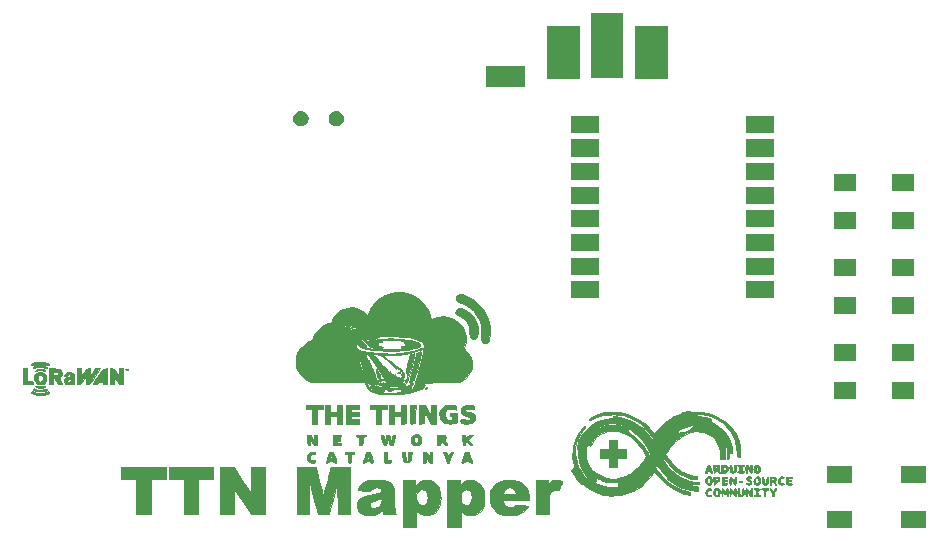
<source format=gbr>
G04 #@! TF.GenerationSoftware,KiCad,Pcbnew,5.0.2-bee76a0~70~ubuntu18.04.1*
G04 #@! TF.CreationDate,2019-01-13T17:19:06+01:00*
G04 #@! TF.ProjectId,lora_node_rfm95_minipro,6c6f7261-5f6e-46f6-9465-5f72666d3935,rev?*
G04 #@! TF.SameCoordinates,Original*
G04 #@! TF.FileFunction,Soldermask,Top*
G04 #@! TF.FilePolarity,Negative*
%FSLAX46Y46*%
G04 Gerber Fmt 4.6, Leading zero omitted, Abs format (unit mm)*
G04 Created by KiCad (PCBNEW 5.0.2-bee76a0~70~ubuntu18.04.1) date dom 13 ene 2019 17:19:06 CET*
%MOMM*%
%LPD*%
G01*
G04 APERTURE LIST*
%ADD10C,0.010000*%
%ADD11C,0.100000*%
G04 APERTURE END LIST*
D10*
G04 #@! TO.C,*
G36*
X158181120Y-107706652D02*
X158213167Y-107755000D01*
X158186458Y-107799247D01*
X158096953Y-107806650D01*
X158078611Y-107805044D01*
X157966922Y-107812130D01*
X157902439Y-107869621D01*
X157898694Y-107876344D01*
X157856416Y-108017882D01*
X157878132Y-108139745D01*
X157953310Y-108223834D01*
X158071421Y-108252054D01*
X158114263Y-108246798D01*
X158204206Y-108241189D01*
X158234036Y-108277889D01*
X158234334Y-108285225D01*
X158201761Y-108340706D01*
X158174296Y-108347667D01*
X158077487Y-108360651D01*
X158057879Y-108366186D01*
X157976100Y-108366099D01*
X157909018Y-108347408D01*
X157793785Y-108263286D01*
X157735303Y-108141700D01*
X157728481Y-108003015D01*
X157768228Y-107867593D01*
X157849454Y-107755800D01*
X157967067Y-107687999D01*
X158076289Y-107678287D01*
X158181120Y-107706652D01*
X158181120Y-107706652D01*
G37*
X158181120Y-107706652D02*
X158213167Y-107755000D01*
X158186458Y-107799247D01*
X158096953Y-107806650D01*
X158078611Y-107805044D01*
X157966922Y-107812130D01*
X157902439Y-107869621D01*
X157898694Y-107876344D01*
X157856416Y-108017882D01*
X157878132Y-108139745D01*
X157953310Y-108223834D01*
X158071421Y-108252054D01*
X158114263Y-108246798D01*
X158204206Y-108241189D01*
X158234036Y-108277889D01*
X158234334Y-108285225D01*
X158201761Y-108340706D01*
X158174296Y-108347667D01*
X158077487Y-108360651D01*
X158057879Y-108366186D01*
X157976100Y-108366099D01*
X157909018Y-108347408D01*
X157793785Y-108263286D01*
X157735303Y-108141700D01*
X157728481Y-108003015D01*
X157768228Y-107867593D01*
X157849454Y-107755800D01*
X157967067Y-107687999D01*
X158076289Y-107678287D01*
X158181120Y-107706652D01*
G36*
X158800598Y-107696061D02*
X158889619Y-107778191D01*
X158929357Y-107924150D01*
X158932834Y-108004076D01*
X158905731Y-108187448D01*
X158829851Y-108311687D01*
X158713334Y-108369702D01*
X158564324Y-108354399D01*
X158540634Y-108345725D01*
X158437056Y-108265955D01*
X158383115Y-108144414D01*
X158382873Y-108140166D01*
X158536662Y-108140166D01*
X158566935Y-108228708D01*
X158634110Y-108257589D01*
X158668061Y-108255386D01*
X158725271Y-108237347D01*
X158753688Y-108189281D01*
X158762976Y-108088386D01*
X158763500Y-108030167D01*
X158760069Y-107904545D01*
X158742558Y-107841875D01*
X158700140Y-107820505D01*
X158657667Y-107818500D01*
X158587236Y-107829772D01*
X158553041Y-107879508D01*
X158538429Y-107981702D01*
X158536662Y-108140166D01*
X158382873Y-108140166D01*
X158375047Y-108003098D01*
X158409093Y-107864004D01*
X158481489Y-107749129D01*
X158588475Y-107680470D01*
X158656137Y-107670334D01*
X158800598Y-107696061D01*
X158800598Y-107696061D01*
G37*
X158800598Y-107696061D02*
X158889619Y-107778191D01*
X158929357Y-107924150D01*
X158932834Y-108004076D01*
X158905731Y-108187448D01*
X158829851Y-108311687D01*
X158713334Y-108369702D01*
X158564324Y-108354399D01*
X158540634Y-108345725D01*
X158437056Y-108265955D01*
X158383115Y-108144414D01*
X158382873Y-108140166D01*
X158536662Y-108140166D01*
X158566935Y-108228708D01*
X158634110Y-108257589D01*
X158668061Y-108255386D01*
X158725271Y-108237347D01*
X158753688Y-108189281D01*
X158762976Y-108088386D01*
X158763500Y-108030167D01*
X158760069Y-107904545D01*
X158742558Y-107841875D01*
X158700140Y-107820505D01*
X158657667Y-107818500D01*
X158587236Y-107829772D01*
X158553041Y-107879508D01*
X158538429Y-107981702D01*
X158536662Y-108140166D01*
X158382873Y-108140166D01*
X158375047Y-108003098D01*
X158409093Y-107864004D01*
X158481489Y-107749129D01*
X158588475Y-107680470D01*
X158656137Y-107670334D01*
X158800598Y-107696061D01*
G36*
X160538059Y-107691859D02*
X160557713Y-107767037D01*
X160562667Y-107895076D01*
X160578562Y-108073104D01*
X160622559Y-108196506D01*
X160689125Y-108254485D01*
X160744970Y-108250837D01*
X160786652Y-108208625D01*
X160812235Y-108111172D01*
X160825175Y-107958208D01*
X160837623Y-107804464D01*
X160859382Y-107720588D01*
X160894633Y-107691939D01*
X160901334Y-107691500D01*
X160938705Y-107728937D01*
X160961108Y-107824333D01*
X160968557Y-107952320D01*
X160961069Y-108087525D01*
X160938660Y-108204580D01*
X160901346Y-108278114D01*
X160900966Y-108278479D01*
X160783217Y-108349384D01*
X160652991Y-108369743D01*
X160605000Y-108360198D01*
X160514170Y-108300210D01*
X160459947Y-108189411D01*
X160437167Y-108014911D01*
X160435667Y-107937409D01*
X160440132Y-107785661D01*
X160456041Y-107702368D01*
X160487166Y-107671666D01*
X160499167Y-107670334D01*
X160538059Y-107691859D01*
X160538059Y-107691859D01*
G37*
X160538059Y-107691859D02*
X160557713Y-107767037D01*
X160562667Y-107895076D01*
X160578562Y-108073104D01*
X160622559Y-108196506D01*
X160689125Y-108254485D01*
X160744970Y-108250837D01*
X160786652Y-108208625D01*
X160812235Y-108111172D01*
X160825175Y-107958208D01*
X160837623Y-107804464D01*
X160859382Y-107720588D01*
X160894633Y-107691939D01*
X160901334Y-107691500D01*
X160938705Y-107728937D01*
X160961108Y-107824333D01*
X160968557Y-107952320D01*
X160961069Y-108087525D01*
X160938660Y-108204580D01*
X160901346Y-108278114D01*
X160900966Y-108278479D01*
X160783217Y-108349384D01*
X160652991Y-108369743D01*
X160605000Y-108360198D01*
X160514170Y-108300210D01*
X160459947Y-108189411D01*
X160437167Y-108014911D01*
X160435667Y-107937409D01*
X160440132Y-107785661D01*
X160456041Y-107702368D01*
X160487166Y-107671666D01*
X160499167Y-107670334D01*
X160538059Y-107691859D01*
G36*
X159601516Y-107706677D02*
X159624957Y-107833530D01*
X159631334Y-108009000D01*
X159628343Y-108182767D01*
X159617491Y-108287051D01*
X159595959Y-108336886D01*
X159567834Y-108347667D01*
X159526875Y-108323823D01*
X159507577Y-108242037D01*
X159504334Y-108147747D01*
X159502623Y-108030084D01*
X159492685Y-107985504D01*
X159467311Y-108002428D01*
X159438433Y-108041914D01*
X159366793Y-108120388D01*
X159306563Y-108120003D01*
X159243142Y-108039180D01*
X159232214Y-108019584D01*
X159195498Y-107955717D01*
X159176574Y-107946631D01*
X159169242Y-108002443D01*
X159167362Y-108125417D01*
X159159141Y-108249601D01*
X159139841Y-108330268D01*
X159123334Y-108347667D01*
X159102369Y-108308059D01*
X159087637Y-108199924D01*
X159081141Y-108039297D01*
X159081000Y-108009000D01*
X159086453Y-107819048D01*
X159104805Y-107710060D01*
X159139048Y-107678915D01*
X159192176Y-107722492D01*
X159258875Y-107823470D01*
X159349228Y-107976607D01*
X159427792Y-107823470D01*
X159502935Y-107701648D01*
X159560843Y-107662717D01*
X159601516Y-107706677D01*
X159601516Y-107706677D01*
G37*
X159601516Y-107706677D02*
X159624957Y-107833530D01*
X159631334Y-108009000D01*
X159628343Y-108182767D01*
X159617491Y-108287051D01*
X159595959Y-108336886D01*
X159567834Y-108347667D01*
X159526875Y-108323823D01*
X159507577Y-108242037D01*
X159504334Y-108147747D01*
X159502623Y-108030084D01*
X159492685Y-107985504D01*
X159467311Y-108002428D01*
X159438433Y-108041914D01*
X159366793Y-108120388D01*
X159306563Y-108120003D01*
X159243142Y-108039180D01*
X159232214Y-108019584D01*
X159195498Y-107955717D01*
X159176574Y-107946631D01*
X159169242Y-108002443D01*
X159167362Y-108125417D01*
X159159141Y-108249601D01*
X159139841Y-108330268D01*
X159123334Y-108347667D01*
X159102369Y-108308059D01*
X159087637Y-108199924D01*
X159081141Y-108039297D01*
X159081000Y-108009000D01*
X159086453Y-107819048D01*
X159104805Y-107710060D01*
X159139048Y-107678915D01*
X159192176Y-107722492D01*
X159258875Y-107823470D01*
X159349228Y-107976607D01*
X159427792Y-107823470D01*
X159502935Y-107701648D01*
X159560843Y-107662717D01*
X159601516Y-107706677D01*
G36*
X160277960Y-107704140D02*
X160301827Y-107827826D01*
X160308667Y-108009000D01*
X160305676Y-108182767D01*
X160294824Y-108287051D01*
X160273293Y-108336886D01*
X160245167Y-108347667D01*
X160203746Y-108322931D01*
X160183228Y-108238847D01*
X160178802Y-108146584D01*
X160174866Y-108031815D01*
X160164378Y-107991571D01*
X160142670Y-108015733D01*
X160129999Y-108040750D01*
X160067441Y-108122099D01*
X160000354Y-108119271D01*
X159930915Y-108032490D01*
X159924120Y-108019584D01*
X159889387Y-107955913D01*
X159870235Y-107947102D01*
X159859769Y-108003217D01*
X159851612Y-108125417D01*
X159836359Y-108271472D01*
X159815395Y-108338752D01*
X159792971Y-108332564D01*
X159773337Y-108258210D01*
X159760743Y-108120996D01*
X159758334Y-108009000D01*
X159766098Y-107812202D01*
X159789552Y-107698417D01*
X159828936Y-107667414D01*
X159884491Y-107718963D01*
X159945293Y-107828955D01*
X160020934Y-107987576D01*
X160102312Y-107828955D01*
X160178335Y-107704820D01*
X160236840Y-107663176D01*
X160277960Y-107704140D01*
X160277960Y-107704140D01*
G37*
X160277960Y-107704140D02*
X160301827Y-107827826D01*
X160308667Y-108009000D01*
X160305676Y-108182767D01*
X160294824Y-108287051D01*
X160273293Y-108336886D01*
X160245167Y-108347667D01*
X160203746Y-108322931D01*
X160183228Y-108238847D01*
X160178802Y-108146584D01*
X160174866Y-108031815D01*
X160164378Y-107991571D01*
X160142670Y-108015733D01*
X160129999Y-108040750D01*
X160067441Y-108122099D01*
X160000354Y-108119271D01*
X159930915Y-108032490D01*
X159924120Y-108019584D01*
X159889387Y-107955913D01*
X159870235Y-107947102D01*
X159859769Y-108003217D01*
X159851612Y-108125417D01*
X159836359Y-108271472D01*
X159815395Y-108338752D01*
X159792971Y-108332564D01*
X159773337Y-108258210D01*
X159760743Y-108120996D01*
X159758334Y-108009000D01*
X159766098Y-107812202D01*
X159789552Y-107698417D01*
X159828936Y-107667414D01*
X159884491Y-107718963D01*
X159945293Y-107828955D01*
X160020934Y-107987576D01*
X160102312Y-107828955D01*
X160178335Y-107704820D01*
X160236840Y-107663176D01*
X160277960Y-107704140D01*
G36*
X161633734Y-107688091D02*
X161652741Y-107750969D01*
X161661675Y-107873377D01*
X161663334Y-108009000D01*
X161661283Y-108178491D01*
X161652559Y-108280135D01*
X161633300Y-108330703D01*
X161599648Y-108346967D01*
X161585395Y-108347667D01*
X161512898Y-108307908D01*
X161424170Y-108193018D01*
X161384311Y-108125417D01*
X161261167Y-107903167D01*
X161248371Y-108125417D01*
X161232269Y-108267119D01*
X161202348Y-108336230D01*
X161174288Y-108347667D01*
X161142599Y-108329909D01*
X161123592Y-108267031D01*
X161114659Y-108144623D01*
X161113000Y-108009000D01*
X161115051Y-107839509D01*
X161123775Y-107737866D01*
X161143033Y-107687298D01*
X161176685Y-107671033D01*
X161190939Y-107670334D01*
X161263435Y-107710092D01*
X161352164Y-107824982D01*
X161392022Y-107892584D01*
X161515167Y-108114834D01*
X161527962Y-107892584D01*
X161544064Y-107750881D01*
X161573985Y-107681771D01*
X161602046Y-107670334D01*
X161633734Y-107688091D01*
X161633734Y-107688091D01*
G37*
X161633734Y-107688091D02*
X161652741Y-107750969D01*
X161661675Y-107873377D01*
X161663334Y-108009000D01*
X161661283Y-108178491D01*
X161652559Y-108280135D01*
X161633300Y-108330703D01*
X161599648Y-108346967D01*
X161585395Y-108347667D01*
X161512898Y-108307908D01*
X161424170Y-108193018D01*
X161384311Y-108125417D01*
X161261167Y-107903167D01*
X161248371Y-108125417D01*
X161232269Y-108267119D01*
X161202348Y-108336230D01*
X161174288Y-108347667D01*
X161142599Y-108329909D01*
X161123592Y-108267031D01*
X161114659Y-108144623D01*
X161113000Y-108009000D01*
X161115051Y-107839509D01*
X161123775Y-107737866D01*
X161143033Y-107687298D01*
X161176685Y-107671033D01*
X161190939Y-107670334D01*
X161263435Y-107710092D01*
X161352164Y-107824982D01*
X161392022Y-107892584D01*
X161515167Y-108114834D01*
X161527962Y-107892584D01*
X161544064Y-107750881D01*
X161573985Y-107681771D01*
X161602046Y-107670334D01*
X161633734Y-107688091D01*
G36*
X162033062Y-107677162D02*
X162065987Y-107678804D01*
X162198785Y-107695148D01*
X162281270Y-107722506D01*
X162303670Y-107753620D01*
X162256208Y-107781234D01*
X162215344Y-107789694D01*
X162164855Y-107808919D01*
X162138829Y-107860444D01*
X162129657Y-107965721D01*
X162129000Y-108033111D01*
X162131830Y-108165404D01*
X162146718Y-108233909D01*
X162183257Y-108259468D01*
X162234834Y-108263000D01*
X162314391Y-108277491D01*
X162340667Y-108305334D01*
X162302107Y-108327883D01*
X162201376Y-108343170D01*
X162086667Y-108347667D01*
X161951372Y-108341240D01*
X161859647Y-108324452D01*
X161832667Y-108305334D01*
X161868123Y-108270938D01*
X161917334Y-108263000D01*
X161966262Y-108252894D01*
X161991751Y-108209199D01*
X162001097Y-108111851D01*
X162002000Y-108030167D01*
X161998325Y-107895613D01*
X161982436Y-107825518D01*
X161947037Y-107799817D01*
X161917334Y-107797334D01*
X161847606Y-107769909D01*
X161832667Y-107731721D01*
X161848970Y-107693927D01*
X161909806Y-107677093D01*
X162033062Y-107677162D01*
X162033062Y-107677162D01*
G37*
X162033062Y-107677162D02*
X162065987Y-107678804D01*
X162198785Y-107695148D01*
X162281270Y-107722506D01*
X162303670Y-107753620D01*
X162256208Y-107781234D01*
X162215344Y-107789694D01*
X162164855Y-107808919D01*
X162138829Y-107860444D01*
X162129657Y-107965721D01*
X162129000Y-108033111D01*
X162131830Y-108165404D01*
X162146718Y-108233909D01*
X162183257Y-108259468D01*
X162234834Y-108263000D01*
X162314391Y-108277491D01*
X162340667Y-108305334D01*
X162302107Y-108327883D01*
X162201376Y-108343170D01*
X162086667Y-108347667D01*
X161951372Y-108341240D01*
X161859647Y-108324452D01*
X161832667Y-108305334D01*
X161868123Y-108270938D01*
X161917334Y-108263000D01*
X161966262Y-108252894D01*
X161991751Y-108209199D01*
X162001097Y-108111851D01*
X162002000Y-108030167D01*
X161998325Y-107895613D01*
X161982436Y-107825518D01*
X161947037Y-107799817D01*
X161917334Y-107797334D01*
X161847606Y-107769909D01*
X161832667Y-107731721D01*
X161848970Y-107693927D01*
X161909806Y-107677093D01*
X162033062Y-107677162D01*
G36*
X162897179Y-107674573D02*
X162982964Y-107689721D01*
X163015985Y-107719422D01*
X163018000Y-107733834D01*
X162981200Y-107784905D01*
X162912167Y-107797334D01*
X162855275Y-107802159D01*
X162823588Y-107829386D01*
X162809746Y-107898143D01*
X162806395Y-108027559D01*
X162806334Y-108072500D01*
X162802094Y-108226845D01*
X162786946Y-108312631D01*
X162757245Y-108345652D01*
X162742834Y-108347667D01*
X162707215Y-108329297D01*
X162687419Y-108263656D01*
X162679798Y-108134949D01*
X162679334Y-108072500D01*
X162677478Y-107924582D01*
X162667006Y-107842194D01*
X162640561Y-107806207D01*
X162590785Y-107797492D01*
X162573500Y-107797334D01*
X162488381Y-107775253D01*
X162467667Y-107733834D01*
X162486037Y-107698215D01*
X162551678Y-107678419D01*
X162680384Y-107670798D01*
X162742834Y-107670334D01*
X162897179Y-107674573D01*
X162897179Y-107674573D01*
G37*
X162897179Y-107674573D02*
X162982964Y-107689721D01*
X163015985Y-107719422D01*
X163018000Y-107733834D01*
X162981200Y-107784905D01*
X162912167Y-107797334D01*
X162855275Y-107802159D01*
X162823588Y-107829386D01*
X162809746Y-107898143D01*
X162806395Y-108027559D01*
X162806334Y-108072500D01*
X162802094Y-108226845D01*
X162786946Y-108312631D01*
X162757245Y-108345652D01*
X162742834Y-108347667D01*
X162707215Y-108329297D01*
X162687419Y-108263656D01*
X162679798Y-108134949D01*
X162679334Y-108072500D01*
X162677478Y-107924582D01*
X162667006Y-107842194D01*
X162640561Y-107806207D01*
X162590785Y-107797492D01*
X162573500Y-107797334D01*
X162488381Y-107775253D01*
X162467667Y-107733834D01*
X162486037Y-107698215D01*
X162551678Y-107678419D01*
X162680384Y-107670798D01*
X162742834Y-107670334D01*
X162897179Y-107674573D01*
G36*
X163679963Y-107676257D02*
X163689439Y-107705941D01*
X163662619Y-107777259D01*
X163610667Y-107882000D01*
X163556004Y-108024793D01*
X163527278Y-108169375D01*
X163526000Y-108197814D01*
X163516760Y-108300640D01*
X163480574Y-108342483D01*
X163441334Y-108347667D01*
X163382138Y-108330354D01*
X163358928Y-108263474D01*
X163356667Y-108204832D01*
X163335604Y-108083158D01*
X163282129Y-107936131D01*
X163247214Y-107866166D01*
X163186345Y-107752897D01*
X163165947Y-107694511D01*
X163183358Y-107673034D01*
X163218207Y-107670334D01*
X163296462Y-107710777D01*
X163372718Y-107825314D01*
X163374534Y-107829084D01*
X163450415Y-107987834D01*
X163513902Y-107829084D01*
X163567257Y-107728932D01*
X163622410Y-107673950D01*
X163636361Y-107670334D01*
X163679963Y-107676257D01*
X163679963Y-107676257D01*
G37*
X163679963Y-107676257D02*
X163689439Y-107705941D01*
X163662619Y-107777259D01*
X163610667Y-107882000D01*
X163556004Y-108024793D01*
X163527278Y-108169375D01*
X163526000Y-108197814D01*
X163516760Y-108300640D01*
X163480574Y-108342483D01*
X163441334Y-108347667D01*
X163382138Y-108330354D01*
X163358928Y-108263474D01*
X163356667Y-108204832D01*
X163335604Y-108083158D01*
X163282129Y-107936131D01*
X163247214Y-107866166D01*
X163186345Y-107752897D01*
X163165947Y-107694511D01*
X163183358Y-107673034D01*
X163218207Y-107670334D01*
X163296462Y-107710777D01*
X163372718Y-107825314D01*
X163374534Y-107829084D01*
X163450415Y-107987834D01*
X163513902Y-107829084D01*
X163567257Y-107728932D01*
X163622410Y-107673950D01*
X163636361Y-107670334D01*
X163679963Y-107676257D01*
G36*
X156430761Y-101127908D02*
X156456344Y-101157862D01*
X156474441Y-101181893D01*
X156536044Y-101198666D01*
X156652139Y-101209334D01*
X156833713Y-101215051D01*
X157017261Y-101216776D01*
X157296593Y-101221802D01*
X157518894Y-101236242D01*
X157711550Y-101262999D01*
X157901946Y-101304975D01*
X157938000Y-101314347D01*
X158407194Y-101473617D01*
X158861082Y-101694188D01*
X159268465Y-101960786D01*
X159285786Y-101974070D01*
X159423789Y-102077956D01*
X159537389Y-102158388D01*
X159609637Y-102203598D01*
X159624581Y-102209334D01*
X159667528Y-102241109D01*
X159746751Y-102325748D01*
X159849312Y-102447219D01*
X159962273Y-102589494D01*
X160072695Y-102736539D01*
X160167642Y-102872326D01*
X160199494Y-102921665D01*
X160387739Y-103285679D01*
X160536552Y-103701501D01*
X160638669Y-104142621D01*
X160686827Y-104582528D01*
X160689667Y-104710724D01*
X160687366Y-104884775D01*
X160674333Y-104988270D01*
X160641373Y-105035305D01*
X160579291Y-105039976D01*
X160488584Y-105018985D01*
X160441404Y-105000179D01*
X160413016Y-104962666D01*
X160398666Y-104888040D01*
X160393598Y-104757896D01*
X160393037Y-104649146D01*
X160352147Y-104178853D01*
X160234669Y-103710586D01*
X160047184Y-103262208D01*
X159796277Y-102851583D01*
X159672158Y-102693002D01*
X159567620Y-102564622D01*
X159484949Y-102454989D01*
X159439738Y-102384943D01*
X159436971Y-102378667D01*
X159382554Y-102306242D01*
X159268594Y-102203121D01*
X159109193Y-102080380D01*
X158918453Y-101949097D01*
X158775546Y-101859083D01*
X158492804Y-101715134D01*
X158158671Y-101588442D01*
X157806137Y-101489288D01*
X157468190Y-101427952D01*
X157357600Y-101417190D01*
X157185719Y-101406482D01*
X157081444Y-101405987D01*
X157028045Y-101418421D01*
X157008793Y-101446501D01*
X157006667Y-101474179D01*
X157016385Y-101514079D01*
X157055775Y-101543255D01*
X157140191Y-101566816D01*
X157284987Y-101589871D01*
X157398250Y-101604475D01*
X157604389Y-101634669D01*
X157808592Y-101672325D01*
X157975210Y-101710657D01*
X158013609Y-101721602D01*
X158140925Y-101763340D01*
X158204668Y-101799514D01*
X158222543Y-101848276D01*
X158212639Y-101925677D01*
X158203919Y-101994076D01*
X158217093Y-102044760D01*
X158266183Y-102092219D01*
X158365212Y-102150941D01*
X158496864Y-102219377D01*
X158882154Y-102462790D01*
X159226922Y-102773249D01*
X159520161Y-103138445D01*
X159750867Y-103546069D01*
X159812660Y-103691000D01*
X159893291Y-103929520D01*
X159958227Y-104184566D01*
X160000182Y-104423414D01*
X160012334Y-104587775D01*
X160000190Y-104673580D01*
X159945875Y-104704194D01*
X159890271Y-104707000D01*
X159798877Y-104727173D01*
X159744474Y-104796484D01*
X159719925Y-104928119D01*
X159716578Y-105028028D01*
X159706736Y-105143450D01*
X159670458Y-105191095D01*
X159595561Y-105186645D01*
X159593727Y-105186169D01*
X159556024Y-105166357D01*
X159535752Y-105119628D01*
X159529969Y-105027856D01*
X159535734Y-104872916D01*
X159537586Y-104840122D01*
X159540471Y-104647162D01*
X159529260Y-104455532D01*
X159506788Y-104282368D01*
X159475891Y-104144806D01*
X159439403Y-104059984D01*
X159405591Y-104042327D01*
X159374820Y-104093758D01*
X159377334Y-104182274D01*
X159386694Y-104276816D01*
X159393249Y-104422267D01*
X159396998Y-104598343D01*
X159397943Y-104784765D01*
X159396086Y-104961250D01*
X159391427Y-105107516D01*
X159383968Y-105203283D01*
X159377271Y-105229235D01*
X159327273Y-105232862D01*
X159223524Y-105218516D01*
X159153202Y-105203986D01*
X158950361Y-105157570D01*
X158977978Y-104877305D01*
X158973381Y-104512585D01*
X158891643Y-104163015D01*
X158740037Y-103837266D01*
X158525842Y-103544012D01*
X158256333Y-103291924D01*
X157938786Y-103089673D01*
X157580477Y-102945933D01*
X157305700Y-102884209D01*
X156891354Y-102861997D01*
X156479950Y-102923840D01*
X156072965Y-103069139D01*
X155671881Y-103297296D01*
X155278176Y-103607712D01*
X155101667Y-103776237D01*
X154964152Y-103923919D01*
X154818234Y-104095693D01*
X154674685Y-104276995D01*
X154544280Y-104453262D01*
X154437793Y-104609931D01*
X154365997Y-104732439D01*
X154339667Y-104806223D01*
X154339667Y-104806228D01*
X154366698Y-104872851D01*
X154440312Y-104987388D01*
X154549287Y-105135889D01*
X154682400Y-105304404D01*
X154828432Y-105478982D01*
X154976159Y-105645674D01*
X155114361Y-105790529D01*
X155188859Y-105861905D01*
X155365733Y-106010900D01*
X155567151Y-106161774D01*
X155755382Y-106286610D01*
X155792272Y-106308376D01*
X155995721Y-106409159D01*
X156232945Y-106502568D01*
X156477297Y-106580179D01*
X156702128Y-106633565D01*
X156880790Y-106654302D01*
X156886439Y-106654334D01*
X156971771Y-106665654D01*
X157003183Y-106717419D01*
X157006667Y-106781334D01*
X157000643Y-106861009D01*
X156966835Y-106897528D01*
X156881644Y-106907466D01*
X156826750Y-106907708D01*
X156491515Y-106870496D01*
X156129154Y-106764637D01*
X155753672Y-106595484D01*
X155379078Y-106368394D01*
X155334315Y-106337124D01*
X155145140Y-106186365D01*
X154930301Y-105988822D01*
X154712231Y-105767389D01*
X154513360Y-105544963D01*
X154356120Y-105344439D01*
X154342069Y-105324325D01*
X154251750Y-105206385D01*
X154190093Y-105159517D01*
X154158067Y-105168000D01*
X154138018Y-105210193D01*
X154150638Y-105274034D01*
X154201387Y-105369111D01*
X154295724Y-105505009D01*
X154439109Y-105691315D01*
X154499035Y-105766635D01*
X154837629Y-106139951D01*
X155211014Y-106461892D01*
X155608607Y-106726562D01*
X156019824Y-106928066D01*
X156434083Y-107060509D01*
X156840800Y-107117997D01*
X156928772Y-107120000D01*
X157067199Y-107122388D01*
X157141120Y-107135298D01*
X157170673Y-107167351D01*
X157176000Y-107225834D01*
X157171643Y-107281126D01*
X157146270Y-107312770D01*
X157081434Y-107327357D01*
X156958685Y-107331474D01*
X156879667Y-107331667D01*
X156718664Y-107335401D01*
X156626517Y-107348829D01*
X156587654Y-107375287D01*
X156583334Y-107395167D01*
X156613532Y-107440839D01*
X156711681Y-107458625D01*
X156742084Y-107459245D01*
X156914897Y-107466490D01*
X157019768Y-107494022D01*
X157072912Y-107552853D01*
X157090543Y-107653996D01*
X157091334Y-107696438D01*
X157091334Y-107882000D01*
X156911417Y-107881680D01*
X156542256Y-107851220D01*
X156141467Y-107766217D01*
X155734787Y-107634400D01*
X155347954Y-107463496D01*
X155146523Y-107351746D01*
X154941855Y-107221108D01*
X154758602Y-107091261D01*
X154608010Y-106971506D01*
X154501323Y-106871144D01*
X154449786Y-106799476D01*
X154449345Y-106775112D01*
X154433735Y-106727899D01*
X154370033Y-106637590D01*
X154270381Y-106520592D01*
X154224850Y-106471748D01*
X154078024Y-106310619D01*
X153927043Y-106133104D01*
X153802998Y-105975847D01*
X153796033Y-105966417D01*
X153706488Y-105847080D01*
X153637670Y-105760282D01*
X153603323Y-105723296D01*
X153602367Y-105723000D01*
X153571189Y-105754173D01*
X153520730Y-105824758D01*
X153491147Y-105877508D01*
X153486163Y-105927110D01*
X153512798Y-105991639D01*
X153578072Y-106089171D01*
X153672816Y-106216342D01*
X154094268Y-106711395D01*
X154554861Y-107132126D01*
X155053604Y-107477878D01*
X155589505Y-107747994D01*
X156161571Y-107941814D01*
X156339917Y-107984945D01*
X156428765Y-108024731D01*
X156456139Y-108104446D01*
X156456334Y-108115640D01*
X156444817Y-108179070D01*
X156402272Y-108212668D01*
X156316710Y-108216861D01*
X156176138Y-108192077D01*
X155968568Y-108138746D01*
X155950330Y-108133708D01*
X155416623Y-107942545D01*
X154901988Y-107671668D01*
X154412235Y-107324985D01*
X153953174Y-106906405D01*
X153683808Y-106609282D01*
X153399492Y-106272368D01*
X152927663Y-106766702D01*
X152768969Y-106936841D01*
X152634500Y-107088435D01*
X152533894Y-107210011D01*
X152476793Y-107290095D01*
X152467551Y-107314376D01*
X152441193Y-107378967D01*
X152348161Y-107467150D01*
X152200841Y-107572209D01*
X152011615Y-107687429D01*
X151792868Y-107806096D01*
X151556983Y-107921496D01*
X151316345Y-108026914D01*
X151083338Y-108115636D01*
X150870345Y-108180946D01*
X150868334Y-108181465D01*
X150519670Y-108248639D01*
X150130428Y-108286081D01*
X149731834Y-108293006D01*
X149355112Y-108268632D01*
X149090334Y-108226043D01*
X148622538Y-108092401D01*
X148172005Y-107903656D01*
X147760478Y-107670353D01*
X147428995Y-107420162D01*
X147331172Y-107345318D01*
X147255839Y-107307333D01*
X147232656Y-107307417D01*
X147178805Y-107294155D01*
X147092315Y-107220759D01*
X147071163Y-107197559D01*
X148330239Y-107197559D01*
X148653021Y-107331934D01*
X148851804Y-107406528D01*
X149066223Y-107474368D01*
X149250791Y-107521099D01*
X149255319Y-107522010D01*
X149429325Y-107548946D01*
X149631694Y-107568551D01*
X149839175Y-107579941D01*
X150028520Y-107582227D01*
X150176479Y-107574524D01*
X150251038Y-107559971D01*
X150302601Y-107500120D01*
X150318000Y-107415267D01*
X150313061Y-107299683D01*
X150287919Y-107225957D01*
X150227085Y-107184677D01*
X150115072Y-107166432D01*
X149936393Y-107161811D01*
X149900721Y-107161708D01*
X149435977Y-107126865D01*
X149004375Y-107021417D01*
X148771232Y-106930588D01*
X148643623Y-106876372D01*
X148551816Y-106841560D01*
X148517530Y-106833702D01*
X148494585Y-106874702D01*
X148447208Y-106965935D01*
X148419156Y-107021196D01*
X148330239Y-107197559D01*
X147071163Y-107197559D01*
X146982694Y-107100527D01*
X146859449Y-106946756D01*
X146732086Y-106772744D01*
X146610114Y-106591789D01*
X146503038Y-106417189D01*
X146420367Y-106262240D01*
X146371606Y-106140241D01*
X146362629Y-106090500D01*
X146388203Y-106017459D01*
X146480811Y-105967799D01*
X146499380Y-105962075D01*
X146594471Y-105921653D01*
X146617242Y-105871628D01*
X146612179Y-105853897D01*
X146556335Y-105687248D01*
X146507735Y-105494472D01*
X146468494Y-105292124D01*
X146440727Y-105096761D01*
X146426549Y-104924940D01*
X146428075Y-104793219D01*
X146447421Y-104718153D01*
X146465667Y-104707000D01*
X146489146Y-104668786D01*
X146504518Y-104570472D01*
X146508000Y-104480939D01*
X146539359Y-104159407D01*
X146627897Y-103806059D01*
X146765303Y-103442745D01*
X146943268Y-103091311D01*
X147153482Y-102773605D01*
X147161256Y-102763449D01*
X147294203Y-102596032D01*
X147389637Y-102491041D01*
X147457099Y-102440515D01*
X147506131Y-102436493D01*
X147531868Y-102454268D01*
X147540921Y-102501602D01*
X147496544Y-102582734D01*
X147393074Y-102708000D01*
X147392491Y-102708652D01*
X147138411Y-103043182D01*
X146925251Y-103424922D01*
X146785496Y-103777633D01*
X146736334Y-103955297D01*
X146695018Y-104146648D01*
X146663805Y-104334152D01*
X146644954Y-104500274D01*
X146640725Y-104627480D01*
X146653375Y-104698234D01*
X146665785Y-104707000D01*
X146689766Y-104745725D01*
X146714113Y-104847789D01*
X146733935Y-104992031D01*
X146735564Y-105008865D01*
X146810784Y-105419359D01*
X146956038Y-105838567D01*
X147162025Y-106245641D01*
X147419441Y-106619733D01*
X147494915Y-106710488D01*
X147581519Y-106803610D01*
X147635660Y-106837988D01*
X147675267Y-106822913D01*
X147687048Y-106810074D01*
X147704360Y-106767205D01*
X147687796Y-106705396D01*
X147630260Y-106609585D01*
X147524660Y-106464706D01*
X147524017Y-106463856D01*
X147271502Y-106090159D01*
X147091662Y-105725208D01*
X146977501Y-105349093D01*
X146922023Y-104941905D01*
X146914669Y-104741740D01*
X147577250Y-104741740D01*
X147597838Y-105031132D01*
X147603894Y-105066834D01*
X147711835Y-105428727D01*
X147893290Y-105773985D01*
X148137264Y-106091140D01*
X148432761Y-106368725D01*
X148768786Y-106595272D01*
X149134343Y-106759313D01*
X149264906Y-106799214D01*
X149490037Y-106840070D01*
X149761900Y-106859927D01*
X150044998Y-106857971D01*
X150303838Y-106833389D01*
X150357295Y-106824243D01*
X150645318Y-106746711D01*
X150961699Y-106622487D01*
X151274558Y-106464376D01*
X151322626Y-106436512D01*
X151501218Y-106311554D01*
X151710511Y-106134454D01*
X151932999Y-105922673D01*
X152151174Y-105693673D01*
X152347532Y-105464913D01*
X152496766Y-105265414D01*
X152707032Y-104955994D01*
X152602600Y-104758057D01*
X152427306Y-104470519D01*
X152202018Y-104168363D01*
X151943827Y-103870072D01*
X151669822Y-103594133D01*
X151397095Y-103359029D01*
X151151152Y-103188199D01*
X150729064Y-102980499D01*
X150305181Y-102855627D01*
X149882661Y-102813835D01*
X149464663Y-102855379D01*
X149054346Y-102980512D01*
X148977869Y-103013597D01*
X148726355Y-103159294D01*
X148479272Y-103358242D01*
X148261872Y-103586918D01*
X148099405Y-103821800D01*
X148088544Y-103842050D01*
X148017728Y-103973888D01*
X147967071Y-104043654D01*
X147917250Y-104064174D01*
X147848946Y-104048275D01*
X147803462Y-104031300D01*
X147731897Y-104012245D01*
X147690773Y-104038394D01*
X147657417Y-104127106D01*
X147651444Y-104147716D01*
X147595921Y-104431763D01*
X147577250Y-104741740D01*
X146914669Y-104741740D01*
X146914170Y-104728167D01*
X146908777Y-104546572D01*
X146897467Y-104397881D01*
X146882115Y-104301648D01*
X146870909Y-104276529D01*
X146853036Y-104215510D01*
X146867307Y-104094336D01*
X146909291Y-103929209D01*
X146974562Y-103736334D01*
X147058689Y-103531916D01*
X147096670Y-103450460D01*
X147346321Y-103028947D01*
X147539462Y-102800875D01*
X151172181Y-102800875D01*
X151179284Y-102848179D01*
X151223826Y-102899028D01*
X151317963Y-102968574D01*
X151434147Y-103045883D01*
X151668795Y-103225460D01*
X151923248Y-103463190D01*
X152181654Y-103740436D01*
X152428159Y-104038559D01*
X152646912Y-104338920D01*
X152822059Y-104622883D01*
X152891079Y-104758825D01*
X152953294Y-104874780D01*
X152999311Y-104910912D01*
X153034874Y-104869171D01*
X153052114Y-104813506D01*
X153044807Y-104696899D01*
X152983242Y-104533670D01*
X152875535Y-104334452D01*
X152729800Y-104109878D01*
X152554152Y-103870583D01*
X152356705Y-103627198D01*
X152145575Y-103390359D01*
X151928875Y-103170697D01*
X151714721Y-102978846D01*
X151561458Y-102860177D01*
X151407734Y-102754042D01*
X151306539Y-102696252D01*
X151244148Y-102682435D01*
X151206837Y-102708219D01*
X151190363Y-102741963D01*
X151172181Y-102800875D01*
X147539462Y-102800875D01*
X147659603Y-102659006D01*
X147785214Y-102552509D01*
X148606287Y-102552509D01*
X148661571Y-102574883D01*
X148703032Y-102565117D01*
X148776324Y-102536238D01*
X148903003Y-102489621D01*
X149056395Y-102435071D01*
X149064986Y-102432067D01*
X149430001Y-102340639D01*
X149827016Y-102303512D01*
X150221408Y-102322738D01*
X150400974Y-102352873D01*
X150587056Y-102385884D01*
X150710260Y-102393115D01*
X150757117Y-102379816D01*
X150753815Y-102341893D01*
X150681268Y-102302741D01*
X150554808Y-102264986D01*
X150389771Y-102231259D01*
X150201488Y-102204188D01*
X150005293Y-102186402D01*
X149816521Y-102180529D01*
X149650503Y-102189198D01*
X149647325Y-102189560D01*
X149420485Y-102224067D01*
X149197083Y-102272641D01*
X148990833Y-102330500D01*
X148815447Y-102392865D01*
X148684637Y-102454955D01*
X148612116Y-102511988D01*
X148606287Y-102552509D01*
X147785214Y-102552509D01*
X148029730Y-102345202D01*
X148449915Y-102092099D01*
X148913372Y-101904260D01*
X149413315Y-101786250D01*
X149608917Y-101760920D01*
X149762278Y-101742239D01*
X149849027Y-101720466D01*
X149887124Y-101688460D01*
X149894667Y-101647308D01*
X149900883Y-101603106D01*
X149931836Y-101580838D01*
X150005979Y-101576902D01*
X150141766Y-101587698D01*
X150180417Y-101591558D01*
X150726319Y-101687058D01*
X151246846Y-101861357D01*
X151746245Y-102116167D01*
X152131296Y-102377536D01*
X152310196Y-102525281D01*
X152509383Y-102710002D01*
X152712149Y-102914139D01*
X152901787Y-103120132D01*
X153061589Y-103310420D01*
X153174847Y-103467444D01*
X153186543Y-103486627D01*
X153243366Y-103568625D01*
X153285884Y-103606096D01*
X153287962Y-103606334D01*
X153333363Y-103578714D01*
X153321218Y-103500208D01*
X153256209Y-103377339D01*
X153143018Y-103216633D01*
X152986328Y-103024616D01*
X152790818Y-102807812D01*
X152561171Y-102572749D01*
X152511499Y-102524062D01*
X152227581Y-102259259D01*
X151972044Y-102049996D01*
X151723807Y-101883097D01*
X151461785Y-101745390D01*
X151164897Y-101623698D01*
X150953000Y-101550161D01*
X150806072Y-101503884D01*
X150678625Y-101471318D01*
X150550024Y-101449997D01*
X150399638Y-101437458D01*
X150206835Y-101431236D01*
X149950980Y-101428868D01*
X149937000Y-101428809D01*
X149574184Y-101433804D01*
X149273307Y-101455021D01*
X149012455Y-101496964D01*
X148769715Y-101564136D01*
X148523175Y-101661040D01*
X148306820Y-101763830D01*
X148132216Y-101848349D01*
X148016767Y-101895099D01*
X147946197Y-101908453D01*
X147906227Y-101892786D01*
X147901768Y-101887938D01*
X147875528Y-101836474D01*
X147892934Y-101785292D01*
X147963094Y-101726447D01*
X148095117Y-101651999D01*
X148269309Y-101567454D01*
X148603528Y-101423845D01*
X148910663Y-101323818D01*
X149219933Y-101260985D01*
X149560554Y-101228958D01*
X149852334Y-101221320D01*
X150122042Y-101222957D01*
X150334495Y-101233079D01*
X150516904Y-101254396D01*
X150696481Y-101289617D01*
X150804834Y-101316135D01*
X151369974Y-101504989D01*
X151906125Y-101773326D01*
X152109032Y-101900664D01*
X152249405Y-101991000D01*
X152362751Y-102058243D01*
X152431216Y-102092031D01*
X152441980Y-102093878D01*
X152483373Y-102117707D01*
X152569574Y-102190120D01*
X152687240Y-102298161D01*
X152823029Y-102428877D01*
X152963599Y-102569312D01*
X153095608Y-102706512D01*
X153205713Y-102827522D01*
X153244177Y-102872778D01*
X153389630Y-103049389D01*
X153568399Y-102840598D01*
X155367523Y-102840598D01*
X155374311Y-102874866D01*
X155406965Y-102915524D01*
X155415954Y-102925450D01*
X155473799Y-102980537D01*
X155526198Y-102986285D01*
X155610125Y-102945065D01*
X155621384Y-102938618D01*
X155714806Y-102895163D01*
X155760206Y-102904342D01*
X155767124Y-102917614D01*
X155802849Y-102939463D01*
X155887146Y-102915003D01*
X155962177Y-102879157D01*
X156122207Y-102808819D01*
X156294863Y-102749270D01*
X156329334Y-102739800D01*
X156453267Y-102698792D01*
X156514979Y-102648018D01*
X156534685Y-102587757D01*
X156553040Y-102514434D01*
X156593125Y-102466468D01*
X156670341Y-102438557D01*
X156800091Y-102425400D01*
X156997776Y-102421696D01*
X157017250Y-102421648D01*
X157191281Y-102416905D01*
X157318602Y-102404576D01*
X157382992Y-102386510D01*
X157387667Y-102379473D01*
X157347748Y-102333561D01*
X157234079Y-102306145D01*
X157055794Y-102298434D01*
X156853248Y-102308859D01*
X156552824Y-102343494D01*
X156298956Y-102397340D01*
X156054016Y-102480580D01*
X155800167Y-102593819D01*
X155602924Y-102689330D01*
X155471773Y-102756510D01*
X155396658Y-102804039D01*
X155367523Y-102840598D01*
X153568399Y-102840598D01*
X153685831Y-102703445D01*
X153984880Y-102388656D01*
X154329582Y-102083237D01*
X154693697Y-101808412D01*
X155050990Y-101585404D01*
X155101667Y-101558107D01*
X155327862Y-101447411D01*
X155562826Y-101346960D01*
X155794032Y-101260455D01*
X156008954Y-101191596D01*
X156195067Y-101144085D01*
X156339844Y-101121622D01*
X156430761Y-101127908D01*
X156430761Y-101127908D01*
G37*
X156430761Y-101127908D02*
X156456344Y-101157862D01*
X156474441Y-101181893D01*
X156536044Y-101198666D01*
X156652139Y-101209334D01*
X156833713Y-101215051D01*
X157017261Y-101216776D01*
X157296593Y-101221802D01*
X157518894Y-101236242D01*
X157711550Y-101262999D01*
X157901946Y-101304975D01*
X157938000Y-101314347D01*
X158407194Y-101473617D01*
X158861082Y-101694188D01*
X159268465Y-101960786D01*
X159285786Y-101974070D01*
X159423789Y-102077956D01*
X159537389Y-102158388D01*
X159609637Y-102203598D01*
X159624581Y-102209334D01*
X159667528Y-102241109D01*
X159746751Y-102325748D01*
X159849312Y-102447219D01*
X159962273Y-102589494D01*
X160072695Y-102736539D01*
X160167642Y-102872326D01*
X160199494Y-102921665D01*
X160387739Y-103285679D01*
X160536552Y-103701501D01*
X160638669Y-104142621D01*
X160686827Y-104582528D01*
X160689667Y-104710724D01*
X160687366Y-104884775D01*
X160674333Y-104988270D01*
X160641373Y-105035305D01*
X160579291Y-105039976D01*
X160488584Y-105018985D01*
X160441404Y-105000179D01*
X160413016Y-104962666D01*
X160398666Y-104888040D01*
X160393598Y-104757896D01*
X160393037Y-104649146D01*
X160352147Y-104178853D01*
X160234669Y-103710586D01*
X160047184Y-103262208D01*
X159796277Y-102851583D01*
X159672158Y-102693002D01*
X159567620Y-102564622D01*
X159484949Y-102454989D01*
X159439738Y-102384943D01*
X159436971Y-102378667D01*
X159382554Y-102306242D01*
X159268594Y-102203121D01*
X159109193Y-102080380D01*
X158918453Y-101949097D01*
X158775546Y-101859083D01*
X158492804Y-101715134D01*
X158158671Y-101588442D01*
X157806137Y-101489288D01*
X157468190Y-101427952D01*
X157357600Y-101417190D01*
X157185719Y-101406482D01*
X157081444Y-101405987D01*
X157028045Y-101418421D01*
X157008793Y-101446501D01*
X157006667Y-101474179D01*
X157016385Y-101514079D01*
X157055775Y-101543255D01*
X157140191Y-101566816D01*
X157284987Y-101589871D01*
X157398250Y-101604475D01*
X157604389Y-101634669D01*
X157808592Y-101672325D01*
X157975210Y-101710657D01*
X158013609Y-101721602D01*
X158140925Y-101763340D01*
X158204668Y-101799514D01*
X158222543Y-101848276D01*
X158212639Y-101925677D01*
X158203919Y-101994076D01*
X158217093Y-102044760D01*
X158266183Y-102092219D01*
X158365212Y-102150941D01*
X158496864Y-102219377D01*
X158882154Y-102462790D01*
X159226922Y-102773249D01*
X159520161Y-103138445D01*
X159750867Y-103546069D01*
X159812660Y-103691000D01*
X159893291Y-103929520D01*
X159958227Y-104184566D01*
X160000182Y-104423414D01*
X160012334Y-104587775D01*
X160000190Y-104673580D01*
X159945875Y-104704194D01*
X159890271Y-104707000D01*
X159798877Y-104727173D01*
X159744474Y-104796484D01*
X159719925Y-104928119D01*
X159716578Y-105028028D01*
X159706736Y-105143450D01*
X159670458Y-105191095D01*
X159595561Y-105186645D01*
X159593727Y-105186169D01*
X159556024Y-105166357D01*
X159535752Y-105119628D01*
X159529969Y-105027856D01*
X159535734Y-104872916D01*
X159537586Y-104840122D01*
X159540471Y-104647162D01*
X159529260Y-104455532D01*
X159506788Y-104282368D01*
X159475891Y-104144806D01*
X159439403Y-104059984D01*
X159405591Y-104042327D01*
X159374820Y-104093758D01*
X159377334Y-104182274D01*
X159386694Y-104276816D01*
X159393249Y-104422267D01*
X159396998Y-104598343D01*
X159397943Y-104784765D01*
X159396086Y-104961250D01*
X159391427Y-105107516D01*
X159383968Y-105203283D01*
X159377271Y-105229235D01*
X159327273Y-105232862D01*
X159223524Y-105218516D01*
X159153202Y-105203986D01*
X158950361Y-105157570D01*
X158977978Y-104877305D01*
X158973381Y-104512585D01*
X158891643Y-104163015D01*
X158740037Y-103837266D01*
X158525842Y-103544012D01*
X158256333Y-103291924D01*
X157938786Y-103089673D01*
X157580477Y-102945933D01*
X157305700Y-102884209D01*
X156891354Y-102861997D01*
X156479950Y-102923840D01*
X156072965Y-103069139D01*
X155671881Y-103297296D01*
X155278176Y-103607712D01*
X155101667Y-103776237D01*
X154964152Y-103923919D01*
X154818234Y-104095693D01*
X154674685Y-104276995D01*
X154544280Y-104453262D01*
X154437793Y-104609931D01*
X154365997Y-104732439D01*
X154339667Y-104806223D01*
X154339667Y-104806228D01*
X154366698Y-104872851D01*
X154440312Y-104987388D01*
X154549287Y-105135889D01*
X154682400Y-105304404D01*
X154828432Y-105478982D01*
X154976159Y-105645674D01*
X155114361Y-105790529D01*
X155188859Y-105861905D01*
X155365733Y-106010900D01*
X155567151Y-106161774D01*
X155755382Y-106286610D01*
X155792272Y-106308376D01*
X155995721Y-106409159D01*
X156232945Y-106502568D01*
X156477297Y-106580179D01*
X156702128Y-106633565D01*
X156880790Y-106654302D01*
X156886439Y-106654334D01*
X156971771Y-106665654D01*
X157003183Y-106717419D01*
X157006667Y-106781334D01*
X157000643Y-106861009D01*
X156966835Y-106897528D01*
X156881644Y-106907466D01*
X156826750Y-106907708D01*
X156491515Y-106870496D01*
X156129154Y-106764637D01*
X155753672Y-106595484D01*
X155379078Y-106368394D01*
X155334315Y-106337124D01*
X155145140Y-106186365D01*
X154930301Y-105988822D01*
X154712231Y-105767389D01*
X154513360Y-105544963D01*
X154356120Y-105344439D01*
X154342069Y-105324325D01*
X154251750Y-105206385D01*
X154190093Y-105159517D01*
X154158067Y-105168000D01*
X154138018Y-105210193D01*
X154150638Y-105274034D01*
X154201387Y-105369111D01*
X154295724Y-105505009D01*
X154439109Y-105691315D01*
X154499035Y-105766635D01*
X154837629Y-106139951D01*
X155211014Y-106461892D01*
X155608607Y-106726562D01*
X156019824Y-106928066D01*
X156434083Y-107060509D01*
X156840800Y-107117997D01*
X156928772Y-107120000D01*
X157067199Y-107122388D01*
X157141120Y-107135298D01*
X157170673Y-107167351D01*
X157176000Y-107225834D01*
X157171643Y-107281126D01*
X157146270Y-107312770D01*
X157081434Y-107327357D01*
X156958685Y-107331474D01*
X156879667Y-107331667D01*
X156718664Y-107335401D01*
X156626517Y-107348829D01*
X156587654Y-107375287D01*
X156583334Y-107395167D01*
X156613532Y-107440839D01*
X156711681Y-107458625D01*
X156742084Y-107459245D01*
X156914897Y-107466490D01*
X157019768Y-107494022D01*
X157072912Y-107552853D01*
X157090543Y-107653996D01*
X157091334Y-107696438D01*
X157091334Y-107882000D01*
X156911417Y-107881680D01*
X156542256Y-107851220D01*
X156141467Y-107766217D01*
X155734787Y-107634400D01*
X155347954Y-107463496D01*
X155146523Y-107351746D01*
X154941855Y-107221108D01*
X154758602Y-107091261D01*
X154608010Y-106971506D01*
X154501323Y-106871144D01*
X154449786Y-106799476D01*
X154449345Y-106775112D01*
X154433735Y-106727899D01*
X154370033Y-106637590D01*
X154270381Y-106520592D01*
X154224850Y-106471748D01*
X154078024Y-106310619D01*
X153927043Y-106133104D01*
X153802998Y-105975847D01*
X153796033Y-105966417D01*
X153706488Y-105847080D01*
X153637670Y-105760282D01*
X153603323Y-105723296D01*
X153602367Y-105723000D01*
X153571189Y-105754173D01*
X153520730Y-105824758D01*
X153491147Y-105877508D01*
X153486163Y-105927110D01*
X153512798Y-105991639D01*
X153578072Y-106089171D01*
X153672816Y-106216342D01*
X154094268Y-106711395D01*
X154554861Y-107132126D01*
X155053604Y-107477878D01*
X155589505Y-107747994D01*
X156161571Y-107941814D01*
X156339917Y-107984945D01*
X156428765Y-108024731D01*
X156456139Y-108104446D01*
X156456334Y-108115640D01*
X156444817Y-108179070D01*
X156402272Y-108212668D01*
X156316710Y-108216861D01*
X156176138Y-108192077D01*
X155968568Y-108138746D01*
X155950330Y-108133708D01*
X155416623Y-107942545D01*
X154901988Y-107671668D01*
X154412235Y-107324985D01*
X153953174Y-106906405D01*
X153683808Y-106609282D01*
X153399492Y-106272368D01*
X152927663Y-106766702D01*
X152768969Y-106936841D01*
X152634500Y-107088435D01*
X152533894Y-107210011D01*
X152476793Y-107290095D01*
X152467551Y-107314376D01*
X152441193Y-107378967D01*
X152348161Y-107467150D01*
X152200841Y-107572209D01*
X152011615Y-107687429D01*
X151792868Y-107806096D01*
X151556983Y-107921496D01*
X151316345Y-108026914D01*
X151083338Y-108115636D01*
X150870345Y-108180946D01*
X150868334Y-108181465D01*
X150519670Y-108248639D01*
X150130428Y-108286081D01*
X149731834Y-108293006D01*
X149355112Y-108268632D01*
X149090334Y-108226043D01*
X148622538Y-108092401D01*
X148172005Y-107903656D01*
X147760478Y-107670353D01*
X147428995Y-107420162D01*
X147331172Y-107345318D01*
X147255839Y-107307333D01*
X147232656Y-107307417D01*
X147178805Y-107294155D01*
X147092315Y-107220759D01*
X147071163Y-107197559D01*
X148330239Y-107197559D01*
X148653021Y-107331934D01*
X148851804Y-107406528D01*
X149066223Y-107474368D01*
X149250791Y-107521099D01*
X149255319Y-107522010D01*
X149429325Y-107548946D01*
X149631694Y-107568551D01*
X149839175Y-107579941D01*
X150028520Y-107582227D01*
X150176479Y-107574524D01*
X150251038Y-107559971D01*
X150302601Y-107500120D01*
X150318000Y-107415267D01*
X150313061Y-107299683D01*
X150287919Y-107225957D01*
X150227085Y-107184677D01*
X150115072Y-107166432D01*
X149936393Y-107161811D01*
X149900721Y-107161708D01*
X149435977Y-107126865D01*
X149004375Y-107021417D01*
X148771232Y-106930588D01*
X148643623Y-106876372D01*
X148551816Y-106841560D01*
X148517530Y-106833702D01*
X148494585Y-106874702D01*
X148447208Y-106965935D01*
X148419156Y-107021196D01*
X148330239Y-107197559D01*
X147071163Y-107197559D01*
X146982694Y-107100527D01*
X146859449Y-106946756D01*
X146732086Y-106772744D01*
X146610114Y-106591789D01*
X146503038Y-106417189D01*
X146420367Y-106262240D01*
X146371606Y-106140241D01*
X146362629Y-106090500D01*
X146388203Y-106017459D01*
X146480811Y-105967799D01*
X146499380Y-105962075D01*
X146594471Y-105921653D01*
X146617242Y-105871628D01*
X146612179Y-105853897D01*
X146556335Y-105687248D01*
X146507735Y-105494472D01*
X146468494Y-105292124D01*
X146440727Y-105096761D01*
X146426549Y-104924940D01*
X146428075Y-104793219D01*
X146447421Y-104718153D01*
X146465667Y-104707000D01*
X146489146Y-104668786D01*
X146504518Y-104570472D01*
X146508000Y-104480939D01*
X146539359Y-104159407D01*
X146627897Y-103806059D01*
X146765303Y-103442745D01*
X146943268Y-103091311D01*
X147153482Y-102773605D01*
X147161256Y-102763449D01*
X147294203Y-102596032D01*
X147389637Y-102491041D01*
X147457099Y-102440515D01*
X147506131Y-102436493D01*
X147531868Y-102454268D01*
X147540921Y-102501602D01*
X147496544Y-102582734D01*
X147393074Y-102708000D01*
X147392491Y-102708652D01*
X147138411Y-103043182D01*
X146925251Y-103424922D01*
X146785496Y-103777633D01*
X146736334Y-103955297D01*
X146695018Y-104146648D01*
X146663805Y-104334152D01*
X146644954Y-104500274D01*
X146640725Y-104627480D01*
X146653375Y-104698234D01*
X146665785Y-104707000D01*
X146689766Y-104745725D01*
X146714113Y-104847789D01*
X146733935Y-104992031D01*
X146735564Y-105008865D01*
X146810784Y-105419359D01*
X146956038Y-105838567D01*
X147162025Y-106245641D01*
X147419441Y-106619733D01*
X147494915Y-106710488D01*
X147581519Y-106803610D01*
X147635660Y-106837988D01*
X147675267Y-106822913D01*
X147687048Y-106810074D01*
X147704360Y-106767205D01*
X147687796Y-106705396D01*
X147630260Y-106609585D01*
X147524660Y-106464706D01*
X147524017Y-106463856D01*
X147271502Y-106090159D01*
X147091662Y-105725208D01*
X146977501Y-105349093D01*
X146922023Y-104941905D01*
X146914669Y-104741740D01*
X147577250Y-104741740D01*
X147597838Y-105031132D01*
X147603894Y-105066834D01*
X147711835Y-105428727D01*
X147893290Y-105773985D01*
X148137264Y-106091140D01*
X148432761Y-106368725D01*
X148768786Y-106595272D01*
X149134343Y-106759313D01*
X149264906Y-106799214D01*
X149490037Y-106840070D01*
X149761900Y-106859927D01*
X150044998Y-106857971D01*
X150303838Y-106833389D01*
X150357295Y-106824243D01*
X150645318Y-106746711D01*
X150961699Y-106622487D01*
X151274558Y-106464376D01*
X151322626Y-106436512D01*
X151501218Y-106311554D01*
X151710511Y-106134454D01*
X151932999Y-105922673D01*
X152151174Y-105693673D01*
X152347532Y-105464913D01*
X152496766Y-105265414D01*
X152707032Y-104955994D01*
X152602600Y-104758057D01*
X152427306Y-104470519D01*
X152202018Y-104168363D01*
X151943827Y-103870072D01*
X151669822Y-103594133D01*
X151397095Y-103359029D01*
X151151152Y-103188199D01*
X150729064Y-102980499D01*
X150305181Y-102855627D01*
X149882661Y-102813835D01*
X149464663Y-102855379D01*
X149054346Y-102980512D01*
X148977869Y-103013597D01*
X148726355Y-103159294D01*
X148479272Y-103358242D01*
X148261872Y-103586918D01*
X148099405Y-103821800D01*
X148088544Y-103842050D01*
X148017728Y-103973888D01*
X147967071Y-104043654D01*
X147917250Y-104064174D01*
X147848946Y-104048275D01*
X147803462Y-104031300D01*
X147731897Y-104012245D01*
X147690773Y-104038394D01*
X147657417Y-104127106D01*
X147651444Y-104147716D01*
X147595921Y-104431763D01*
X147577250Y-104741740D01*
X146914669Y-104741740D01*
X146914170Y-104728167D01*
X146908777Y-104546572D01*
X146897467Y-104397881D01*
X146882115Y-104301648D01*
X146870909Y-104276529D01*
X146853036Y-104215510D01*
X146867307Y-104094336D01*
X146909291Y-103929209D01*
X146974562Y-103736334D01*
X147058689Y-103531916D01*
X147096670Y-103450460D01*
X147346321Y-103028947D01*
X147539462Y-102800875D01*
X151172181Y-102800875D01*
X151179284Y-102848179D01*
X151223826Y-102899028D01*
X151317963Y-102968574D01*
X151434147Y-103045883D01*
X151668795Y-103225460D01*
X151923248Y-103463190D01*
X152181654Y-103740436D01*
X152428159Y-104038559D01*
X152646912Y-104338920D01*
X152822059Y-104622883D01*
X152891079Y-104758825D01*
X152953294Y-104874780D01*
X152999311Y-104910912D01*
X153034874Y-104869171D01*
X153052114Y-104813506D01*
X153044807Y-104696899D01*
X152983242Y-104533670D01*
X152875535Y-104334452D01*
X152729800Y-104109878D01*
X152554152Y-103870583D01*
X152356705Y-103627198D01*
X152145575Y-103390359D01*
X151928875Y-103170697D01*
X151714721Y-102978846D01*
X151561458Y-102860177D01*
X151407734Y-102754042D01*
X151306539Y-102696252D01*
X151244148Y-102682435D01*
X151206837Y-102708219D01*
X151190363Y-102741963D01*
X151172181Y-102800875D01*
X147539462Y-102800875D01*
X147659603Y-102659006D01*
X147785214Y-102552509D01*
X148606287Y-102552509D01*
X148661571Y-102574883D01*
X148703032Y-102565117D01*
X148776324Y-102536238D01*
X148903003Y-102489621D01*
X149056395Y-102435071D01*
X149064986Y-102432067D01*
X149430001Y-102340639D01*
X149827016Y-102303512D01*
X150221408Y-102322738D01*
X150400974Y-102352873D01*
X150587056Y-102385884D01*
X150710260Y-102393115D01*
X150757117Y-102379816D01*
X150753815Y-102341893D01*
X150681268Y-102302741D01*
X150554808Y-102264986D01*
X150389771Y-102231259D01*
X150201488Y-102204188D01*
X150005293Y-102186402D01*
X149816521Y-102180529D01*
X149650503Y-102189198D01*
X149647325Y-102189560D01*
X149420485Y-102224067D01*
X149197083Y-102272641D01*
X148990833Y-102330500D01*
X148815447Y-102392865D01*
X148684637Y-102454955D01*
X148612116Y-102511988D01*
X148606287Y-102552509D01*
X147785214Y-102552509D01*
X148029730Y-102345202D01*
X148449915Y-102092099D01*
X148913372Y-101904260D01*
X149413315Y-101786250D01*
X149608917Y-101760920D01*
X149762278Y-101742239D01*
X149849027Y-101720466D01*
X149887124Y-101688460D01*
X149894667Y-101647308D01*
X149900883Y-101603106D01*
X149931836Y-101580838D01*
X150005979Y-101576902D01*
X150141766Y-101587698D01*
X150180417Y-101591558D01*
X150726319Y-101687058D01*
X151246846Y-101861357D01*
X151746245Y-102116167D01*
X152131296Y-102377536D01*
X152310196Y-102525281D01*
X152509383Y-102710002D01*
X152712149Y-102914139D01*
X152901787Y-103120132D01*
X153061589Y-103310420D01*
X153174847Y-103467444D01*
X153186543Y-103486627D01*
X153243366Y-103568625D01*
X153285884Y-103606096D01*
X153287962Y-103606334D01*
X153333363Y-103578714D01*
X153321218Y-103500208D01*
X153256209Y-103377339D01*
X153143018Y-103216633D01*
X152986328Y-103024616D01*
X152790818Y-102807812D01*
X152561171Y-102572749D01*
X152511499Y-102524062D01*
X152227581Y-102259259D01*
X151972044Y-102049996D01*
X151723807Y-101883097D01*
X151461785Y-101745390D01*
X151164897Y-101623698D01*
X150953000Y-101550161D01*
X150806072Y-101503884D01*
X150678625Y-101471318D01*
X150550024Y-101449997D01*
X150399638Y-101437458D01*
X150206835Y-101431236D01*
X149950980Y-101428868D01*
X149937000Y-101428809D01*
X149574184Y-101433804D01*
X149273307Y-101455021D01*
X149012455Y-101496964D01*
X148769715Y-101564136D01*
X148523175Y-101661040D01*
X148306820Y-101763830D01*
X148132216Y-101848349D01*
X148016767Y-101895099D01*
X147946197Y-101908453D01*
X147906227Y-101892786D01*
X147901768Y-101887938D01*
X147875528Y-101836474D01*
X147892934Y-101785292D01*
X147963094Y-101726447D01*
X148095117Y-101651999D01*
X148269309Y-101567454D01*
X148603528Y-101423845D01*
X148910663Y-101323818D01*
X149219933Y-101260985D01*
X149560554Y-101228958D01*
X149852334Y-101221320D01*
X150122042Y-101222957D01*
X150334495Y-101233079D01*
X150516904Y-101254396D01*
X150696481Y-101289617D01*
X150804834Y-101316135D01*
X151369974Y-101504989D01*
X151906125Y-101773326D01*
X152109032Y-101900664D01*
X152249405Y-101991000D01*
X152362751Y-102058243D01*
X152431216Y-102092031D01*
X152441980Y-102093878D01*
X152483373Y-102117707D01*
X152569574Y-102190120D01*
X152687240Y-102298161D01*
X152823029Y-102428877D01*
X152963599Y-102569312D01*
X153095608Y-102706512D01*
X153205713Y-102827522D01*
X153244177Y-102872778D01*
X153389630Y-103049389D01*
X153568399Y-102840598D01*
X155367523Y-102840598D01*
X155374311Y-102874866D01*
X155406965Y-102915524D01*
X155415954Y-102925450D01*
X155473799Y-102980537D01*
X155526198Y-102986285D01*
X155610125Y-102945065D01*
X155621384Y-102938618D01*
X155714806Y-102895163D01*
X155760206Y-102904342D01*
X155767124Y-102917614D01*
X155802849Y-102939463D01*
X155887146Y-102915003D01*
X155962177Y-102879157D01*
X156122207Y-102808819D01*
X156294863Y-102749270D01*
X156329334Y-102739800D01*
X156453267Y-102698792D01*
X156514979Y-102648018D01*
X156534685Y-102587757D01*
X156553040Y-102514434D01*
X156593125Y-102466468D01*
X156670341Y-102438557D01*
X156800091Y-102425400D01*
X156997776Y-102421696D01*
X157017250Y-102421648D01*
X157191281Y-102416905D01*
X157318602Y-102404576D01*
X157382992Y-102386510D01*
X157387667Y-102379473D01*
X157347748Y-102333561D01*
X157234079Y-102306145D01*
X157055794Y-102298434D01*
X156853248Y-102308859D01*
X156552824Y-102343494D01*
X156298956Y-102397340D01*
X156054016Y-102480580D01*
X155800167Y-102593819D01*
X155602924Y-102689330D01*
X155471773Y-102756510D01*
X155396658Y-102804039D01*
X155367523Y-102840598D01*
X153568399Y-102840598D01*
X153685831Y-102703445D01*
X153984880Y-102388656D01*
X154329582Y-102083237D01*
X154693697Y-101808412D01*
X155050990Y-101585404D01*
X155101667Y-101558107D01*
X155327862Y-101447411D01*
X155562826Y-101346960D01*
X155794032Y-101260455D01*
X156008954Y-101191596D01*
X156195067Y-101144085D01*
X156339844Y-101121622D01*
X156430761Y-101127908D01*
G36*
X158066637Y-106679871D02*
X158155560Y-106735260D01*
X158221773Y-106809887D01*
X158250881Y-106912073D01*
X158255500Y-107014167D01*
X158244894Y-107153923D01*
X158205209Y-107243721D01*
X158155560Y-107293074D01*
X158016883Y-107364997D01*
X157886010Y-107353568D01*
X157769109Y-107259351D01*
X157767709Y-107257584D01*
X157704767Y-107124166D01*
X157859329Y-107124166D01*
X157889602Y-107212708D01*
X157956777Y-107241589D01*
X157990728Y-107239386D01*
X158047937Y-107221347D01*
X158076355Y-107173281D01*
X158085643Y-107072386D01*
X158086167Y-107014167D01*
X158082736Y-106888545D01*
X158065224Y-106825875D01*
X158022807Y-106804505D01*
X157980334Y-106802500D01*
X157909902Y-106813772D01*
X157875708Y-106863508D01*
X157861096Y-106965702D01*
X157859329Y-107124166D01*
X157704767Y-107124166D01*
X157704486Y-107123572D01*
X157697310Y-106974495D01*
X157738339Y-106832596D01*
X157819735Y-106720116D01*
X157933657Y-106659299D01*
X157980334Y-106654334D01*
X158066637Y-106679871D01*
X158066637Y-106679871D01*
G37*
X158066637Y-106679871D02*
X158155560Y-106735260D01*
X158221773Y-106809887D01*
X158250881Y-106912073D01*
X158255500Y-107014167D01*
X158244894Y-107153923D01*
X158205209Y-107243721D01*
X158155560Y-107293074D01*
X158016883Y-107364997D01*
X157886010Y-107353568D01*
X157769109Y-107259351D01*
X157767709Y-107257584D01*
X157704767Y-107124166D01*
X157859329Y-107124166D01*
X157889602Y-107212708D01*
X157956777Y-107241589D01*
X157990728Y-107239386D01*
X158047937Y-107221347D01*
X158076355Y-107173281D01*
X158085643Y-107072386D01*
X158086167Y-107014167D01*
X158082736Y-106888545D01*
X158065224Y-106825875D01*
X158022807Y-106804505D01*
X157980334Y-106802500D01*
X157909902Y-106813772D01*
X157875708Y-106863508D01*
X157861096Y-106965702D01*
X157859329Y-107124166D01*
X157704767Y-107124166D01*
X157704486Y-107123572D01*
X157697310Y-106974495D01*
X157738339Y-106832596D01*
X157819735Y-106720116D01*
X157933657Y-106659299D01*
X157980334Y-106654334D01*
X158066637Y-106679871D01*
G36*
X158771089Y-106711484D02*
X158867374Y-106761767D01*
X158908127Y-106856263D01*
X158911667Y-106911617D01*
X158886726Y-107027414D01*
X158802702Y-107102796D01*
X158691603Y-107141745D01*
X158594398Y-107196707D01*
X158564839Y-107258249D01*
X158529471Y-107340587D01*
X158470745Y-107366582D01*
X158432771Y-107346660D01*
X158418587Y-107292850D01*
X158408228Y-107178011D01*
X158403719Y-107025759D01*
X158403667Y-107007111D01*
X158403667Y-106908334D01*
X158573000Y-106908334D01*
X158581991Y-106999964D01*
X158620848Y-107030130D01*
X158668250Y-107027694D01*
X158743789Y-106991085D01*
X158763500Y-106908334D01*
X158740207Y-106821093D01*
X158668250Y-106788973D01*
X158601657Y-106792058D01*
X158576080Y-106842638D01*
X158573000Y-106908334D01*
X158403667Y-106908334D01*
X158403667Y-106696667D01*
X158606867Y-106696667D01*
X158771089Y-106711484D01*
X158771089Y-106711484D01*
G37*
X158771089Y-106711484D02*
X158867374Y-106761767D01*
X158908127Y-106856263D01*
X158911667Y-106911617D01*
X158886726Y-107027414D01*
X158802702Y-107102796D01*
X158691603Y-107141745D01*
X158594398Y-107196707D01*
X158564839Y-107258249D01*
X158529471Y-107340587D01*
X158470745Y-107366582D01*
X158432771Y-107346660D01*
X158418587Y-107292850D01*
X158408228Y-107178011D01*
X158403719Y-107025759D01*
X158403667Y-107007111D01*
X158403667Y-106908334D01*
X158573000Y-106908334D01*
X158581991Y-106999964D01*
X158620848Y-107030130D01*
X158668250Y-107027694D01*
X158743789Y-106991085D01*
X158763500Y-106908334D01*
X158740207Y-106821093D01*
X158668250Y-106788973D01*
X158601657Y-106792058D01*
X158576080Y-106842638D01*
X158573000Y-106908334D01*
X158403667Y-106908334D01*
X158403667Y-106696667D01*
X158606867Y-106696667D01*
X158771089Y-106711484D01*
G36*
X159483674Y-106703626D02*
X159568245Y-106721578D01*
X159589000Y-106739000D01*
X159551444Y-106765509D01*
X159457624Y-106780254D01*
X159419667Y-106781334D01*
X159308883Y-106788434D01*
X159259921Y-106817131D01*
X159250334Y-106866000D01*
X159266908Y-106924354D01*
X159331611Y-106947899D01*
X159398500Y-106950667D01*
X159508087Y-106964437D01*
X159546399Y-107008384D01*
X159546667Y-107014167D01*
X159514537Y-107061133D01*
X159411995Y-107077552D01*
X159398500Y-107077667D01*
X159296381Y-107087138D01*
X159255177Y-107124111D01*
X159250334Y-107162334D01*
X159264534Y-107217726D01*
X159321928Y-107242207D01*
X159419667Y-107247000D01*
X159537409Y-107257486D01*
X159585927Y-107292244D01*
X159589000Y-107310500D01*
X159568097Y-107348794D01*
X159494749Y-107368510D01*
X159356167Y-107374000D01*
X159123334Y-107374000D01*
X159123334Y-106696667D01*
X159356167Y-106696667D01*
X159483674Y-106703626D01*
X159483674Y-106703626D01*
G37*
X159483674Y-106703626D02*
X159568245Y-106721578D01*
X159589000Y-106739000D01*
X159551444Y-106765509D01*
X159457624Y-106780254D01*
X159419667Y-106781334D01*
X159308883Y-106788434D01*
X159259921Y-106817131D01*
X159250334Y-106866000D01*
X159266908Y-106924354D01*
X159331611Y-106947899D01*
X159398500Y-106950667D01*
X159508087Y-106964437D01*
X159546399Y-107008384D01*
X159546667Y-107014167D01*
X159514537Y-107061133D01*
X159411995Y-107077552D01*
X159398500Y-107077667D01*
X159296381Y-107087138D01*
X159255177Y-107124111D01*
X159250334Y-107162334D01*
X159264534Y-107217726D01*
X159321928Y-107242207D01*
X159419667Y-107247000D01*
X159537409Y-107257486D01*
X159585927Y-107292244D01*
X159589000Y-107310500D01*
X159568097Y-107348794D01*
X159494749Y-107368510D01*
X159356167Y-107374000D01*
X159123334Y-107374000D01*
X159123334Y-106696667D01*
X159356167Y-106696667D01*
X159483674Y-106703626D01*
G36*
X160281196Y-106711473D02*
X160298495Y-106766281D01*
X160303468Y-106876674D01*
X160299864Y-107024291D01*
X160284734Y-107220224D01*
X160255488Y-107333307D01*
X160209433Y-107364583D01*
X160143875Y-107315094D01*
X160056120Y-107185883D01*
X160024571Y-107130848D01*
X159888641Y-106887167D01*
X159886987Y-107130584D01*
X159880639Y-107274854D01*
X159861275Y-107350708D01*
X159824667Y-107373935D01*
X159821834Y-107374000D01*
X159789252Y-107358049D01*
X159769699Y-107300172D01*
X159760355Y-107185338D01*
X159758334Y-107035334D01*
X159760205Y-106866349D01*
X159768557Y-106765050D01*
X159787493Y-106714487D01*
X159821120Y-106697713D01*
X159840358Y-106696667D01*
X159916893Y-106735948D01*
X160006640Y-106855304D01*
X160041441Y-106916202D01*
X160160500Y-107135738D01*
X160173296Y-106916202D01*
X160189059Y-106777084D01*
X160218500Y-106709034D01*
X160249160Y-106696667D01*
X160281196Y-106711473D01*
X160281196Y-106711473D01*
G37*
X160281196Y-106711473D02*
X160298495Y-106766281D01*
X160303468Y-106876674D01*
X160299864Y-107024291D01*
X160284734Y-107220224D01*
X160255488Y-107333307D01*
X160209433Y-107364583D01*
X160143875Y-107315094D01*
X160056120Y-107185883D01*
X160024571Y-107130848D01*
X159888641Y-106887167D01*
X159886987Y-107130584D01*
X159880639Y-107274854D01*
X159861275Y-107350708D01*
X159824667Y-107373935D01*
X159821834Y-107374000D01*
X159789252Y-107358049D01*
X159769699Y-107300172D01*
X159760355Y-107185338D01*
X159758334Y-107035334D01*
X159760205Y-106866349D01*
X159768557Y-106765050D01*
X159787493Y-106714487D01*
X159821120Y-106697713D01*
X159840358Y-106696667D01*
X159916893Y-106735948D01*
X160006640Y-106855304D01*
X160041441Y-106916202D01*
X160160500Y-107135738D01*
X160173296Y-106916202D01*
X160189059Y-106777084D01*
X160218500Y-106709034D01*
X160249160Y-106696667D01*
X160281196Y-106711473D01*
G36*
X161483799Y-106679065D02*
X161563496Y-106726531D01*
X161564504Y-106772690D01*
X161491295Y-106800357D01*
X161451667Y-106802500D01*
X161355786Y-106818397D01*
X161336275Y-106860215D01*
X161392288Y-106919150D01*
X161466962Y-106961583D01*
X161570981Y-107024543D01*
X161614638Y-107095596D01*
X161621000Y-107161177D01*
X161584894Y-107275544D01*
X161490054Y-107350281D01*
X161356701Y-107376336D01*
X161208250Y-107345964D01*
X161159056Y-107290727D01*
X161155334Y-107268667D01*
X161181263Y-107233840D01*
X161268231Y-107229228D01*
X161324667Y-107235436D01*
X161446632Y-107235784D01*
X161496385Y-107201503D01*
X161473325Y-107143130D01*
X161376853Y-107071201D01*
X161335250Y-107049403D01*
X161209255Y-106962149D01*
X161161855Y-106866899D01*
X161194878Y-106772012D01*
X161261854Y-106713491D01*
X161375371Y-106664479D01*
X161483799Y-106679065D01*
X161483799Y-106679065D01*
G37*
X161483799Y-106679065D02*
X161563496Y-106726531D01*
X161564504Y-106772690D01*
X161491295Y-106800357D01*
X161451667Y-106802500D01*
X161355786Y-106818397D01*
X161336275Y-106860215D01*
X161392288Y-106919150D01*
X161466962Y-106961583D01*
X161570981Y-107024543D01*
X161614638Y-107095596D01*
X161621000Y-107161177D01*
X161584894Y-107275544D01*
X161490054Y-107350281D01*
X161356701Y-107376336D01*
X161208250Y-107345964D01*
X161159056Y-107290727D01*
X161155334Y-107268667D01*
X161181263Y-107233840D01*
X161268231Y-107229228D01*
X161324667Y-107235436D01*
X161446632Y-107235784D01*
X161496385Y-107201503D01*
X161473325Y-107143130D01*
X161376853Y-107071201D01*
X161335250Y-107049403D01*
X161209255Y-106962149D01*
X161161855Y-106866899D01*
X161194878Y-106772012D01*
X161261854Y-106713491D01*
X161375371Y-106664479D01*
X161483799Y-106679065D01*
G36*
X162120547Y-106673763D02*
X162246606Y-106732447D01*
X162317426Y-106841252D01*
X162340621Y-107012233D01*
X162340667Y-107022258D01*
X162311457Y-107194475D01*
X162229936Y-107314689D01*
X162105266Y-107371189D01*
X162065500Y-107374000D01*
X161955998Y-107344557D01*
X161875000Y-107289334D01*
X161803601Y-107171064D01*
X161786224Y-107031882D01*
X161793148Y-106998004D01*
X161917334Y-106998004D01*
X161933959Y-107147348D01*
X161987421Y-107227127D01*
X162065500Y-107247000D01*
X162152017Y-107220922D01*
X162187971Y-107180038D01*
X162216063Y-107046278D01*
X162205814Y-106918596D01*
X162163327Y-106821986D01*
X162094706Y-106781441D01*
X162090604Y-106781334D01*
X161986559Y-106817922D01*
X161927010Y-106918214D01*
X161917334Y-106998004D01*
X161793148Y-106998004D01*
X161814826Y-106891952D01*
X161881362Y-106771439D01*
X161977790Y-106690507D01*
X162096066Y-106669321D01*
X162120547Y-106673763D01*
X162120547Y-106673763D01*
G37*
X162120547Y-106673763D02*
X162246606Y-106732447D01*
X162317426Y-106841252D01*
X162340621Y-107012233D01*
X162340667Y-107022258D01*
X162311457Y-107194475D01*
X162229936Y-107314689D01*
X162105266Y-107371189D01*
X162065500Y-107374000D01*
X161955998Y-107344557D01*
X161875000Y-107289334D01*
X161803601Y-107171064D01*
X161786224Y-107031882D01*
X161793148Y-106998004D01*
X161917334Y-106998004D01*
X161933959Y-107147348D01*
X161987421Y-107227127D01*
X162065500Y-107247000D01*
X162152017Y-107220922D01*
X162187971Y-107180038D01*
X162216063Y-107046278D01*
X162205814Y-106918596D01*
X162163327Y-106821986D01*
X162094706Y-106781441D01*
X162090604Y-106781334D01*
X161986559Y-106817922D01*
X161927010Y-106918214D01*
X161917334Y-106998004D01*
X161793148Y-106998004D01*
X161814826Y-106891952D01*
X161881362Y-106771439D01*
X161977790Y-106690507D01*
X162096066Y-106669321D01*
X162120547Y-106673763D01*
G36*
X162998332Y-106733632D02*
X163020430Y-106828177D01*
X163023775Y-106955781D01*
X163009327Y-107091918D01*
X162978044Y-107212066D01*
X162933334Y-107289334D01*
X162806143Y-107362002D01*
X162659939Y-107360211D01*
X162584084Y-107328276D01*
X162544110Y-107267943D01*
X162517406Y-107157409D01*
X162504461Y-107021218D01*
X162505765Y-106883914D01*
X162521807Y-106770040D01*
X162553077Y-106704142D01*
X162571480Y-106696667D01*
X162608585Y-106720743D01*
X162631903Y-106801910D01*
X162645190Y-106953580D01*
X162645563Y-106961250D01*
X162654740Y-107105737D01*
X162670584Y-107185027D01*
X162701800Y-107218569D01*
X162757094Y-107225808D01*
X162764000Y-107225834D01*
X162822068Y-107220099D01*
X162855221Y-107189932D01*
X162872165Y-107115885D01*
X162881604Y-106978513D01*
X162882437Y-106961250D01*
X162895403Y-106806503D01*
X162918251Y-106722790D01*
X162954736Y-106696701D01*
X162956520Y-106696667D01*
X162998332Y-106733632D01*
X162998332Y-106733632D01*
G37*
X162998332Y-106733632D02*
X163020430Y-106828177D01*
X163023775Y-106955781D01*
X163009327Y-107091918D01*
X162978044Y-107212066D01*
X162933334Y-107289334D01*
X162806143Y-107362002D01*
X162659939Y-107360211D01*
X162584084Y-107328276D01*
X162544110Y-107267943D01*
X162517406Y-107157409D01*
X162504461Y-107021218D01*
X162505765Y-106883914D01*
X162521807Y-106770040D01*
X162553077Y-106704142D01*
X162571480Y-106696667D01*
X162608585Y-106720743D01*
X162631903Y-106801910D01*
X162645190Y-106953580D01*
X162645563Y-106961250D01*
X162654740Y-107105737D01*
X162670584Y-107185027D01*
X162701800Y-107218569D01*
X162757094Y-107225808D01*
X162764000Y-107225834D01*
X162822068Y-107220099D01*
X162855221Y-107189932D01*
X162872165Y-107115885D01*
X162881604Y-106978513D01*
X162882437Y-106961250D01*
X162895403Y-106806503D01*
X162918251Y-106722790D01*
X162954736Y-106696701D01*
X162956520Y-106696667D01*
X162998332Y-106733632D01*
G36*
X163408763Y-106705038D02*
X163541725Y-106717564D01*
X163615583Y-106743705D01*
X163655896Y-106795952D01*
X163670484Y-106832968D01*
X163687880Y-106938819D01*
X163644271Y-107021842D01*
X163642813Y-107023468D01*
X163599102Y-107089669D01*
X163609973Y-107158438D01*
X163633592Y-107204667D01*
X163683933Y-107308778D01*
X163684271Y-107360045D01*
X163634543Y-107373995D01*
X163632921Y-107374000D01*
X163572592Y-107339662D01*
X163509689Y-107256082D01*
X163504834Y-107247000D01*
X163443162Y-107160374D01*
X163381377Y-107120324D01*
X163376746Y-107120000D01*
X163327462Y-107158014D01*
X163314334Y-107247000D01*
X163295401Y-107347826D01*
X163250834Y-107374000D01*
X163218343Y-107358114D01*
X163198802Y-107300454D01*
X163189416Y-107186015D01*
X163187334Y-107033121D01*
X163187334Y-106884223D01*
X163314334Y-106884223D01*
X163330558Y-106966081D01*
X163396206Y-106992197D01*
X163423111Y-106993000D01*
X163502399Y-106979180D01*
X163521027Y-106923392D01*
X163518361Y-106897750D01*
X163470154Y-106812167D01*
X163409584Y-106788973D01*
X163338437Y-106794651D01*
X163315188Y-106855061D01*
X163314334Y-106884223D01*
X163187334Y-106884223D01*
X163187334Y-106692242D01*
X163408763Y-106705038D01*
X163408763Y-106705038D01*
G37*
X163408763Y-106705038D02*
X163541725Y-106717564D01*
X163615583Y-106743705D01*
X163655896Y-106795952D01*
X163670484Y-106832968D01*
X163687880Y-106938819D01*
X163644271Y-107021842D01*
X163642813Y-107023468D01*
X163599102Y-107089669D01*
X163609973Y-107158438D01*
X163633592Y-107204667D01*
X163683933Y-107308778D01*
X163684271Y-107360045D01*
X163634543Y-107373995D01*
X163632921Y-107374000D01*
X163572592Y-107339662D01*
X163509689Y-107256082D01*
X163504834Y-107247000D01*
X163443162Y-107160374D01*
X163381377Y-107120324D01*
X163376746Y-107120000D01*
X163327462Y-107158014D01*
X163314334Y-107247000D01*
X163295401Y-107347826D01*
X163250834Y-107374000D01*
X163218343Y-107358114D01*
X163198802Y-107300454D01*
X163189416Y-107186015D01*
X163187334Y-107033121D01*
X163187334Y-106884223D01*
X163314334Y-106884223D01*
X163330558Y-106966081D01*
X163396206Y-106992197D01*
X163423111Y-106993000D01*
X163502399Y-106979180D01*
X163521027Y-106923392D01*
X163518361Y-106897750D01*
X163470154Y-106812167D01*
X163409584Y-106788973D01*
X163338437Y-106794651D01*
X163315188Y-106855061D01*
X163314334Y-106884223D01*
X163187334Y-106884223D01*
X163187334Y-106692242D01*
X163408763Y-106705038D01*
G36*
X164271615Y-106680483D02*
X164349975Y-106716980D01*
X164353490Y-106758033D01*
X164290034Y-106790137D01*
X164201793Y-106800242D01*
X164094453Y-106815700D01*
X164036492Y-106871534D01*
X164017079Y-106917211D01*
X163997252Y-107065014D01*
X164045674Y-107177039D01*
X164153469Y-107239111D01*
X164223593Y-107247000D01*
X164329920Y-107259848D01*
X164371730Y-107291565D01*
X164340722Y-107331906D01*
X164305704Y-107348304D01*
X164146489Y-107372833D01*
X164001965Y-107329917D01*
X163949334Y-107289334D01*
X163886238Y-107175085D01*
X163864598Y-107022964D01*
X163887596Y-106870620D01*
X163909574Y-106818857D01*
X164002194Y-106725874D01*
X164138420Y-106676198D01*
X164271615Y-106680483D01*
X164271615Y-106680483D01*
G37*
X164271615Y-106680483D02*
X164349975Y-106716980D01*
X164353490Y-106758033D01*
X164290034Y-106790137D01*
X164201793Y-106800242D01*
X164094453Y-106815700D01*
X164036492Y-106871534D01*
X164017079Y-106917211D01*
X163997252Y-107065014D01*
X164045674Y-107177039D01*
X164153469Y-107239111D01*
X164223593Y-107247000D01*
X164329920Y-107259848D01*
X164371730Y-107291565D01*
X164340722Y-107331906D01*
X164305704Y-107348304D01*
X164146489Y-107372833D01*
X164001965Y-107329917D01*
X163949334Y-107289334D01*
X163886238Y-107175085D01*
X163864598Y-107022964D01*
X163887596Y-106870620D01*
X163909574Y-106818857D01*
X164002194Y-106725874D01*
X164138420Y-106676198D01*
X164271615Y-106680483D01*
G36*
X164931295Y-106703093D02*
X165023020Y-106719882D01*
X165050000Y-106739000D01*
X165012444Y-106765509D01*
X164918624Y-106780254D01*
X164880667Y-106781334D01*
X164769883Y-106788434D01*
X164720921Y-106817131D01*
X164711334Y-106866000D01*
X164727908Y-106924354D01*
X164792611Y-106947899D01*
X164859500Y-106950667D01*
X164969087Y-106964437D01*
X165007399Y-107008384D01*
X165007667Y-107014167D01*
X164975537Y-107061133D01*
X164872995Y-107077552D01*
X164859500Y-107077667D01*
X164757381Y-107087138D01*
X164716177Y-107124111D01*
X164711334Y-107162334D01*
X164725534Y-107217726D01*
X164782928Y-107242207D01*
X164880667Y-107247000D01*
X164998409Y-107257486D01*
X165046927Y-107292244D01*
X165050000Y-107310500D01*
X165028558Y-107349314D01*
X164953621Y-107368977D01*
X164824222Y-107374000D01*
X164692476Y-107369093D01*
X164597975Y-107356502D01*
X164570222Y-107345778D01*
X164556472Y-107292426D01*
X164546428Y-107177959D01*
X164542051Y-107025912D01*
X164542000Y-107007111D01*
X164542000Y-106696667D01*
X164796000Y-106696667D01*
X164931295Y-106703093D01*
X164931295Y-106703093D01*
G37*
X164931295Y-106703093D02*
X165023020Y-106719882D01*
X165050000Y-106739000D01*
X165012444Y-106765509D01*
X164918624Y-106780254D01*
X164880667Y-106781334D01*
X164769883Y-106788434D01*
X164720921Y-106817131D01*
X164711334Y-106866000D01*
X164727908Y-106924354D01*
X164792611Y-106947899D01*
X164859500Y-106950667D01*
X164969087Y-106964437D01*
X165007399Y-107008384D01*
X165007667Y-107014167D01*
X164975537Y-107061133D01*
X164872995Y-107077552D01*
X164859500Y-107077667D01*
X164757381Y-107087138D01*
X164716177Y-107124111D01*
X164711334Y-107162334D01*
X164725534Y-107217726D01*
X164782928Y-107242207D01*
X164880667Y-107247000D01*
X164998409Y-107257486D01*
X165046927Y-107292244D01*
X165050000Y-107310500D01*
X165028558Y-107349314D01*
X164953621Y-107368977D01*
X164824222Y-107374000D01*
X164692476Y-107369093D01*
X164597975Y-107356502D01*
X164570222Y-107345778D01*
X164556472Y-107292426D01*
X164546428Y-107177959D01*
X164542051Y-107025912D01*
X164542000Y-107007111D01*
X164542000Y-106696667D01*
X164796000Y-106696667D01*
X164931295Y-106703093D01*
G36*
X160820420Y-107049103D02*
X160858732Y-107093050D01*
X160859000Y-107098834D01*
X160826870Y-107145799D01*
X160724328Y-107162219D01*
X160710834Y-107162334D01*
X160601247Y-107148564D01*
X160562935Y-107104617D01*
X160562667Y-107098834D01*
X160594797Y-107051868D01*
X160697339Y-107035448D01*
X160710834Y-107035334D01*
X160820420Y-107049103D01*
X160820420Y-107049103D01*
G37*
X160820420Y-107049103D02*
X160858732Y-107093050D01*
X160859000Y-107098834D01*
X160826870Y-107145799D01*
X160724328Y-107162219D01*
X160710834Y-107162334D01*
X160601247Y-107148564D01*
X160562935Y-107104617D01*
X160562667Y-107098834D01*
X160594797Y-107051868D01*
X160697339Y-107035448D01*
X160710834Y-107035334D01*
X160820420Y-107049103D01*
G36*
X158035727Y-105713181D02*
X158080770Y-105758278D01*
X158126583Y-105853707D01*
X158177494Y-105995829D01*
X158225894Y-106143673D01*
X158261207Y-106259862D01*
X158276504Y-106321470D01*
X158276667Y-106323913D01*
X158245833Y-106355918D01*
X158178818Y-106353626D01*
X158113857Y-106323127D01*
X158092025Y-106294500D01*
X158035643Y-106246174D01*
X157960495Y-106231000D01*
X157874382Y-106252849D01*
X157853334Y-106294500D01*
X157818040Y-106346214D01*
X157768667Y-106358000D01*
X157699827Y-106343697D01*
X157684000Y-106323913D01*
X157696696Y-106269640D01*
X157730164Y-106158287D01*
X157777474Y-106012781D01*
X157783173Y-105995829D01*
X157783231Y-105995668D01*
X157938000Y-105995668D01*
X157952186Y-106076413D01*
X157980334Y-106104000D01*
X158015070Y-106068656D01*
X158022667Y-106021832D01*
X158003228Y-105940791D01*
X157980334Y-105913500D01*
X157948942Y-105928488D01*
X157938000Y-105995668D01*
X157783231Y-105995668D01*
X157839144Y-105841116D01*
X157884366Y-105751615D01*
X157929959Y-105710744D01*
X157980334Y-105701834D01*
X158035727Y-105713181D01*
X158035727Y-105713181D01*
G37*
X158035727Y-105713181D02*
X158080770Y-105758278D01*
X158126583Y-105853707D01*
X158177494Y-105995829D01*
X158225894Y-106143673D01*
X158261207Y-106259862D01*
X158276504Y-106321470D01*
X158276667Y-106323913D01*
X158245833Y-106355918D01*
X158178818Y-106353626D01*
X158113857Y-106323127D01*
X158092025Y-106294500D01*
X158035643Y-106246174D01*
X157960495Y-106231000D01*
X157874382Y-106252849D01*
X157853334Y-106294500D01*
X157818040Y-106346214D01*
X157768667Y-106358000D01*
X157699827Y-106343697D01*
X157684000Y-106323913D01*
X157696696Y-106269640D01*
X157730164Y-106158287D01*
X157777474Y-106012781D01*
X157783173Y-105995829D01*
X157783231Y-105995668D01*
X157938000Y-105995668D01*
X157952186Y-106076413D01*
X157980334Y-106104000D01*
X158015070Y-106068656D01*
X158022667Y-106021832D01*
X158003228Y-105940791D01*
X157980334Y-105913500D01*
X157948942Y-105928488D01*
X157938000Y-105995668D01*
X157783231Y-105995668D01*
X157839144Y-105841116D01*
X157884366Y-105751615D01*
X157929959Y-105710744D01*
X157980334Y-105701834D01*
X158035727Y-105713181D01*
G36*
X158737665Y-105690682D02*
X158835809Y-105716042D01*
X158860867Y-105731467D01*
X158896367Y-105806957D01*
X158910312Y-105916066D01*
X158901765Y-106020646D01*
X158869790Y-106082549D01*
X158869489Y-106082738D01*
X158855892Y-106137647D01*
X158891743Y-106233403D01*
X158931467Y-106318095D01*
X158924122Y-106351807D01*
X158862989Y-106357992D01*
X158856049Y-106358000D01*
X158754714Y-106319473D01*
X158707703Y-106252167D01*
X158658205Y-106174314D01*
X158616241Y-106146334D01*
X158583738Y-106182556D01*
X158573000Y-106252167D01*
X158553157Y-106335157D01*
X158488334Y-106358000D01*
X158446149Y-106350930D01*
X158420867Y-106318364D01*
X158408229Y-106243273D01*
X158403978Y-106108626D01*
X158403667Y-106019334D01*
X158403667Y-105913500D01*
X158573000Y-105913500D01*
X158587628Y-105995603D01*
X158639416Y-106012557D01*
X158647084Y-106011274D01*
X158708042Y-105963338D01*
X158721167Y-105913500D01*
X158689055Y-105838603D01*
X158647084Y-105815726D01*
X158590934Y-105827035D01*
X158573128Y-105901929D01*
X158573000Y-105913500D01*
X158403667Y-105913500D01*
X158403667Y-105680667D01*
X158606867Y-105680667D01*
X158737665Y-105690682D01*
X158737665Y-105690682D01*
G37*
X158737665Y-105690682D02*
X158835809Y-105716042D01*
X158860867Y-105731467D01*
X158896367Y-105806957D01*
X158910312Y-105916066D01*
X158901765Y-106020646D01*
X158869790Y-106082549D01*
X158869489Y-106082738D01*
X158855892Y-106137647D01*
X158891743Y-106233403D01*
X158931467Y-106318095D01*
X158924122Y-106351807D01*
X158862989Y-106357992D01*
X158856049Y-106358000D01*
X158754714Y-106319473D01*
X158707703Y-106252167D01*
X158658205Y-106174314D01*
X158616241Y-106146334D01*
X158583738Y-106182556D01*
X158573000Y-106252167D01*
X158553157Y-106335157D01*
X158488334Y-106358000D01*
X158446149Y-106350930D01*
X158420867Y-106318364D01*
X158408229Y-106243273D01*
X158403978Y-106108626D01*
X158403667Y-106019334D01*
X158403667Y-105913500D01*
X158573000Y-105913500D01*
X158587628Y-105995603D01*
X158639416Y-106012557D01*
X158647084Y-106011274D01*
X158708042Y-105963338D01*
X158721167Y-105913500D01*
X158689055Y-105838603D01*
X158647084Y-105815726D01*
X158590934Y-105827035D01*
X158573128Y-105901929D01*
X158573000Y-105913500D01*
X158403667Y-105913500D01*
X158403667Y-105680667D01*
X158606867Y-105680667D01*
X158737665Y-105690682D01*
G36*
X159453311Y-105708698D02*
X159571753Y-105792855D01*
X159626931Y-105933229D01*
X159631334Y-106000091D01*
X159594632Y-106166337D01*
X159492432Y-106286971D01*
X159336595Y-106350796D01*
X159252258Y-106358000D01*
X159081000Y-106358000D01*
X159081000Y-106019334D01*
X159250334Y-106019334D01*
X159263372Y-106165047D01*
X159302750Y-106230563D01*
X159368863Y-106216276D01*
X159411200Y-106180200D01*
X159458917Y-106086116D01*
X159457453Y-105973858D01*
X159415230Y-105873070D01*
X159340669Y-105813396D01*
X159305367Y-105807667D01*
X159268549Y-105843180D01*
X159251767Y-105953504D01*
X159250334Y-106019334D01*
X159081000Y-106019334D01*
X159081000Y-105680667D01*
X159271500Y-105680667D01*
X159453311Y-105708698D01*
X159453311Y-105708698D01*
G37*
X159453311Y-105708698D02*
X159571753Y-105792855D01*
X159626931Y-105933229D01*
X159631334Y-106000091D01*
X159594632Y-106166337D01*
X159492432Y-106286971D01*
X159336595Y-106350796D01*
X159252258Y-106358000D01*
X159081000Y-106358000D01*
X159081000Y-106019334D01*
X159250334Y-106019334D01*
X159263372Y-106165047D01*
X159302750Y-106230563D01*
X159368863Y-106216276D01*
X159411200Y-106180200D01*
X159458917Y-106086116D01*
X159457453Y-105973858D01*
X159415230Y-105873070D01*
X159340669Y-105813396D01*
X159305367Y-105807667D01*
X159268549Y-105843180D01*
X159251767Y-105953504D01*
X159250334Y-106019334D01*
X159081000Y-106019334D01*
X159081000Y-105680667D01*
X159271500Y-105680667D01*
X159453311Y-105708698D01*
G36*
X160272947Y-105690860D02*
X160297913Y-105734470D01*
X160307523Y-105831044D01*
X160308667Y-105925247D01*
X160291766Y-106132552D01*
X160238013Y-106268798D01*
X160142830Y-106341199D01*
X160034124Y-106358000D01*
X159915275Y-106338934D01*
X159826336Y-106292922D01*
X159824857Y-106291476D01*
X159781957Y-106209542D01*
X159761211Y-106064835D01*
X159758334Y-105952810D01*
X159761131Y-105804674D01*
X159773309Y-105722422D01*
X159800547Y-105687352D01*
X159840980Y-105680667D01*
X159887160Y-105691307D01*
X159914348Y-105735706D01*
X159929284Y-105832583D01*
X159936230Y-105945250D01*
X159946386Y-106091181D01*
X159963837Y-106171297D01*
X159995513Y-106204449D01*
X160033500Y-106209834D01*
X160080675Y-106199820D01*
X160108342Y-106157211D01*
X160123431Y-106063157D01*
X160130770Y-105945250D01*
X160141059Y-105799035D01*
X160158751Y-105718765D01*
X160190586Y-105685723D01*
X160226020Y-105680667D01*
X160272947Y-105690860D01*
X160272947Y-105690860D01*
G37*
X160272947Y-105690860D02*
X160297913Y-105734470D01*
X160307523Y-105831044D01*
X160308667Y-105925247D01*
X160291766Y-106132552D01*
X160238013Y-106268798D01*
X160142830Y-106341199D01*
X160034124Y-106358000D01*
X159915275Y-106338934D01*
X159826336Y-106292922D01*
X159824857Y-106291476D01*
X159781957Y-106209542D01*
X159761211Y-106064835D01*
X159758334Y-105952810D01*
X159761131Y-105804674D01*
X159773309Y-105722422D01*
X159800547Y-105687352D01*
X159840980Y-105680667D01*
X159887160Y-105691307D01*
X159914348Y-105735706D01*
X159929284Y-105832583D01*
X159936230Y-105945250D01*
X159946386Y-106091181D01*
X159963837Y-106171297D01*
X159995513Y-106204449D01*
X160033500Y-106209834D01*
X160080675Y-106199820D01*
X160108342Y-106157211D01*
X160123431Y-106063157D01*
X160130770Y-105945250D01*
X160141059Y-105799035D01*
X160158751Y-105718765D01*
X160190586Y-105685723D01*
X160226020Y-105680667D01*
X160272947Y-105690860D01*
G36*
X160867126Y-105685321D02*
X160953690Y-105701414D01*
X160985062Y-105732147D01*
X160986000Y-105741223D01*
X160949964Y-105793686D01*
X160890750Y-105815306D01*
X160831209Y-105835155D01*
X160803206Y-105888195D01*
X160795578Y-105998344D01*
X160795500Y-106019334D01*
X160801196Y-106139225D01*
X160825728Y-106198715D01*
X160880261Y-106221716D01*
X160890750Y-106223361D01*
X160965221Y-106256848D01*
X160986000Y-106297444D01*
X160964853Y-106331840D01*
X160891723Y-106350890D01*
X160752072Y-106357794D01*
X160710834Y-106358000D01*
X160556488Y-106353761D01*
X160470703Y-106338613D01*
X160437682Y-106308912D01*
X160435667Y-106294500D01*
X160470960Y-106242786D01*
X160520334Y-106231000D01*
X160571117Y-106219856D01*
X160596445Y-106172555D01*
X160604638Y-106068292D01*
X160605000Y-106019334D01*
X160600543Y-105892375D01*
X160581622Y-105829056D01*
X160539917Y-105808573D01*
X160520334Y-105807667D01*
X160451381Y-105781197D01*
X160435667Y-105744167D01*
X160454037Y-105708549D01*
X160519678Y-105688752D01*
X160648384Y-105681132D01*
X160710834Y-105680667D01*
X160867126Y-105685321D01*
X160867126Y-105685321D01*
G37*
X160867126Y-105685321D02*
X160953690Y-105701414D01*
X160985062Y-105732147D01*
X160986000Y-105741223D01*
X160949964Y-105793686D01*
X160890750Y-105815306D01*
X160831209Y-105835155D01*
X160803206Y-105888195D01*
X160795578Y-105998344D01*
X160795500Y-106019334D01*
X160801196Y-106139225D01*
X160825728Y-106198715D01*
X160880261Y-106221716D01*
X160890750Y-106223361D01*
X160965221Y-106256848D01*
X160986000Y-106297444D01*
X160964853Y-106331840D01*
X160891723Y-106350890D01*
X160752072Y-106357794D01*
X160710834Y-106358000D01*
X160556488Y-106353761D01*
X160470703Y-106338613D01*
X160437682Y-106308912D01*
X160435667Y-106294500D01*
X160470960Y-106242786D01*
X160520334Y-106231000D01*
X160571117Y-106219856D01*
X160596445Y-106172555D01*
X160604638Y-106068292D01*
X160605000Y-106019334D01*
X160600543Y-105892375D01*
X160581622Y-105829056D01*
X160539917Y-105808573D01*
X160520334Y-105807667D01*
X160451381Y-105781197D01*
X160435667Y-105744167D01*
X160454037Y-105708549D01*
X160519678Y-105688752D01*
X160648384Y-105681132D01*
X160710834Y-105680667D01*
X160867126Y-105685321D01*
G36*
X161620851Y-105687737D02*
X161646134Y-105720303D01*
X161658771Y-105795394D01*
X161663022Y-105930041D01*
X161663334Y-106019334D01*
X161661535Y-106188142D01*
X161653331Y-106289319D01*
X161634511Y-106339874D01*
X161600864Y-106356813D01*
X161579478Y-106358000D01*
X161502115Y-106320466D01*
X161417202Y-106204924D01*
X161390949Y-106156917D01*
X161286276Y-105955834D01*
X161284305Y-106156917D01*
X161278033Y-106280096D01*
X161256325Y-106339970D01*
X161210078Y-106357664D01*
X161197667Y-106358000D01*
X161155482Y-106350930D01*
X161130200Y-106318364D01*
X161117562Y-106243273D01*
X161113312Y-106108626D01*
X161113000Y-106019334D01*
X161114349Y-105851234D01*
X161121704Y-105750560D01*
X161140027Y-105700078D01*
X161174278Y-105682553D01*
X161210493Y-105680667D01*
X161288282Y-105705374D01*
X161359474Y-105789729D01*
X161398367Y-105860584D01*
X161488748Y-106040500D01*
X161491374Y-105860584D01*
X161499503Y-105745398D01*
X161526449Y-105692696D01*
X161578667Y-105680667D01*
X161620851Y-105687737D01*
X161620851Y-105687737D01*
G37*
X161620851Y-105687737D02*
X161646134Y-105720303D01*
X161658771Y-105795394D01*
X161663022Y-105930041D01*
X161663334Y-106019334D01*
X161661535Y-106188142D01*
X161653331Y-106289319D01*
X161634511Y-106339874D01*
X161600864Y-106356813D01*
X161579478Y-106358000D01*
X161502115Y-106320466D01*
X161417202Y-106204924D01*
X161390949Y-106156917D01*
X161286276Y-105955834D01*
X161284305Y-106156917D01*
X161278033Y-106280096D01*
X161256325Y-106339970D01*
X161210078Y-106357664D01*
X161197667Y-106358000D01*
X161155482Y-106350930D01*
X161130200Y-106318364D01*
X161117562Y-106243273D01*
X161113312Y-106108626D01*
X161113000Y-106019334D01*
X161114349Y-105851234D01*
X161121704Y-105750560D01*
X161140027Y-105700078D01*
X161174278Y-105682553D01*
X161210493Y-105680667D01*
X161288282Y-105705374D01*
X161359474Y-105789729D01*
X161398367Y-105860584D01*
X161488748Y-106040500D01*
X161491374Y-105860584D01*
X161499503Y-105745398D01*
X161526449Y-105692696D01*
X161578667Y-105680667D01*
X161620851Y-105687737D01*
G36*
X162208399Y-105705355D02*
X162296687Y-105785001D01*
X162336630Y-105927975D01*
X162340667Y-106015796D01*
X162316913Y-106193312D01*
X162243027Y-106304571D01*
X162115075Y-106354272D01*
X162053984Y-106358000D01*
X161918652Y-106323730D01*
X161856234Y-106263914D01*
X161810388Y-106155817D01*
X161790366Y-106024150D01*
X161790334Y-106019334D01*
X161798333Y-105970447D01*
X161967267Y-105970447D01*
X161968074Y-106127792D01*
X162008071Y-106210766D01*
X162075955Y-106222966D01*
X162124307Y-106192984D01*
X162146383Y-106114091D01*
X162150167Y-106018754D01*
X162144592Y-105899928D01*
X162121458Y-105843830D01*
X162071151Y-105828896D01*
X162065500Y-105828834D01*
X162002876Y-105850206D01*
X161972646Y-105927909D01*
X161967267Y-105970447D01*
X161798333Y-105970447D01*
X161818859Y-105845008D01*
X161901438Y-105730730D01*
X162033576Y-105682045D01*
X162064877Y-105680667D01*
X162208399Y-105705355D01*
X162208399Y-105705355D01*
G37*
X162208399Y-105705355D02*
X162296687Y-105785001D01*
X162336630Y-105927975D01*
X162340667Y-106015796D01*
X162316913Y-106193312D01*
X162243027Y-106304571D01*
X162115075Y-106354272D01*
X162053984Y-106358000D01*
X161918652Y-106323730D01*
X161856234Y-106263914D01*
X161810388Y-106155817D01*
X161790366Y-106024150D01*
X161790334Y-106019334D01*
X161798333Y-105970447D01*
X161967267Y-105970447D01*
X161968074Y-106127792D01*
X162008071Y-106210766D01*
X162075955Y-106222966D01*
X162124307Y-106192984D01*
X162146383Y-106114091D01*
X162150167Y-106018754D01*
X162144592Y-105899928D01*
X162121458Y-105843830D01*
X162071151Y-105828896D01*
X162065500Y-105828834D01*
X162002876Y-105850206D01*
X161972646Y-105927909D01*
X161967267Y-105970447D01*
X161798333Y-105970447D01*
X161818859Y-105845008D01*
X161901438Y-105730730D01*
X162033576Y-105682045D01*
X162064877Y-105680667D01*
X162208399Y-105705355D01*
G36*
X150275667Y-104368334D02*
X151037667Y-104368334D01*
X151037667Y-105088000D01*
X150275667Y-105088000D01*
X150275667Y-105850000D01*
X149556000Y-105850000D01*
X149556000Y-105088000D01*
X148794000Y-105088000D01*
X148794000Y-104371630D01*
X149164417Y-104359398D01*
X149534834Y-104347167D01*
X149547065Y-103976750D01*
X149559296Y-103606334D01*
X150275667Y-103606334D01*
X150275667Y-104368334D01*
X150275667Y-104368334D01*
G37*
X150275667Y-104368334D02*
X151037667Y-104368334D01*
X151037667Y-105088000D01*
X150275667Y-105088000D01*
X150275667Y-105850000D01*
X149556000Y-105850000D01*
X149556000Y-105088000D01*
X148794000Y-105088000D01*
X148794000Y-104371630D01*
X149164417Y-104359398D01*
X149534834Y-104347167D01*
X149547065Y-103976750D01*
X149559296Y-103606334D01*
X150275667Y-103606334D01*
X150275667Y-104368334D01*
G04 #@! TO.C,Ref\002A\002A*
G36*
X101721584Y-96978516D02*
X101972986Y-97059397D01*
X102001177Y-97073197D01*
X102116158Y-97136967D01*
X102165973Y-97182044D01*
X102163326Y-97222966D01*
X102149344Y-97242759D01*
X102110889Y-97276289D01*
X102057812Y-97280675D01*
X101967520Y-97253422D01*
X101862667Y-97211085D01*
X101559306Y-97127035D01*
X101242548Y-97124619D01*
X100923536Y-97198293D01*
X100774270Y-97244079D01*
X100685268Y-97258006D01*
X100639197Y-97242078D01*
X100631332Y-97232065D01*
X100611867Y-97181748D01*
X100633320Y-97139368D01*
X100708299Y-97094391D01*
X100849414Y-97036284D01*
X100879221Y-97024970D01*
X101143209Y-96959949D01*
X101434494Y-96944916D01*
X101721584Y-96978516D01*
X101721584Y-96978516D01*
G37*
X101721584Y-96978516D02*
X101972986Y-97059397D01*
X102001177Y-97073197D01*
X102116158Y-97136967D01*
X102165973Y-97182044D01*
X102163326Y-97222966D01*
X102149344Y-97242759D01*
X102110889Y-97276289D01*
X102057812Y-97280675D01*
X101967520Y-97253422D01*
X101862667Y-97211085D01*
X101559306Y-97127035D01*
X101242548Y-97124619D01*
X100923536Y-97198293D01*
X100774270Y-97244079D01*
X100685268Y-97258006D01*
X100639197Y-97242078D01*
X100631332Y-97232065D01*
X100611867Y-97181748D01*
X100633320Y-97139368D01*
X100708299Y-97094391D01*
X100849414Y-97036284D01*
X100879221Y-97024970D01*
X101143209Y-96959949D01*
X101434494Y-96944916D01*
X101721584Y-96978516D01*
G36*
X101498783Y-97250302D02*
X101645159Y-97281537D01*
X101790675Y-97323967D01*
X101908146Y-97369616D01*
X101970386Y-97410510D01*
X101971460Y-97412122D01*
X101983114Y-97476358D01*
X101934283Y-97507512D01*
X101844923Y-97498916D01*
X101784967Y-97474436D01*
X101639979Y-97429793D01*
X101448172Y-97409989D01*
X101243751Y-97415293D01*
X101060917Y-97445968D01*
X100994398Y-97468287D01*
X100881446Y-97503408D01*
X100823949Y-97488521D01*
X100819957Y-97483032D01*
X100825960Y-97425400D01*
X100897623Y-97364311D01*
X101016719Y-97307750D01*
X101165018Y-97263703D01*
X101324292Y-97240156D01*
X101378733Y-97238236D01*
X101498783Y-97250302D01*
X101498783Y-97250302D01*
G37*
X101498783Y-97250302D02*
X101645159Y-97281537D01*
X101790675Y-97323967D01*
X101908146Y-97369616D01*
X101970386Y-97410510D01*
X101971460Y-97412122D01*
X101983114Y-97476358D01*
X101934283Y-97507512D01*
X101844923Y-97498916D01*
X101784967Y-97474436D01*
X101639979Y-97429793D01*
X101448172Y-97409989D01*
X101243751Y-97415293D01*
X101060917Y-97445968D01*
X100994398Y-97468287D01*
X100881446Y-97503408D01*
X100823949Y-97488521D01*
X100819957Y-97483032D01*
X100825960Y-97425400D01*
X100897623Y-97364311D01*
X101016719Y-97307750D01*
X101165018Y-97263703D01*
X101324292Y-97240156D01*
X101378733Y-97238236D01*
X101498783Y-97250302D01*
G36*
X108621889Y-97548445D02*
X108616078Y-97573612D01*
X108593667Y-97576667D01*
X108558822Y-97561178D01*
X108565445Y-97548445D01*
X108615684Y-97543378D01*
X108621889Y-97548445D01*
X108621889Y-97548445D01*
G37*
X108621889Y-97548445D02*
X108616078Y-97573612D01*
X108593667Y-97576667D01*
X108558822Y-97561178D01*
X108565445Y-97548445D01*
X108615684Y-97543378D01*
X108621889Y-97548445D01*
G36*
X108834243Y-97582256D02*
X108847667Y-97625441D01*
X108815378Y-97684317D01*
X108763000Y-97692027D01*
X108694182Y-97658928D01*
X108678334Y-97619063D01*
X108713720Y-97563986D01*
X108763000Y-97552476D01*
X108834243Y-97582256D01*
X108834243Y-97582256D01*
G37*
X108834243Y-97582256D02*
X108847667Y-97625441D01*
X108815378Y-97684317D01*
X108763000Y-97692027D01*
X108694182Y-97658928D01*
X108678334Y-97619063D01*
X108713720Y-97563986D01*
X108763000Y-97552476D01*
X108834243Y-97582256D01*
G36*
X101565843Y-97577882D02*
X101699854Y-97610995D01*
X101789846Y-97664554D01*
X101812052Y-97699988D01*
X101808767Y-97736120D01*
X101750353Y-97732650D01*
X101709436Y-97721339D01*
X101568551Y-97696642D01*
X101390466Y-97688147D01*
X101214069Y-97695781D01*
X101078252Y-97719472D01*
X101068917Y-97722539D01*
X100991664Y-97733786D01*
X100973667Y-97710094D01*
X101011415Y-97644795D01*
X101110597Y-97598670D01*
X101250123Y-97571973D01*
X101408902Y-97564959D01*
X101565843Y-97577882D01*
X101565843Y-97577882D01*
G37*
X101565843Y-97577882D02*
X101699854Y-97610995D01*
X101789846Y-97664554D01*
X101812052Y-97699988D01*
X101808767Y-97736120D01*
X101750353Y-97732650D01*
X101709436Y-97721339D01*
X101568551Y-97696642D01*
X101390466Y-97688147D01*
X101214069Y-97695781D01*
X101078252Y-97719472D01*
X101068917Y-97722539D01*
X100991664Y-97733786D01*
X100973667Y-97710094D01*
X101011415Y-97644795D01*
X101110597Y-97598670D01*
X101250123Y-97571973D01*
X101408902Y-97564959D01*
X101565843Y-97577882D01*
G36*
X108424334Y-98846667D02*
X108239601Y-98846667D01*
X108151570Y-98844197D01*
X108086632Y-98827852D01*
X108028367Y-98784225D01*
X107960355Y-98699910D01*
X107866176Y-98561504D01*
X107837747Y-98518584D01*
X107620624Y-98190500D01*
X107620312Y-98518584D01*
X107620000Y-98846667D01*
X107281334Y-98846667D01*
X107281334Y-97534334D01*
X107461250Y-97535250D01*
X107545328Y-97538080D01*
X107607931Y-97554407D01*
X107664305Y-97597517D01*
X107729698Y-97680695D01*
X107819358Y-97817224D01*
X107862102Y-97884500D01*
X108083037Y-98232834D01*
X108085667Y-97534334D01*
X108424334Y-97534334D01*
X108424334Y-98846667D01*
X108424334Y-98846667D01*
G37*
X108424334Y-98846667D02*
X108239601Y-98846667D01*
X108151570Y-98844197D01*
X108086632Y-98827852D01*
X108028367Y-98784225D01*
X107960355Y-98699910D01*
X107866176Y-98561504D01*
X107837747Y-98518584D01*
X107620624Y-98190500D01*
X107620312Y-98518584D01*
X107620000Y-98846667D01*
X107281334Y-98846667D01*
X107281334Y-97534334D01*
X107461250Y-97535250D01*
X107545328Y-97538080D01*
X107607931Y-97554407D01*
X107664305Y-97597517D01*
X107729698Y-97680695D01*
X107819358Y-97817224D01*
X107862102Y-97884500D01*
X108083037Y-98232834D01*
X108085667Y-97534334D01*
X108424334Y-97534334D01*
X108424334Y-98846667D01*
G36*
X107069667Y-98846667D02*
X106900334Y-98846667D01*
X106789549Y-98839567D01*
X106740587Y-98810870D01*
X106731000Y-98762000D01*
X106719836Y-98711183D01*
X106672467Y-98685859D01*
X106568076Y-98677688D01*
X106519692Y-98677334D01*
X106379134Y-98685787D01*
X106296515Y-98716602D01*
X106255509Y-98762000D01*
X106190267Y-98821477D01*
X106078081Y-98845137D01*
X106022317Y-98846667D01*
X105912899Y-98840042D01*
X105850295Y-98823373D01*
X105844400Y-98814917D01*
X105868567Y-98771727D01*
X105934164Y-98671407D01*
X106033274Y-98525622D01*
X106133700Y-98381000D01*
X106513568Y-98381000D01*
X106622284Y-98381000D01*
X106694491Y-98371076D01*
X106724962Y-98324845D01*
X106731000Y-98225778D01*
X106727774Y-98130175D01*
X106719772Y-98087567D01*
X106717291Y-98088195D01*
X106686585Y-98131250D01*
X106627288Y-98216360D01*
X106608575Y-98243417D01*
X106513568Y-98381000D01*
X106133700Y-98381000D01*
X106157978Y-98346039D01*
X106282585Y-98169334D01*
X106438826Y-97949978D01*
X106555599Y-97790068D01*
X106642337Y-97679934D01*
X106708472Y-97609904D01*
X106763438Y-97570309D01*
X106816668Y-97551476D01*
X106877594Y-97543735D01*
X106894018Y-97542483D01*
X107069667Y-97529465D01*
X107069667Y-98846667D01*
X107069667Y-98846667D01*
G37*
X107069667Y-98846667D02*
X106900334Y-98846667D01*
X106789549Y-98839567D01*
X106740587Y-98810870D01*
X106731000Y-98762000D01*
X106719836Y-98711183D01*
X106672467Y-98685859D01*
X106568076Y-98677688D01*
X106519692Y-98677334D01*
X106379134Y-98685787D01*
X106296515Y-98716602D01*
X106255509Y-98762000D01*
X106190267Y-98821477D01*
X106078081Y-98845137D01*
X106022317Y-98846667D01*
X105912899Y-98840042D01*
X105850295Y-98823373D01*
X105844400Y-98814917D01*
X105868567Y-98771727D01*
X105934164Y-98671407D01*
X106033274Y-98525622D01*
X106133700Y-98381000D01*
X106513568Y-98381000D01*
X106622284Y-98381000D01*
X106694491Y-98371076D01*
X106724962Y-98324845D01*
X106731000Y-98225778D01*
X106727774Y-98130175D01*
X106719772Y-98087567D01*
X106717291Y-98088195D01*
X106686585Y-98131250D01*
X106627288Y-98216360D01*
X106608575Y-98243417D01*
X106513568Y-98381000D01*
X106133700Y-98381000D01*
X106157978Y-98346039D01*
X106282585Y-98169334D01*
X106438826Y-97949978D01*
X106555599Y-97790068D01*
X106642337Y-97679934D01*
X106708472Y-97609904D01*
X106763438Y-97570309D01*
X106816668Y-97551476D01*
X106877594Y-97543735D01*
X106894018Y-97542483D01*
X107069667Y-97529465D01*
X107069667Y-98846667D01*
G36*
X104826000Y-98228355D02*
X105065851Y-97881344D01*
X105178827Y-97721421D01*
X105259928Y-97619674D01*
X105323267Y-97563192D01*
X105382958Y-97539061D01*
X105445139Y-97534334D01*
X105584576Y-97534334D01*
X105596871Y-97871697D01*
X105609167Y-98209060D01*
X105842000Y-97872100D01*
X106074834Y-97535140D01*
X106479088Y-97534334D01*
X106037924Y-98179917D01*
X105882377Y-98406859D01*
X105765575Y-98573426D01*
X105678587Y-98689211D01*
X105612484Y-98763809D01*
X105558336Y-98806811D01*
X105507212Y-98827812D01*
X105450183Y-98836405D01*
X105424949Y-98838425D01*
X105253137Y-98851349D01*
X105240652Y-98547719D01*
X105228167Y-98244088D01*
X105022580Y-98545377D01*
X104920570Y-98691484D01*
X104847666Y-98780681D01*
X104786683Y-98826948D01*
X104720432Y-98844264D01*
X104652164Y-98846667D01*
X104487334Y-98846667D01*
X104487334Y-97534334D01*
X104826000Y-97534334D01*
X104826000Y-98228355D01*
X104826000Y-98228355D01*
G37*
X104826000Y-98228355D02*
X105065851Y-97881344D01*
X105178827Y-97721421D01*
X105259928Y-97619674D01*
X105323267Y-97563192D01*
X105382958Y-97539061D01*
X105445139Y-97534334D01*
X105584576Y-97534334D01*
X105596871Y-97871697D01*
X105609167Y-98209060D01*
X105842000Y-97872100D01*
X106074834Y-97535140D01*
X106479088Y-97534334D01*
X106037924Y-98179917D01*
X105882377Y-98406859D01*
X105765575Y-98573426D01*
X105678587Y-98689211D01*
X105612484Y-98763809D01*
X105558336Y-98806811D01*
X105507212Y-98827812D01*
X105450183Y-98836405D01*
X105424949Y-98838425D01*
X105253137Y-98851349D01*
X105240652Y-98547719D01*
X105228167Y-98244088D01*
X105022580Y-98545377D01*
X104920570Y-98691484D01*
X104847666Y-98780681D01*
X104786683Y-98826948D01*
X104720432Y-98844264D01*
X104652164Y-98846667D01*
X104487334Y-98846667D01*
X104487334Y-97534334D01*
X104826000Y-97534334D01*
X104826000Y-98228355D01*
G36*
X102529417Y-97534492D02*
X102738740Y-97537976D01*
X102884978Y-97550389D01*
X102989521Y-97574957D01*
X103073758Y-97614904D01*
X103077453Y-97617139D01*
X103192044Y-97731313D01*
X103247231Y-97881774D01*
X103242728Y-98044201D01*
X103178249Y-98194271D01*
X103085326Y-98287672D01*
X103041653Y-98323260D01*
X103029180Y-98362907D01*
X103051308Y-98428104D01*
X103111440Y-98540342D01*
X103130742Y-98574608D01*
X103198280Y-98697532D01*
X103244954Y-98788703D01*
X103259667Y-98824859D01*
X103221909Y-98838138D01*
X103126880Y-98845866D01*
X103078265Y-98846667D01*
X102976795Y-98842668D01*
X102909786Y-98819047D01*
X102854237Y-98758367D01*
X102787150Y-98643190D01*
X102771349Y-98613982D01*
X102687541Y-98474943D01*
X102617959Y-98401996D01*
X102550584Y-98381148D01*
X102495875Y-98388752D01*
X102467378Y-98425451D01*
X102456700Y-98511748D01*
X102455334Y-98613834D01*
X102455334Y-98846667D01*
X102116667Y-98846667D01*
X102116667Y-98131639D01*
X102455334Y-98131639D01*
X102652080Y-98118736D01*
X102813833Y-98089599D01*
X102895281Y-98031750D01*
X102921217Y-97934225D01*
X102870369Y-97858013D01*
X102749281Y-97809441D01*
X102652080Y-97796597D01*
X102455334Y-97783695D01*
X102455334Y-98131639D01*
X102116667Y-98131639D01*
X102116667Y-97534334D01*
X102529417Y-97534492D01*
X102529417Y-97534492D01*
G37*
X102529417Y-97534492D02*
X102738740Y-97537976D01*
X102884978Y-97550389D01*
X102989521Y-97574957D01*
X103073758Y-97614904D01*
X103077453Y-97617139D01*
X103192044Y-97731313D01*
X103247231Y-97881774D01*
X103242728Y-98044201D01*
X103178249Y-98194271D01*
X103085326Y-98287672D01*
X103041653Y-98323260D01*
X103029180Y-98362907D01*
X103051308Y-98428104D01*
X103111440Y-98540342D01*
X103130742Y-98574608D01*
X103198280Y-98697532D01*
X103244954Y-98788703D01*
X103259667Y-98824859D01*
X103221909Y-98838138D01*
X103126880Y-98845866D01*
X103078265Y-98846667D01*
X102976795Y-98842668D01*
X102909786Y-98819047D01*
X102854237Y-98758367D01*
X102787150Y-98643190D01*
X102771349Y-98613982D01*
X102687541Y-98474943D01*
X102617959Y-98401996D01*
X102550584Y-98381148D01*
X102495875Y-98388752D01*
X102467378Y-98425451D01*
X102456700Y-98511748D01*
X102455334Y-98613834D01*
X102455334Y-98846667D01*
X102116667Y-98846667D01*
X102116667Y-98131639D01*
X102455334Y-98131639D01*
X102652080Y-98118736D01*
X102813833Y-98089599D01*
X102895281Y-98031750D01*
X102921217Y-97934225D01*
X102870369Y-97858013D01*
X102749281Y-97809441D01*
X102652080Y-97796597D01*
X102455334Y-97783695D01*
X102455334Y-98131639D01*
X102116667Y-98131639D01*
X102116667Y-97534334D01*
X102529417Y-97534492D01*
G36*
X100254000Y-98592667D02*
X100508000Y-98592667D01*
X100648598Y-98594330D01*
X100724485Y-98605971D01*
X100755618Y-98637568D01*
X100761953Y-98699099D01*
X100762000Y-98719667D01*
X100762000Y-98846667D01*
X99915334Y-98846667D01*
X99915334Y-97534334D01*
X100254000Y-97534334D01*
X100254000Y-98592667D01*
X100254000Y-98592667D01*
G37*
X100254000Y-98592667D02*
X100508000Y-98592667D01*
X100648598Y-98594330D01*
X100724485Y-98605971D01*
X100755618Y-98637568D01*
X100761953Y-98699099D01*
X100762000Y-98719667D01*
X100762000Y-98846667D01*
X99915334Y-98846667D01*
X99915334Y-97534334D01*
X100254000Y-97534334D01*
X100254000Y-98592667D01*
G36*
X103976441Y-97851345D02*
X104096952Y-97880518D01*
X104179695Y-97929922D01*
X104232412Y-98014340D01*
X104262844Y-98148555D01*
X104278734Y-98347351D01*
X104282311Y-98435442D01*
X104296834Y-98849717D01*
X104106334Y-98847356D01*
X103940623Y-98851938D01*
X103774731Y-98866260D01*
X103746500Y-98870080D01*
X103617854Y-98876988D01*
X103527795Y-98843373D01*
X103481917Y-98805766D01*
X103401046Y-98675828D01*
X103394650Y-98552680D01*
X103688884Y-98552680D01*
X103699087Y-98615861D01*
X103749909Y-98671185D01*
X103840685Y-98660095D01*
X103897450Y-98633511D01*
X103963242Y-98558006D01*
X103979334Y-98487546D01*
X103972074Y-98419759D01*
X103933729Y-98405744D01*
X103852256Y-98429704D01*
X103733093Y-98486351D01*
X103688884Y-98552680D01*
X103394650Y-98552680D01*
X103392849Y-98518014D01*
X103412964Y-98446397D01*
X103484005Y-98364585D01*
X103620158Y-98292469D01*
X103801870Y-98240115D01*
X103820584Y-98236573D01*
X103931503Y-98204157D01*
X103976050Y-98152814D01*
X103979334Y-98125082D01*
X103946347Y-98064721D01*
X103871329Y-98040318D01*
X103790194Y-98054769D01*
X103740642Y-98105834D01*
X103691464Y-98145248D01*
X103602931Y-98166629D01*
X103508550Y-98167999D01*
X103441826Y-98147383D01*
X103429000Y-98124217D01*
X103467567Y-98008052D01*
X103570957Y-97916300D01*
X103720703Y-97858166D01*
X103898338Y-97842855D01*
X103976441Y-97851345D01*
X103976441Y-97851345D01*
G37*
X103976441Y-97851345D02*
X104096952Y-97880518D01*
X104179695Y-97929922D01*
X104232412Y-98014340D01*
X104262844Y-98148555D01*
X104278734Y-98347351D01*
X104282311Y-98435442D01*
X104296834Y-98849717D01*
X104106334Y-98847356D01*
X103940623Y-98851938D01*
X103774731Y-98866260D01*
X103746500Y-98870080D01*
X103617854Y-98876988D01*
X103527795Y-98843373D01*
X103481917Y-98805766D01*
X103401046Y-98675828D01*
X103394650Y-98552680D01*
X103688884Y-98552680D01*
X103699087Y-98615861D01*
X103749909Y-98671185D01*
X103840685Y-98660095D01*
X103897450Y-98633511D01*
X103963242Y-98558006D01*
X103979334Y-98487546D01*
X103972074Y-98419759D01*
X103933729Y-98405744D01*
X103852256Y-98429704D01*
X103733093Y-98486351D01*
X103688884Y-98552680D01*
X103394650Y-98552680D01*
X103392849Y-98518014D01*
X103412964Y-98446397D01*
X103484005Y-98364585D01*
X103620158Y-98292469D01*
X103801870Y-98240115D01*
X103820584Y-98236573D01*
X103931503Y-98204157D01*
X103976050Y-98152814D01*
X103979334Y-98125082D01*
X103946347Y-98064721D01*
X103871329Y-98040318D01*
X103790194Y-98054769D01*
X103740642Y-98105834D01*
X103691464Y-98145248D01*
X103602931Y-98166629D01*
X103508550Y-98167999D01*
X103441826Y-98147383D01*
X103429000Y-98124217D01*
X103467567Y-98008052D01*
X103570957Y-97916300D01*
X103720703Y-97858166D01*
X103898338Y-97842855D01*
X103976441Y-97851345D01*
G36*
X101655709Y-97910421D02*
X101787808Y-98003295D01*
X101858346Y-98087425D01*
X101893508Y-98178560D01*
X101904642Y-98310835D01*
X101905000Y-98355909D01*
X101897392Y-98508034D01*
X101866668Y-98612969D01*
X101800976Y-98707439D01*
X101786069Y-98724438D01*
X101688010Y-98813473D01*
X101576364Y-98858705D01*
X101457986Y-98875061D01*
X101295086Y-98874231D01*
X101166626Y-98846873D01*
X101147081Y-98837872D01*
X101005014Y-98717506D01*
X100912766Y-98550299D01*
X100876933Y-98365900D01*
X101185334Y-98365900D01*
X101212581Y-98524550D01*
X101286138Y-98621865D01*
X101393729Y-98650716D01*
X101523077Y-98603979D01*
X101555750Y-98580912D01*
X101593636Y-98507634D01*
X101607170Y-98388539D01*
X101595571Y-98259130D01*
X101564844Y-98166550D01*
X101490130Y-98104915D01*
X101379203Y-98084721D01*
X101271660Y-98109712D01*
X101236134Y-98135467D01*
X101204255Y-98207379D01*
X101186589Y-98324995D01*
X101185334Y-98365900D01*
X100876933Y-98365900D01*
X100875939Y-98360786D01*
X100900133Y-98173500D01*
X100965767Y-98043667D01*
X101102466Y-97924990D01*
X101279256Y-97862426D01*
X101471787Y-97857172D01*
X101655709Y-97910421D01*
X101655709Y-97910421D01*
G37*
X101655709Y-97910421D02*
X101787808Y-98003295D01*
X101858346Y-98087425D01*
X101893508Y-98178560D01*
X101904642Y-98310835D01*
X101905000Y-98355909D01*
X101897392Y-98508034D01*
X101866668Y-98612969D01*
X101800976Y-98707439D01*
X101786069Y-98724438D01*
X101688010Y-98813473D01*
X101576364Y-98858705D01*
X101457986Y-98875061D01*
X101295086Y-98874231D01*
X101166626Y-98846873D01*
X101147081Y-98837872D01*
X101005014Y-98717506D01*
X100912766Y-98550299D01*
X100876933Y-98365900D01*
X101185334Y-98365900D01*
X101212581Y-98524550D01*
X101286138Y-98621865D01*
X101393729Y-98650716D01*
X101523077Y-98603979D01*
X101555750Y-98580912D01*
X101593636Y-98507634D01*
X101607170Y-98388539D01*
X101595571Y-98259130D01*
X101564844Y-98166550D01*
X101490130Y-98104915D01*
X101379203Y-98084721D01*
X101271660Y-98109712D01*
X101236134Y-98135467D01*
X101204255Y-98207379D01*
X101186589Y-98324995D01*
X101185334Y-98365900D01*
X100876933Y-98365900D01*
X100875939Y-98360786D01*
X100900133Y-98173500D01*
X100965767Y-98043667D01*
X101102466Y-97924990D01*
X101279256Y-97862426D01*
X101471787Y-97857172D01*
X101655709Y-97910421D01*
G36*
X101056586Y-98998383D02*
X101068917Y-99002564D01*
X101164901Y-99021115D01*
X101310688Y-99032554D01*
X101473847Y-99036252D01*
X101621942Y-99031575D01*
X101722542Y-99017893D01*
X101730375Y-99015443D01*
X101792196Y-99023581D01*
X101806382Y-99042938D01*
X101788359Y-99094603D01*
X101705973Y-99135587D01*
X101579122Y-99163464D01*
X101427706Y-99175806D01*
X101271625Y-99170184D01*
X101130778Y-99144171D01*
X101090084Y-99130325D01*
X101007486Y-99080628D01*
X100972093Y-99028318D01*
X100987320Y-98994027D01*
X101056586Y-98998383D01*
X101056586Y-98998383D01*
G37*
X101056586Y-98998383D02*
X101068917Y-99002564D01*
X101164901Y-99021115D01*
X101310688Y-99032554D01*
X101473847Y-99036252D01*
X101621942Y-99031575D01*
X101722542Y-99017893D01*
X101730375Y-99015443D01*
X101792196Y-99023581D01*
X101806382Y-99042938D01*
X101788359Y-99094603D01*
X101705973Y-99135587D01*
X101579122Y-99163464D01*
X101427706Y-99175806D01*
X101271625Y-99170184D01*
X101130778Y-99144171D01*
X101090084Y-99130325D01*
X101007486Y-99080628D01*
X100972093Y-99028318D01*
X100987320Y-98994027D01*
X101056586Y-98998383D01*
G36*
X100890486Y-99209848D02*
X100975182Y-99249617D01*
X101202262Y-99325515D01*
X101456873Y-99343606D01*
X101702612Y-99301590D01*
X101717866Y-99296569D01*
X101861820Y-99249774D01*
X101943666Y-99232128D01*
X101980552Y-99242999D01*
X101989628Y-99281756D01*
X101989667Y-99286570D01*
X101950667Y-99352976D01*
X101845921Y-99407341D01*
X101693810Y-99447177D01*
X101512711Y-99469996D01*
X101321007Y-99473310D01*
X101137076Y-99454633D01*
X101002267Y-99420214D01*
X100877778Y-99372067D01*
X100818235Y-99333363D01*
X100807544Y-99289036D01*
X100819510Y-99249179D01*
X100844677Y-99208183D01*
X100890486Y-99209848D01*
X100890486Y-99209848D01*
G37*
X100890486Y-99209848D02*
X100975182Y-99249617D01*
X101202262Y-99325515D01*
X101456873Y-99343606D01*
X101702612Y-99301590D01*
X101717866Y-99296569D01*
X101861820Y-99249774D01*
X101943666Y-99232128D01*
X101980552Y-99242999D01*
X101989628Y-99281756D01*
X101989667Y-99286570D01*
X101950667Y-99352976D01*
X101845921Y-99407341D01*
X101693810Y-99447177D01*
X101512711Y-99469996D01*
X101321007Y-99473310D01*
X101137076Y-99454633D01*
X101002267Y-99420214D01*
X100877778Y-99372067D01*
X100818235Y-99333363D01*
X100807544Y-99289036D01*
X100819510Y-99249179D01*
X100844677Y-99208183D01*
X100890486Y-99209848D01*
G36*
X102150260Y-99486292D02*
X102174687Y-99546257D01*
X102156264Y-99590797D01*
X102059431Y-99658096D01*
X101901099Y-99716568D01*
X101704299Y-99762203D01*
X101492060Y-99790990D01*
X101287415Y-99798919D01*
X101113393Y-99781980D01*
X101089426Y-99776568D01*
X100946464Y-99730224D01*
X100790872Y-99665013D01*
X100755905Y-99647891D01*
X100652785Y-99590656D01*
X100615168Y-99550559D01*
X100630951Y-99510889D01*
X100645467Y-99495391D01*
X100697922Y-99457021D01*
X100758756Y-99461909D01*
X100842458Y-99500657D01*
X101121185Y-99599392D01*
X101424970Y-99627126D01*
X101701527Y-99588725D01*
X101847407Y-99546499D01*
X101963896Y-99504038D01*
X102018341Y-99475436D01*
X102088785Y-99454856D01*
X102150260Y-99486292D01*
X102150260Y-99486292D01*
G37*
X102150260Y-99486292D02*
X102174687Y-99546257D01*
X102156264Y-99590797D01*
X102059431Y-99658096D01*
X101901099Y-99716568D01*
X101704299Y-99762203D01*
X101492060Y-99790990D01*
X101287415Y-99798919D01*
X101113393Y-99781980D01*
X101089426Y-99776568D01*
X100946464Y-99730224D01*
X100790872Y-99665013D01*
X100755905Y-99647891D01*
X100652785Y-99590656D01*
X100615168Y-99550559D01*
X100630951Y-99510889D01*
X100645467Y-99495391D01*
X100697922Y-99457021D01*
X100758756Y-99461909D01*
X100842458Y-99500657D01*
X101121185Y-99599392D01*
X101424970Y-99627126D01*
X101701527Y-99588725D01*
X101847407Y-99546499D01*
X101963896Y-99504038D01*
X102018341Y-99475436D01*
X102088785Y-99454856D01*
X102150260Y-99486292D01*
G36*
X134414194Y-106985466D02*
X134669824Y-107097200D01*
X134891739Y-107274997D01*
X134968557Y-107365529D01*
X135070030Y-107518680D01*
X135160838Y-107687014D01*
X135194840Y-107765234D01*
X135249815Y-107969746D01*
X135285266Y-108225977D01*
X135299437Y-108502865D01*
X135290571Y-108769348D01*
X135262863Y-108968024D01*
X135159484Y-109275276D01*
X134997077Y-109531882D01*
X134786513Y-109733088D01*
X134538667Y-109874139D01*
X134264409Y-109950280D01*
X133974613Y-109956757D01*
X133680152Y-109888814D01*
X133433084Y-109768237D01*
X133232000Y-109643497D01*
X133232000Y-110994667D01*
X132131334Y-110994667D01*
X132131334Y-108477446D01*
X133235167Y-108477446D01*
X133266472Y-108722820D01*
X133275808Y-108758862D01*
X133356431Y-108924454D01*
X133482933Y-109046684D01*
X133636360Y-109118545D01*
X133797755Y-109133031D01*
X133948164Y-109083136D01*
X134013608Y-109031574D01*
X134115923Y-108879312D01*
X134178761Y-108681903D01*
X134202348Y-108462023D01*
X134186911Y-108242349D01*
X134132677Y-108045558D01*
X134039871Y-107894325D01*
X134001895Y-107859124D01*
X133852644Y-107789618D01*
X133678679Y-107777818D01*
X133514119Y-107822596D01*
X133432106Y-107877972D01*
X133321959Y-108032621D01*
X133254988Y-108239913D01*
X133235167Y-108477446D01*
X132131334Y-108477446D01*
X132131334Y-107015334D01*
X133147334Y-107015334D01*
X133147334Y-107205834D01*
X133150141Y-107319495D01*
X133157245Y-107387632D01*
X133161456Y-107396334D01*
X133197473Y-107370018D01*
X133276561Y-107301734D01*
X133360368Y-107225737D01*
X133597935Y-107059929D01*
X133862956Y-106965501D01*
X134140140Y-106941123D01*
X134414194Y-106985466D01*
X134414194Y-106985466D01*
G37*
X134414194Y-106985466D02*
X134669824Y-107097200D01*
X134891739Y-107274997D01*
X134968557Y-107365529D01*
X135070030Y-107518680D01*
X135160838Y-107687014D01*
X135194840Y-107765234D01*
X135249815Y-107969746D01*
X135285266Y-108225977D01*
X135299437Y-108502865D01*
X135290571Y-108769348D01*
X135262863Y-108968024D01*
X135159484Y-109275276D01*
X134997077Y-109531882D01*
X134786513Y-109733088D01*
X134538667Y-109874139D01*
X134264409Y-109950280D01*
X133974613Y-109956757D01*
X133680152Y-109888814D01*
X133433084Y-109768237D01*
X133232000Y-109643497D01*
X133232000Y-110994667D01*
X132131334Y-110994667D01*
X132131334Y-108477446D01*
X133235167Y-108477446D01*
X133266472Y-108722820D01*
X133275808Y-108758862D01*
X133356431Y-108924454D01*
X133482933Y-109046684D01*
X133636360Y-109118545D01*
X133797755Y-109133031D01*
X133948164Y-109083136D01*
X134013608Y-109031574D01*
X134115923Y-108879312D01*
X134178761Y-108681903D01*
X134202348Y-108462023D01*
X134186911Y-108242349D01*
X134132677Y-108045558D01*
X134039871Y-107894325D01*
X134001895Y-107859124D01*
X133852644Y-107789618D01*
X133678679Y-107777818D01*
X133514119Y-107822596D01*
X133432106Y-107877972D01*
X133321959Y-108032621D01*
X133254988Y-108239913D01*
X133235167Y-108477446D01*
X132131334Y-108477446D01*
X132131334Y-107015334D01*
X133147334Y-107015334D01*
X133147334Y-107205834D01*
X133150141Y-107319495D01*
X133157245Y-107387632D01*
X133161456Y-107396334D01*
X133197473Y-107370018D01*
X133276561Y-107301734D01*
X133360368Y-107225737D01*
X133597935Y-107059929D01*
X133862956Y-106965501D01*
X134140140Y-106941123D01*
X134414194Y-106985466D01*
G36*
X138159797Y-106991172D02*
X138417739Y-107104391D01*
X138634580Y-107284704D01*
X138816511Y-107537778D01*
X138872507Y-107643416D01*
X138928867Y-107761329D01*
X138967326Y-107858914D01*
X138991301Y-107956865D01*
X139004211Y-108075880D01*
X139009471Y-108236654D01*
X139010498Y-108459884D01*
X139010500Y-108479212D01*
X139009818Y-108706414D01*
X139005357Y-108869566D01*
X138993500Y-108989286D01*
X138970627Y-109086190D01*
X138933120Y-109180894D01*
X138877360Y-109294017D01*
X138862334Y-109323326D01*
X138688565Y-109586786D01*
X138472345Y-109778430D01*
X138207957Y-109902719D01*
X138076873Y-109936810D01*
X137804812Y-109961520D01*
X137534565Y-109929290D01*
X137290270Y-109845567D01*
X137096063Y-109715800D01*
X137095495Y-109715267D01*
X136999667Y-109625242D01*
X136999667Y-110994667D01*
X135856667Y-110994667D01*
X135856667Y-108393653D01*
X136992710Y-108393653D01*
X136999800Y-108589180D01*
X137024534Y-108763031D01*
X137059964Y-108871806D01*
X137172745Y-109011625D01*
X137326340Y-109099873D01*
X137496946Y-109129596D01*
X137660755Y-109093840D01*
X137714386Y-109062968D01*
X137831238Y-108930531D01*
X137904215Y-108731010D01*
X137930921Y-108471130D01*
X137931000Y-108454667D01*
X137906370Y-108185376D01*
X137833134Y-107982808D01*
X137712273Y-107848379D01*
X137544765Y-107783502D01*
X137461623Y-107777334D01*
X137286034Y-107816091D01*
X137134623Y-107919535D01*
X137035542Y-108068422D01*
X137035457Y-108068643D01*
X137004262Y-108209218D01*
X136992710Y-108393653D01*
X135856667Y-108393653D01*
X135856667Y-107015334D01*
X136915000Y-107015334D01*
X136915000Y-107413516D01*
X137073750Y-107261423D01*
X137323545Y-107072344D01*
X137592301Y-106965774D01*
X137880414Y-106941612D01*
X138159797Y-106991172D01*
X138159797Y-106991172D01*
G37*
X138159797Y-106991172D02*
X138417739Y-107104391D01*
X138634580Y-107284704D01*
X138816511Y-107537778D01*
X138872507Y-107643416D01*
X138928867Y-107761329D01*
X138967326Y-107858914D01*
X138991301Y-107956865D01*
X139004211Y-108075880D01*
X139009471Y-108236654D01*
X139010498Y-108459884D01*
X139010500Y-108479212D01*
X139009818Y-108706414D01*
X139005357Y-108869566D01*
X138993500Y-108989286D01*
X138970627Y-109086190D01*
X138933120Y-109180894D01*
X138877360Y-109294017D01*
X138862334Y-109323326D01*
X138688565Y-109586786D01*
X138472345Y-109778430D01*
X138207957Y-109902719D01*
X138076873Y-109936810D01*
X137804812Y-109961520D01*
X137534565Y-109929290D01*
X137290270Y-109845567D01*
X137096063Y-109715800D01*
X137095495Y-109715267D01*
X136999667Y-109625242D01*
X136999667Y-110994667D01*
X135856667Y-110994667D01*
X135856667Y-108393653D01*
X136992710Y-108393653D01*
X136999800Y-108589180D01*
X137024534Y-108763031D01*
X137059964Y-108871806D01*
X137172745Y-109011625D01*
X137326340Y-109099873D01*
X137496946Y-109129596D01*
X137660755Y-109093840D01*
X137714386Y-109062968D01*
X137831238Y-108930531D01*
X137904215Y-108731010D01*
X137930921Y-108471130D01*
X137931000Y-108454667D01*
X137906370Y-108185376D01*
X137833134Y-107982808D01*
X137712273Y-107848379D01*
X137544765Y-107783502D01*
X137461623Y-107777334D01*
X137286034Y-107816091D01*
X137134623Y-107919535D01*
X137035542Y-108068422D01*
X137035457Y-108068643D01*
X137004262Y-108209218D01*
X136992710Y-108393653D01*
X135856667Y-108393653D01*
X135856667Y-107015334D01*
X136915000Y-107015334D01*
X136915000Y-107413516D01*
X137073750Y-107261423D01*
X137323545Y-107072344D01*
X137592301Y-106965774D01*
X137880414Y-106941612D01*
X138159797Y-106991172D01*
G36*
X130236106Y-106966204D02*
X130533227Y-106996735D01*
X130768551Y-107051239D01*
X130952770Y-107133794D01*
X131096574Y-107248478D01*
X131210652Y-107399368D01*
X131258297Y-107486469D01*
X131297435Y-107568398D01*
X131326166Y-107643826D01*
X131346162Y-107727515D01*
X131359092Y-107834227D01*
X131366628Y-107978721D01*
X131370441Y-108175761D01*
X131372201Y-108440106D01*
X131372424Y-108494729D01*
X131376782Y-108869358D01*
X131387218Y-109171317D01*
X131404678Y-109412449D01*
X131430105Y-109604596D01*
X131464442Y-109759598D01*
X131476454Y-109800096D01*
X131506912Y-109896691D01*
X130983039Y-109884762D01*
X130459167Y-109872834D01*
X130418662Y-109735250D01*
X130382391Y-109638604D01*
X130337077Y-109605711D01*
X130263734Y-109634105D01*
X130167685Y-109702670D01*
X130036347Y-109785099D01*
X129881697Y-109858983D01*
X129843998Y-109873305D01*
X129660197Y-109919562D01*
X129435513Y-109949537D01*
X129203780Y-109961010D01*
X128998833Y-109951759D01*
X128902041Y-109935147D01*
X128634197Y-109832682D01*
X128424918Y-109680926D01*
X128279307Y-109489753D01*
X128202463Y-109269039D01*
X128199990Y-109069331D01*
X129298539Y-109069331D01*
X129356517Y-109191406D01*
X129403992Y-109244840D01*
X129482248Y-109310673D01*
X129564059Y-109338142D01*
X129684818Y-109337033D01*
X129724645Y-109333494D01*
X129875043Y-109304413D01*
X130008462Y-109254664D01*
X130049570Y-109230152D01*
X130186204Y-109083654D01*
X130278911Y-108891261D01*
X130310934Y-108698084D01*
X130305457Y-108595975D01*
X130291794Y-108541914D01*
X130287593Y-108539334D01*
X130239370Y-108550727D01*
X130129272Y-108581310D01*
X129976442Y-108625681D01*
X129882530Y-108653580D01*
X129612145Y-108749109D01*
X129425352Y-108849419D01*
X129321151Y-108955748D01*
X129298539Y-109069331D01*
X128199990Y-109069331D01*
X128199486Y-109028658D01*
X128275477Y-108778485D01*
X128289584Y-108749387D01*
X128378090Y-108619582D01*
X128507855Y-108509378D01*
X128688947Y-108413804D01*
X128931435Y-108327890D01*
X129245388Y-108246664D01*
X129358500Y-108221723D01*
X129683065Y-108150464D01*
X129931401Y-108089807D01*
X130110652Y-108035604D01*
X130227961Y-107983707D01*
X130290470Y-107929968D01*
X130305323Y-107870238D01*
X130279664Y-107800369D01*
X130223261Y-107719543D01*
X130151101Y-107648136D01*
X130061382Y-107615372D01*
X129933245Y-107608000D01*
X129688612Y-107631101D01*
X129512210Y-107701221D01*
X129401055Y-107819587D01*
X129396082Y-107828855D01*
X129337582Y-107915706D01*
X129269311Y-107939727D01*
X129216544Y-107933092D01*
X129122019Y-107919155D01*
X128971123Y-107902185D01*
X128791930Y-107885251D01*
X128737391Y-107880681D01*
X128565732Y-107863783D01*
X128424378Y-107844399D01*
X128336252Y-107825874D01*
X128321872Y-107820000D01*
X128300081Y-107761747D01*
X128323396Y-107659205D01*
X128381557Y-107532140D01*
X128464301Y-107400315D01*
X128561368Y-107283497D01*
X128632956Y-107220791D01*
X128797897Y-107117802D01*
X128976687Y-107043280D01*
X129185563Y-106993736D01*
X129440765Y-106965677D01*
X129758530Y-106955612D01*
X129866500Y-106955569D01*
X130236106Y-106966204D01*
X130236106Y-106966204D01*
G37*
X130236106Y-106966204D02*
X130533227Y-106996735D01*
X130768551Y-107051239D01*
X130952770Y-107133794D01*
X131096574Y-107248478D01*
X131210652Y-107399368D01*
X131258297Y-107486469D01*
X131297435Y-107568398D01*
X131326166Y-107643826D01*
X131346162Y-107727515D01*
X131359092Y-107834227D01*
X131366628Y-107978721D01*
X131370441Y-108175761D01*
X131372201Y-108440106D01*
X131372424Y-108494729D01*
X131376782Y-108869358D01*
X131387218Y-109171317D01*
X131404678Y-109412449D01*
X131430105Y-109604596D01*
X131464442Y-109759598D01*
X131476454Y-109800096D01*
X131506912Y-109896691D01*
X130983039Y-109884762D01*
X130459167Y-109872834D01*
X130418662Y-109735250D01*
X130382391Y-109638604D01*
X130337077Y-109605711D01*
X130263734Y-109634105D01*
X130167685Y-109702670D01*
X130036347Y-109785099D01*
X129881697Y-109858983D01*
X129843998Y-109873305D01*
X129660197Y-109919562D01*
X129435513Y-109949537D01*
X129203780Y-109961010D01*
X128998833Y-109951759D01*
X128902041Y-109935147D01*
X128634197Y-109832682D01*
X128424918Y-109680926D01*
X128279307Y-109489753D01*
X128202463Y-109269039D01*
X128199990Y-109069331D01*
X129298539Y-109069331D01*
X129356517Y-109191406D01*
X129403992Y-109244840D01*
X129482248Y-109310673D01*
X129564059Y-109338142D01*
X129684818Y-109337033D01*
X129724645Y-109333494D01*
X129875043Y-109304413D01*
X130008462Y-109254664D01*
X130049570Y-109230152D01*
X130186204Y-109083654D01*
X130278911Y-108891261D01*
X130310934Y-108698084D01*
X130305457Y-108595975D01*
X130291794Y-108541914D01*
X130287593Y-108539334D01*
X130239370Y-108550727D01*
X130129272Y-108581310D01*
X129976442Y-108625681D01*
X129882530Y-108653580D01*
X129612145Y-108749109D01*
X129425352Y-108849419D01*
X129321151Y-108955748D01*
X129298539Y-109069331D01*
X128199990Y-109069331D01*
X128199486Y-109028658D01*
X128275477Y-108778485D01*
X128289584Y-108749387D01*
X128378090Y-108619582D01*
X128507855Y-108509378D01*
X128688947Y-108413804D01*
X128931435Y-108327890D01*
X129245388Y-108246664D01*
X129358500Y-108221723D01*
X129683065Y-108150464D01*
X129931401Y-108089807D01*
X130110652Y-108035604D01*
X130227961Y-107983707D01*
X130290470Y-107929968D01*
X130305323Y-107870238D01*
X130279664Y-107800369D01*
X130223261Y-107719543D01*
X130151101Y-107648136D01*
X130061382Y-107615372D01*
X129933245Y-107608000D01*
X129688612Y-107631101D01*
X129512210Y-107701221D01*
X129401055Y-107819587D01*
X129396082Y-107828855D01*
X129337582Y-107915706D01*
X129269311Y-107939727D01*
X129216544Y-107933092D01*
X129122019Y-107919155D01*
X128971123Y-107902185D01*
X128791930Y-107885251D01*
X128737391Y-107880681D01*
X128565732Y-107863783D01*
X128424378Y-107844399D01*
X128336252Y-107825874D01*
X128321872Y-107820000D01*
X128300081Y-107761747D01*
X128323396Y-107659205D01*
X128381557Y-107532140D01*
X128464301Y-107400315D01*
X128561368Y-107283497D01*
X128632956Y-107220791D01*
X128797897Y-107117802D01*
X128976687Y-107043280D01*
X129185563Y-106993736D01*
X129440765Y-106965677D01*
X129758530Y-106955612D01*
X129866500Y-106955569D01*
X130236106Y-106966204D01*
G36*
X141454707Y-106960711D02*
X141832840Y-107045908D01*
X142147347Y-107186898D01*
X142398958Y-107384459D01*
X142588405Y-107639368D01*
X142716418Y-107952404D01*
X142783726Y-108324344D01*
X142788306Y-108380584D01*
X142811432Y-108708667D01*
X140586922Y-108708667D01*
X140612160Y-108867417D01*
X140680800Y-109048611D01*
X140811817Y-109191707D01*
X140985766Y-109280370D01*
X141128647Y-109301334D01*
X141310438Y-109280022D01*
X141470313Y-109223218D01*
X141581446Y-109141617D01*
X141602006Y-109112603D01*
X141627056Y-109087694D01*
X141677397Y-109073694D01*
X141766980Y-109070264D01*
X141909759Y-109077065D01*
X142119684Y-109093757D01*
X142175610Y-109098666D01*
X142377803Y-109118704D01*
X142545424Y-109139336D01*
X142662660Y-109158316D01*
X142713698Y-109173399D01*
X142714667Y-109175212D01*
X142691768Y-109223234D01*
X142633225Y-109314459D01*
X142587513Y-109379495D01*
X142373667Y-109608756D01*
X142110468Y-109785740D01*
X141894465Y-109873624D01*
X141707152Y-109913123D01*
X141465842Y-109941396D01*
X141200638Y-109956994D01*
X140941643Y-109958465D01*
X140718961Y-109944361D01*
X140645446Y-109933793D01*
X140306674Y-109838371D01*
X140024278Y-109681058D01*
X139792677Y-109457669D01*
X139606292Y-109164019D01*
X139598680Y-109148680D01*
X139542529Y-109026810D01*
X139506750Y-108920513D01*
X139486896Y-108804396D01*
X139478519Y-108653064D01*
X139477138Y-108454667D01*
X139488126Y-108168013D01*
X139496928Y-108113898D01*
X140598000Y-108113898D01*
X140602403Y-108149888D01*
X140624794Y-108174255D01*
X140678949Y-108189256D01*
X140778644Y-108197152D01*
X140937654Y-108200200D01*
X141127167Y-108200667D01*
X141346694Y-108199928D01*
X141495326Y-108196219D01*
X141586831Y-108187301D01*
X141634979Y-108170936D01*
X141653537Y-108144886D01*
X141656334Y-108114640D01*
X141618012Y-107920658D01*
X141511829Y-107763511D01*
X141350957Y-107655501D01*
X141148568Y-107608929D01*
X141113811Y-107608000D01*
X140938821Y-107646203D01*
X140781700Y-107747606D01*
X140662646Y-107892398D01*
X140601857Y-108060772D01*
X140598000Y-108113898D01*
X139496928Y-108113898D01*
X139525081Y-107940820D01*
X139596117Y-107749786D01*
X139709344Y-107571611D01*
X139836821Y-107421513D01*
X140079873Y-107218070D01*
X140379307Y-107067130D01*
X140722365Y-106972327D01*
X141096289Y-106937294D01*
X141454707Y-106960711D01*
X141454707Y-106960711D01*
G37*
X141454707Y-106960711D02*
X141832840Y-107045908D01*
X142147347Y-107186898D01*
X142398958Y-107384459D01*
X142588405Y-107639368D01*
X142716418Y-107952404D01*
X142783726Y-108324344D01*
X142788306Y-108380584D01*
X142811432Y-108708667D01*
X140586922Y-108708667D01*
X140612160Y-108867417D01*
X140680800Y-109048611D01*
X140811817Y-109191707D01*
X140985766Y-109280370D01*
X141128647Y-109301334D01*
X141310438Y-109280022D01*
X141470313Y-109223218D01*
X141581446Y-109141617D01*
X141602006Y-109112603D01*
X141627056Y-109087694D01*
X141677397Y-109073694D01*
X141766980Y-109070264D01*
X141909759Y-109077065D01*
X142119684Y-109093757D01*
X142175610Y-109098666D01*
X142377803Y-109118704D01*
X142545424Y-109139336D01*
X142662660Y-109158316D01*
X142713698Y-109173399D01*
X142714667Y-109175212D01*
X142691768Y-109223234D01*
X142633225Y-109314459D01*
X142587513Y-109379495D01*
X142373667Y-109608756D01*
X142110468Y-109785740D01*
X141894465Y-109873624D01*
X141707152Y-109913123D01*
X141465842Y-109941396D01*
X141200638Y-109956994D01*
X140941643Y-109958465D01*
X140718961Y-109944361D01*
X140645446Y-109933793D01*
X140306674Y-109838371D01*
X140024278Y-109681058D01*
X139792677Y-109457669D01*
X139606292Y-109164019D01*
X139598680Y-109148680D01*
X139542529Y-109026810D01*
X139506750Y-108920513D01*
X139486896Y-108804396D01*
X139478519Y-108653064D01*
X139477138Y-108454667D01*
X139488126Y-108168013D01*
X139496928Y-108113898D01*
X140598000Y-108113898D01*
X140602403Y-108149888D01*
X140624794Y-108174255D01*
X140678949Y-108189256D01*
X140778644Y-108197152D01*
X140937654Y-108200200D01*
X141127167Y-108200667D01*
X141346694Y-108199928D01*
X141495326Y-108196219D01*
X141586831Y-108187301D01*
X141634979Y-108170936D01*
X141653537Y-108144886D01*
X141656334Y-108114640D01*
X141618012Y-107920658D01*
X141511829Y-107763511D01*
X141350957Y-107655501D01*
X141148568Y-107608929D01*
X141113811Y-107608000D01*
X140938821Y-107646203D01*
X140781700Y-107747606D01*
X140662646Y-107892398D01*
X140601857Y-108060772D01*
X140598000Y-108113898D01*
X139496928Y-108113898D01*
X139525081Y-107940820D01*
X139596117Y-107749786D01*
X139709344Y-107571611D01*
X139836821Y-107421513D01*
X140079873Y-107218070D01*
X140379307Y-107067130D01*
X140722365Y-106972327D01*
X141096289Y-106937294D01*
X141454707Y-106960711D01*
G36*
X112023000Y-106888334D02*
X110753000Y-106888334D01*
X110753000Y-109894000D01*
X109525334Y-109894000D01*
X109525334Y-106888334D01*
X108255334Y-106888334D01*
X108255334Y-105914667D01*
X112023000Y-105914667D01*
X112023000Y-106888334D01*
X112023000Y-106888334D01*
G37*
X112023000Y-106888334D02*
X110753000Y-106888334D01*
X110753000Y-109894000D01*
X109525334Y-109894000D01*
X109525334Y-106888334D01*
X108255334Y-106888334D01*
X108255334Y-105914667D01*
X112023000Y-105914667D01*
X112023000Y-106888334D01*
G36*
X116044667Y-106888334D02*
X114774667Y-106888334D01*
X114774667Y-109894000D01*
X113547000Y-109894000D01*
X113547000Y-106888334D01*
X112277000Y-106888334D01*
X112277000Y-105914667D01*
X116044667Y-105914667D01*
X116044667Y-106888334D01*
X116044667Y-106888334D01*
G37*
X116044667Y-106888334D02*
X114774667Y-106888334D01*
X114774667Y-109894000D01*
X113547000Y-109894000D01*
X113547000Y-106888334D01*
X112277000Y-106888334D01*
X112277000Y-105914667D01*
X116044667Y-105914667D01*
X116044667Y-106888334D01*
G36*
X118508405Y-106991993D02*
X119240834Y-108069319D01*
X119263430Y-105914667D01*
X120447334Y-105914667D01*
X120447334Y-109894000D01*
X119267275Y-109894000D01*
X118534387Y-108818571D01*
X117801500Y-107743143D01*
X117790202Y-108818571D01*
X117778904Y-109894000D01*
X116595000Y-109894000D01*
X116595000Y-105914667D01*
X117775977Y-105914667D01*
X118508405Y-106991993D01*
X118508405Y-106991993D01*
G37*
X118508405Y-106991993D02*
X119240834Y-108069319D01*
X119263430Y-105914667D01*
X120447334Y-105914667D01*
X120447334Y-109894000D01*
X119267275Y-109894000D01*
X118534387Y-108818571D01*
X117801500Y-107743143D01*
X117790202Y-108818571D01*
X117778904Y-109894000D01*
X116595000Y-109894000D01*
X116595000Y-105914667D01*
X117775977Y-105914667D01*
X118508405Y-106991993D01*
G36*
X125036794Y-107047084D02*
X125113708Y-107345775D01*
X125185019Y-107618853D01*
X125247742Y-107855181D01*
X125298888Y-108043621D01*
X125335469Y-108173037D01*
X125354498Y-108232294D01*
X125355101Y-108233537D01*
X125372772Y-108209237D01*
X125407729Y-108112899D01*
X125456934Y-107954679D01*
X125517355Y-107744731D01*
X125585955Y-107493210D01*
X125652432Y-107238703D01*
X125727569Y-106945756D01*
X125797635Y-106673343D01*
X125859313Y-106434303D01*
X125909285Y-106241477D01*
X125944232Y-106107706D01*
X125959029Y-106052250D01*
X125996980Y-105914667D01*
X127601667Y-105914667D01*
X127601667Y-109894000D01*
X126586778Y-109894000D01*
X126564500Y-107011008D01*
X126236114Y-108293754D01*
X126153001Y-108617995D01*
X126074764Y-108922424D01*
X126004377Y-109195534D01*
X125944811Y-109425821D01*
X125899040Y-109601777D01*
X125870036Y-109711897D01*
X125863707Y-109735250D01*
X125819687Y-109894000D01*
X124905435Y-109894000D01*
X124528467Y-108412914D01*
X124151500Y-106931828D01*
X124129250Y-109894000D01*
X123114334Y-109894000D01*
X123114334Y-105914667D01*
X124747173Y-105914667D01*
X125036794Y-107047084D01*
X125036794Y-107047084D01*
G37*
X125036794Y-107047084D02*
X125113708Y-107345775D01*
X125185019Y-107618853D01*
X125247742Y-107855181D01*
X125298888Y-108043621D01*
X125335469Y-108173037D01*
X125354498Y-108232294D01*
X125355101Y-108233537D01*
X125372772Y-108209237D01*
X125407729Y-108112899D01*
X125456934Y-107954679D01*
X125517355Y-107744731D01*
X125585955Y-107493210D01*
X125652432Y-107238703D01*
X125727569Y-106945756D01*
X125797635Y-106673343D01*
X125859313Y-106434303D01*
X125909285Y-106241477D01*
X125944232Y-106107706D01*
X125959029Y-106052250D01*
X125996980Y-105914667D01*
X127601667Y-105914667D01*
X127601667Y-109894000D01*
X126586778Y-109894000D01*
X126564500Y-107011008D01*
X126236114Y-108293754D01*
X126153001Y-108617995D01*
X126074764Y-108922424D01*
X126004377Y-109195534D01*
X125944811Y-109425821D01*
X125899040Y-109601777D01*
X125870036Y-109711897D01*
X125863707Y-109735250D01*
X125819687Y-109894000D01*
X124905435Y-109894000D01*
X124528467Y-108412914D01*
X124151500Y-106931828D01*
X124129250Y-109894000D01*
X123114334Y-109894000D01*
X123114334Y-105914667D01*
X124747173Y-105914667D01*
X125036794Y-107047084D01*
G36*
X145317210Y-106980305D02*
X145356930Y-106991308D01*
X145483882Y-107032991D01*
X145569942Y-107070384D01*
X145593960Y-107090599D01*
X145578880Y-107140627D01*
X145537879Y-107249730D01*
X145478187Y-107399075D01*
X145440117Y-107491286D01*
X145285647Y-107861405D01*
X145065138Y-107835489D01*
X144874220Y-107829836D01*
X144737887Y-107873546D01*
X144634958Y-107978190D01*
X144564473Y-108109037D01*
X144532088Y-108189201D01*
X144507804Y-108276386D01*
X144490069Y-108385051D01*
X144477330Y-108529650D01*
X144468035Y-108724642D01*
X144460633Y-108984481D01*
X144458057Y-109100250D01*
X144441204Y-109894000D01*
X143349667Y-109894000D01*
X143349667Y-107015334D01*
X144365667Y-107015334D01*
X144365667Y-107451370D01*
X144491827Y-107277212D01*
X144663118Y-107087641D01*
X144850456Y-106977386D01*
X145064825Y-106942818D01*
X145317210Y-106980305D01*
X145317210Y-106980305D01*
G37*
X145317210Y-106980305D02*
X145356930Y-106991308D01*
X145483882Y-107032991D01*
X145569942Y-107070384D01*
X145593960Y-107090599D01*
X145578880Y-107140627D01*
X145537879Y-107249730D01*
X145478187Y-107399075D01*
X145440117Y-107491286D01*
X145285647Y-107861405D01*
X145065138Y-107835489D01*
X144874220Y-107829836D01*
X144737887Y-107873546D01*
X144634958Y-107978190D01*
X144564473Y-108109037D01*
X144532088Y-108189201D01*
X144507804Y-108276386D01*
X144490069Y-108385051D01*
X144477330Y-108529650D01*
X144468035Y-108724642D01*
X144460633Y-108984481D01*
X144458057Y-109100250D01*
X144441204Y-109894000D01*
X143349667Y-109894000D01*
X143349667Y-107015334D01*
X144365667Y-107015334D01*
X144365667Y-107451370D01*
X144491827Y-107277212D01*
X144663118Y-107087641D01*
X144850456Y-106977386D01*
X145064825Y-106942818D01*
X145317210Y-106980305D01*
G36*
X131257739Y-97282786D02*
X131342557Y-97343198D01*
X131435055Y-97421349D01*
X131513669Y-97498318D01*
X131556836Y-97555186D01*
X131557715Y-97570980D01*
X131515667Y-97558892D01*
X131432320Y-97501262D01*
X131346048Y-97428494D01*
X131254790Y-97340110D01*
X131203820Y-97278728D01*
X131202167Y-97259033D01*
X131257739Y-97282786D01*
X131257739Y-97282786D01*
G37*
X131257739Y-97282786D02*
X131342557Y-97343198D01*
X131435055Y-97421349D01*
X131513669Y-97498318D01*
X131556836Y-97555186D01*
X131557715Y-97570980D01*
X131515667Y-97558892D01*
X131432320Y-97501262D01*
X131346048Y-97428494D01*
X131254790Y-97340110D01*
X131203820Y-97278728D01*
X131202167Y-97259033D01*
X131257739Y-97282786D01*
G36*
X131891569Y-97783791D02*
X131881599Y-97822472D01*
X131820650Y-97877040D01*
X131734473Y-97927591D01*
X131678459Y-97948513D01*
X131604108Y-97946807D01*
X131580162Y-97929139D01*
X131599376Y-97892886D01*
X131670046Y-97846554D01*
X131762424Y-97804027D01*
X131846762Y-97779191D01*
X131891569Y-97783791D01*
X131891569Y-97783791D01*
G37*
X131891569Y-97783791D02*
X131881599Y-97822472D01*
X131820650Y-97877040D01*
X131734473Y-97927591D01*
X131678459Y-97948513D01*
X131604108Y-97946807D01*
X131580162Y-97929139D01*
X131599376Y-97892886D01*
X131670046Y-97846554D01*
X131762424Y-97804027D01*
X131846762Y-97779191D01*
X131891569Y-97783791D01*
G36*
X131773181Y-98263086D02*
X131773667Y-98272667D01*
X131741123Y-98313373D01*
X131728835Y-98315000D01*
X131703552Y-98289065D01*
X131710167Y-98272667D01*
X131748208Y-98232282D01*
X131754999Y-98230334D01*
X131773181Y-98263086D01*
X131773181Y-98263086D01*
G37*
X131773181Y-98263086D02*
X131773667Y-98272667D01*
X131741123Y-98313373D01*
X131728835Y-98315000D01*
X131703552Y-98289065D01*
X131710167Y-98272667D01*
X131748208Y-98232282D01*
X131754999Y-98230334D01*
X131773181Y-98263086D01*
G36*
X131633385Y-98300012D02*
X131625500Y-98315000D01*
X131585613Y-98355429D01*
X131578170Y-98357334D01*
X131575282Y-98329988D01*
X131583167Y-98315000D01*
X131623054Y-98274572D01*
X131630497Y-98272667D01*
X131633385Y-98300012D01*
X131633385Y-98300012D01*
G37*
X131633385Y-98300012D02*
X131625500Y-98315000D01*
X131585613Y-98355429D01*
X131578170Y-98357334D01*
X131575282Y-98329988D01*
X131583167Y-98315000D01*
X131623054Y-98274572D01*
X131630497Y-98272667D01*
X131633385Y-98300012D01*
G36*
X131544506Y-98193467D02*
X131553145Y-98219231D01*
X131513952Y-98279335D01*
X131424417Y-98385107D01*
X131350232Y-98475793D01*
X131333270Y-98514732D01*
X131370310Y-98509462D01*
X131371500Y-98508989D01*
X131470803Y-98474120D01*
X131596482Y-98435580D01*
X131604334Y-98433351D01*
X131735075Y-98379003D01*
X131845380Y-98305731D01*
X131847583Y-98303720D01*
X131921237Y-98254672D01*
X131973901Y-98247327D01*
X131984638Y-98277535D01*
X131950761Y-98324172D01*
X131905699Y-98407775D01*
X131900667Y-98442547D01*
X131874834Y-98507875D01*
X131811862Y-98590506D01*
X131733541Y-98668584D01*
X131661661Y-98720251D01*
X131619146Y-98724924D01*
X131622984Y-98676693D01*
X131671621Y-98601739D01*
X131721581Y-98540848D01*
X131715976Y-98536571D01*
X131675626Y-98566646D01*
X131599930Y-98648134D01*
X131536955Y-98745834D01*
X131490027Y-98818057D01*
X131427971Y-98853459D01*
X131321710Y-98864734D01*
X131263251Y-98865334D01*
X131110284Y-98853485D01*
X131035058Y-98817323D01*
X131028442Y-98805654D01*
X131034240Y-98719948D01*
X131051391Y-98681828D01*
X131265667Y-98681828D01*
X131297913Y-98688196D01*
X131371502Y-98668830D01*
X131451707Y-98635171D01*
X131497534Y-98605425D01*
X131491607Y-98591755D01*
X131424664Y-98606869D01*
X131402284Y-98614324D01*
X131310695Y-98651413D01*
X131266418Y-98679481D01*
X131265667Y-98681828D01*
X131051391Y-98681828D01*
X131088351Y-98599684D01*
X131175083Y-98465728D01*
X131278746Y-98338946D01*
X131383647Y-98240205D01*
X131474095Y-98190372D01*
X131492915Y-98188000D01*
X131544506Y-98193467D01*
X131544506Y-98193467D01*
G37*
X131544506Y-98193467D02*
X131553145Y-98219231D01*
X131513952Y-98279335D01*
X131424417Y-98385107D01*
X131350232Y-98475793D01*
X131333270Y-98514732D01*
X131370310Y-98509462D01*
X131371500Y-98508989D01*
X131470803Y-98474120D01*
X131596482Y-98435580D01*
X131604334Y-98433351D01*
X131735075Y-98379003D01*
X131845380Y-98305731D01*
X131847583Y-98303720D01*
X131921237Y-98254672D01*
X131973901Y-98247327D01*
X131984638Y-98277535D01*
X131950761Y-98324172D01*
X131905699Y-98407775D01*
X131900667Y-98442547D01*
X131874834Y-98507875D01*
X131811862Y-98590506D01*
X131733541Y-98668584D01*
X131661661Y-98720251D01*
X131619146Y-98724924D01*
X131622984Y-98676693D01*
X131671621Y-98601739D01*
X131721581Y-98540848D01*
X131715976Y-98536571D01*
X131675626Y-98566646D01*
X131599930Y-98648134D01*
X131536955Y-98745834D01*
X131490027Y-98818057D01*
X131427971Y-98853459D01*
X131321710Y-98864734D01*
X131263251Y-98865334D01*
X131110284Y-98853485D01*
X131035058Y-98817323D01*
X131028442Y-98805654D01*
X131034240Y-98719948D01*
X131051391Y-98681828D01*
X131265667Y-98681828D01*
X131297913Y-98688196D01*
X131371502Y-98668830D01*
X131451707Y-98635171D01*
X131497534Y-98605425D01*
X131491607Y-98591755D01*
X131424664Y-98606869D01*
X131402284Y-98614324D01*
X131310695Y-98651413D01*
X131266418Y-98679481D01*
X131265667Y-98681828D01*
X131051391Y-98681828D01*
X131088351Y-98599684D01*
X131175083Y-98465728D01*
X131278746Y-98338946D01*
X131383647Y-98240205D01*
X131474095Y-98190372D01*
X131492915Y-98188000D01*
X131544506Y-98193467D01*
G36*
X129678167Y-95031672D02*
X129527284Y-95066622D01*
X129388051Y-95088734D01*
X129339500Y-95092316D01*
X129258464Y-95090428D01*
X129253002Y-95074293D01*
X129290658Y-95049662D01*
X129373802Y-95022837D01*
X129508664Y-95000127D01*
X129629325Y-94989019D01*
X129889834Y-94973805D01*
X129678167Y-95031672D01*
X129678167Y-95031672D01*
G37*
X129678167Y-95031672D02*
X129527284Y-95066622D01*
X129388051Y-95088734D01*
X129339500Y-95092316D01*
X129258464Y-95090428D01*
X129253002Y-95074293D01*
X129290658Y-95049662D01*
X129373802Y-95022837D01*
X129508664Y-95000127D01*
X129629325Y-94989019D01*
X129889834Y-94973805D01*
X129678167Y-95031672D01*
G36*
X129888533Y-97591325D02*
X129943877Y-97688178D01*
X130014684Y-97828083D01*
X130054935Y-97913121D01*
X130132888Y-98087819D01*
X130175732Y-98203870D01*
X130187766Y-98277562D01*
X130173286Y-98325187D01*
X130166169Y-98334759D01*
X130092709Y-98394102D01*
X130032080Y-98371332D01*
X130001660Y-98325584D01*
X129947202Y-98199210D01*
X129899158Y-98045968D01*
X129889439Y-98004904D01*
X129998803Y-98004904D01*
X130022063Y-98080530D01*
X130053439Y-98129284D01*
X130068277Y-98129501D01*
X130065933Y-98082156D01*
X130043168Y-98032425D01*
X130005736Y-97982692D01*
X129998803Y-98004904D01*
X129889439Y-98004904D01*
X129861218Y-97885672D01*
X129837074Y-97738135D01*
X129830415Y-97623172D01*
X129844932Y-97560597D01*
X129858084Y-97554696D01*
X129888533Y-97591325D01*
X129888533Y-97591325D01*
G37*
X129888533Y-97591325D02*
X129943877Y-97688178D01*
X130014684Y-97828083D01*
X130054935Y-97913121D01*
X130132888Y-98087819D01*
X130175732Y-98203870D01*
X130187766Y-98277562D01*
X130173286Y-98325187D01*
X130166169Y-98334759D01*
X130092709Y-98394102D01*
X130032080Y-98371332D01*
X130001660Y-98325584D01*
X129947202Y-98199210D01*
X129899158Y-98045968D01*
X129889439Y-98004904D01*
X129998803Y-98004904D01*
X130022063Y-98080530D01*
X130053439Y-98129284D01*
X130068277Y-98129501D01*
X130065933Y-98082156D01*
X130043168Y-98032425D01*
X130005736Y-97982692D01*
X129998803Y-98004904D01*
X129889439Y-98004904D01*
X129861218Y-97885672D01*
X129837074Y-97738135D01*
X129830415Y-97623172D01*
X129844932Y-97560597D01*
X129858084Y-97554696D01*
X129888533Y-97591325D01*
G36*
X130443984Y-98453113D02*
X130498457Y-98479428D01*
X130481149Y-98512134D01*
X130387250Y-98541617D01*
X130192281Y-98576651D01*
X130065806Y-98594893D01*
X129993425Y-98596777D01*
X129960738Y-98582737D01*
X129953334Y-98554689D01*
X129993806Y-98494388D01*
X130113579Y-98456796D01*
X130310184Y-98442662D01*
X130323750Y-98442578D01*
X130443984Y-98453113D01*
X130443984Y-98453113D01*
G37*
X130443984Y-98453113D02*
X130498457Y-98479428D01*
X130481149Y-98512134D01*
X130387250Y-98541617D01*
X130192281Y-98576651D01*
X130065806Y-98594893D01*
X129993425Y-98596777D01*
X129960738Y-98582737D01*
X129953334Y-98554689D01*
X129993806Y-98494388D01*
X130113579Y-98456796D01*
X130310184Y-98442662D01*
X130323750Y-98442578D01*
X130443984Y-98453113D01*
G36*
X129209514Y-96837402D02*
X129229202Y-96884642D01*
X129266628Y-96997933D01*
X129317700Y-97163006D01*
X129378330Y-97365591D01*
X129444428Y-97591417D01*
X129511904Y-97826214D01*
X129576668Y-98055714D01*
X129634631Y-98265645D01*
X129681704Y-98441738D01*
X129713795Y-98569722D01*
X129726817Y-98635329D01*
X129726344Y-98640768D01*
X129693972Y-98625847D01*
X129665340Y-98583209D01*
X129636430Y-98513047D01*
X129589026Y-98381712D01*
X129530010Y-98208809D01*
X129473901Y-98037738D01*
X129365508Y-97691021D01*
X129279625Y-97395250D01*
X129217364Y-97155478D01*
X129179838Y-96976756D01*
X129168159Y-96864135D01*
X129183441Y-96822667D01*
X129209514Y-96837402D01*
X129209514Y-96837402D01*
G37*
X129209514Y-96837402D02*
X129229202Y-96884642D01*
X129266628Y-96997933D01*
X129317700Y-97163006D01*
X129378330Y-97365591D01*
X129444428Y-97591417D01*
X129511904Y-97826214D01*
X129576668Y-98055714D01*
X129634631Y-98265645D01*
X129681704Y-98441738D01*
X129713795Y-98569722D01*
X129726817Y-98635329D01*
X129726344Y-98640768D01*
X129693972Y-98625847D01*
X129665340Y-98583209D01*
X129636430Y-98513047D01*
X129589026Y-98381712D01*
X129530010Y-98208809D01*
X129473901Y-98037738D01*
X129365508Y-97691021D01*
X129279625Y-97395250D01*
X129217364Y-97155478D01*
X129179838Y-96976756D01*
X129168159Y-96864135D01*
X129183441Y-96822667D01*
X129209514Y-96837402D01*
G36*
X133082974Y-96274116D02*
X133085617Y-96293584D01*
X133073694Y-96384042D01*
X133041237Y-96541434D01*
X132992077Y-96751604D01*
X132930046Y-97000402D01*
X132858975Y-97273675D01*
X132782695Y-97557269D01*
X132705038Y-97837032D01*
X132629835Y-98098811D01*
X132560916Y-98328455D01*
X132502115Y-98511809D01*
X132457260Y-98634722D01*
X132443848Y-98664250D01*
X132389958Y-98727901D01*
X132341993Y-98728351D01*
X132324000Y-98673505D01*
X132289752Y-98602869D01*
X132260500Y-98584309D01*
X132201284Y-98541172D01*
X132217566Y-98501270D01*
X132298692Y-98484334D01*
X132382920Y-98459544D01*
X132438951Y-98372417D01*
X132446859Y-98351016D01*
X132485787Y-98221942D01*
X132486964Y-98162631D01*
X132451000Y-98166834D01*
X132416384Y-98172996D01*
X132414726Y-98122958D01*
X132432047Y-98061000D01*
X132493334Y-98061000D01*
X132508823Y-98095845D01*
X132521556Y-98089222D01*
X132526622Y-98038983D01*
X132521556Y-98032778D01*
X132496389Y-98038589D01*
X132493334Y-98061000D01*
X132432047Y-98061000D01*
X132446814Y-98008179D01*
X132472180Y-97934000D01*
X132535667Y-97934000D01*
X132551156Y-97968845D01*
X132563889Y-97962222D01*
X132568956Y-97911983D01*
X132563889Y-97905778D01*
X132538722Y-97911589D01*
X132535667Y-97934000D01*
X132472180Y-97934000D01*
X132472619Y-97932719D01*
X132506945Y-97820454D01*
X132509284Y-97807000D01*
X132578000Y-97807000D01*
X132593489Y-97841845D01*
X132606222Y-97835222D01*
X132611289Y-97784983D01*
X132606222Y-97778778D01*
X132581055Y-97784589D01*
X132578000Y-97807000D01*
X132509284Y-97807000D01*
X132519925Y-97745796D01*
X132517012Y-97731901D01*
X132494176Y-97752312D01*
X132469638Y-97823172D01*
X132437638Y-97904713D01*
X132406280Y-97934000D01*
X132394181Y-97899641D01*
X132412064Y-97815820D01*
X132415764Y-97804839D01*
X132439580Y-97708551D01*
X132436239Y-97655306D01*
X132623676Y-97655306D01*
X132631459Y-97710213D01*
X132645910Y-97710868D01*
X132656016Y-97654210D01*
X132649252Y-97629729D01*
X132630455Y-97613694D01*
X132623676Y-97655306D01*
X132436239Y-97655306D01*
X132435973Y-97651078D01*
X132434728Y-97649617D01*
X132412802Y-97660228D01*
X132408667Y-97694111D01*
X132385633Y-97754799D01*
X132361804Y-97764667D01*
X132330609Y-97734662D01*
X132334372Y-97711750D01*
X132350646Y-97654323D01*
X132377028Y-97553000D01*
X132451000Y-97553000D01*
X132466489Y-97587845D01*
X132479222Y-97581222D01*
X132484289Y-97530983D01*
X132479222Y-97524778D01*
X132454055Y-97530589D01*
X132451000Y-97553000D01*
X132377028Y-97553000D01*
X132383075Y-97529778D01*
X132387918Y-97510667D01*
X132662667Y-97510667D01*
X132678156Y-97545512D01*
X132690889Y-97538889D01*
X132695956Y-97488649D01*
X132690889Y-97482445D01*
X132665722Y-97488256D01*
X132662667Y-97510667D01*
X132387918Y-97510667D01*
X132415633Y-97401306D01*
X132496676Y-97401306D01*
X132504459Y-97456213D01*
X132518910Y-97456868D01*
X132529016Y-97400210D01*
X132522252Y-97375729D01*
X132503455Y-97359694D01*
X132496676Y-97401306D01*
X132415633Y-97401306D01*
X132426362Y-97358972D01*
X132708342Y-97358972D01*
X132716126Y-97413879D01*
X132730577Y-97414535D01*
X132740682Y-97357876D01*
X132733919Y-97333396D01*
X132715121Y-97317361D01*
X132708342Y-97358972D01*
X132426362Y-97358972D01*
X132427808Y-97353268D01*
X132441336Y-97299000D01*
X132620334Y-97299000D01*
X132635823Y-97333845D01*
X132648556Y-97327222D01*
X132653622Y-97276983D01*
X132648556Y-97270778D01*
X132623389Y-97276589D01*
X132620334Y-97299000D01*
X132441336Y-97299000D01*
X132458046Y-97231972D01*
X132539009Y-97231972D01*
X132546792Y-97286879D01*
X132561243Y-97287535D01*
X132571349Y-97230876D01*
X132564585Y-97206396D01*
X132545788Y-97190361D01*
X132539009Y-97231972D01*
X132458046Y-97231972D01*
X132468600Y-97189639D01*
X132750676Y-97189639D01*
X132758459Y-97244546D01*
X132772910Y-97245202D01*
X132783016Y-97188543D01*
X132776252Y-97164063D01*
X132757455Y-97148028D01*
X132750676Y-97189639D01*
X132468600Y-97189639D01*
X132480990Y-97139942D01*
X132483522Y-97129667D01*
X132662667Y-97129667D01*
X132678156Y-97164512D01*
X132690889Y-97157889D01*
X132695956Y-97107649D01*
X132690889Y-97101445D01*
X132665722Y-97107256D01*
X132662667Y-97129667D01*
X132483522Y-97129667D01*
X132493957Y-97087334D01*
X132578000Y-97087334D01*
X132593489Y-97122179D01*
X132606222Y-97115556D01*
X132611289Y-97065316D01*
X132606222Y-97059111D01*
X132581055Y-97064922D01*
X132578000Y-97087334D01*
X132493957Y-97087334D01*
X132517661Y-96991171D01*
X132520122Y-96981500D01*
X132705000Y-96981500D01*
X132726167Y-97002667D01*
X132747334Y-96981500D01*
X132726167Y-96960334D01*
X132705000Y-96981500D01*
X132520122Y-96981500D01*
X132542572Y-96893306D01*
X132623676Y-96893306D01*
X132631459Y-96948213D01*
X132645910Y-96948868D01*
X132656016Y-96892210D01*
X132649252Y-96867729D01*
X132630455Y-96851694D01*
X132623676Y-96893306D01*
X132542572Y-96893306D01*
X132585677Y-96723972D01*
X132666009Y-96723972D01*
X132673792Y-96778879D01*
X132688243Y-96779535D01*
X132698349Y-96722876D01*
X132691585Y-96698396D01*
X132672788Y-96682361D01*
X132666009Y-96723972D01*
X132585677Y-96723972D01*
X132586597Y-96720360D01*
X132641848Y-96526924D01*
X132685380Y-96405029D01*
X132719156Y-96348844D01*
X132735592Y-96344259D01*
X132784082Y-96339956D01*
X132789667Y-96324005D01*
X132825256Y-96291052D01*
X132877186Y-96283000D01*
X132941544Y-96302108D01*
X132942424Y-96357084D01*
X132910254Y-96476984D01*
X132875427Y-96626570D01*
X132842473Y-96783229D01*
X132815923Y-96924345D01*
X132800308Y-97027303D01*
X132799753Y-97069198D01*
X132815820Y-97038568D01*
X132844867Y-96941466D01*
X132882341Y-96794253D01*
X132912513Y-96664048D01*
X132955430Y-96487949D01*
X132996463Y-96347680D01*
X133030109Y-96260630D01*
X133046522Y-96240667D01*
X133082974Y-96274116D01*
X133082974Y-96274116D01*
G37*
X133082974Y-96274116D02*
X133085617Y-96293584D01*
X133073694Y-96384042D01*
X133041237Y-96541434D01*
X132992077Y-96751604D01*
X132930046Y-97000402D01*
X132858975Y-97273675D01*
X132782695Y-97557269D01*
X132705038Y-97837032D01*
X132629835Y-98098811D01*
X132560916Y-98328455D01*
X132502115Y-98511809D01*
X132457260Y-98634722D01*
X132443848Y-98664250D01*
X132389958Y-98727901D01*
X132341993Y-98728351D01*
X132324000Y-98673505D01*
X132289752Y-98602869D01*
X132260500Y-98584309D01*
X132201284Y-98541172D01*
X132217566Y-98501270D01*
X132298692Y-98484334D01*
X132382920Y-98459544D01*
X132438951Y-98372417D01*
X132446859Y-98351016D01*
X132485787Y-98221942D01*
X132486964Y-98162631D01*
X132451000Y-98166834D01*
X132416384Y-98172996D01*
X132414726Y-98122958D01*
X132432047Y-98061000D01*
X132493334Y-98061000D01*
X132508823Y-98095845D01*
X132521556Y-98089222D01*
X132526622Y-98038983D01*
X132521556Y-98032778D01*
X132496389Y-98038589D01*
X132493334Y-98061000D01*
X132432047Y-98061000D01*
X132446814Y-98008179D01*
X132472180Y-97934000D01*
X132535667Y-97934000D01*
X132551156Y-97968845D01*
X132563889Y-97962222D01*
X132568956Y-97911983D01*
X132563889Y-97905778D01*
X132538722Y-97911589D01*
X132535667Y-97934000D01*
X132472180Y-97934000D01*
X132472619Y-97932719D01*
X132506945Y-97820454D01*
X132509284Y-97807000D01*
X132578000Y-97807000D01*
X132593489Y-97841845D01*
X132606222Y-97835222D01*
X132611289Y-97784983D01*
X132606222Y-97778778D01*
X132581055Y-97784589D01*
X132578000Y-97807000D01*
X132509284Y-97807000D01*
X132519925Y-97745796D01*
X132517012Y-97731901D01*
X132494176Y-97752312D01*
X132469638Y-97823172D01*
X132437638Y-97904713D01*
X132406280Y-97934000D01*
X132394181Y-97899641D01*
X132412064Y-97815820D01*
X132415764Y-97804839D01*
X132439580Y-97708551D01*
X132436239Y-97655306D01*
X132623676Y-97655306D01*
X132631459Y-97710213D01*
X132645910Y-97710868D01*
X132656016Y-97654210D01*
X132649252Y-97629729D01*
X132630455Y-97613694D01*
X132623676Y-97655306D01*
X132436239Y-97655306D01*
X132435973Y-97651078D01*
X132434728Y-97649617D01*
X132412802Y-97660228D01*
X132408667Y-97694111D01*
X132385633Y-97754799D01*
X132361804Y-97764667D01*
X132330609Y-97734662D01*
X132334372Y-97711750D01*
X132350646Y-97654323D01*
X132377028Y-97553000D01*
X132451000Y-97553000D01*
X132466489Y-97587845D01*
X132479222Y-97581222D01*
X132484289Y-97530983D01*
X132479222Y-97524778D01*
X132454055Y-97530589D01*
X132451000Y-97553000D01*
X132377028Y-97553000D01*
X132383075Y-97529778D01*
X132387918Y-97510667D01*
X132662667Y-97510667D01*
X132678156Y-97545512D01*
X132690889Y-97538889D01*
X132695956Y-97488649D01*
X132690889Y-97482445D01*
X132665722Y-97488256D01*
X132662667Y-97510667D01*
X132387918Y-97510667D01*
X132415633Y-97401306D01*
X132496676Y-97401306D01*
X132504459Y-97456213D01*
X132518910Y-97456868D01*
X132529016Y-97400210D01*
X132522252Y-97375729D01*
X132503455Y-97359694D01*
X132496676Y-97401306D01*
X132415633Y-97401306D01*
X132426362Y-97358972D01*
X132708342Y-97358972D01*
X132716126Y-97413879D01*
X132730577Y-97414535D01*
X132740682Y-97357876D01*
X132733919Y-97333396D01*
X132715121Y-97317361D01*
X132708342Y-97358972D01*
X132426362Y-97358972D01*
X132427808Y-97353268D01*
X132441336Y-97299000D01*
X132620334Y-97299000D01*
X132635823Y-97333845D01*
X132648556Y-97327222D01*
X132653622Y-97276983D01*
X132648556Y-97270778D01*
X132623389Y-97276589D01*
X132620334Y-97299000D01*
X132441336Y-97299000D01*
X132458046Y-97231972D01*
X132539009Y-97231972D01*
X132546792Y-97286879D01*
X132561243Y-97287535D01*
X132571349Y-97230876D01*
X132564585Y-97206396D01*
X132545788Y-97190361D01*
X132539009Y-97231972D01*
X132458046Y-97231972D01*
X132468600Y-97189639D01*
X132750676Y-97189639D01*
X132758459Y-97244546D01*
X132772910Y-97245202D01*
X132783016Y-97188543D01*
X132776252Y-97164063D01*
X132757455Y-97148028D01*
X132750676Y-97189639D01*
X132468600Y-97189639D01*
X132480990Y-97139942D01*
X132483522Y-97129667D01*
X132662667Y-97129667D01*
X132678156Y-97164512D01*
X132690889Y-97157889D01*
X132695956Y-97107649D01*
X132690889Y-97101445D01*
X132665722Y-97107256D01*
X132662667Y-97129667D01*
X132483522Y-97129667D01*
X132493957Y-97087334D01*
X132578000Y-97087334D01*
X132593489Y-97122179D01*
X132606222Y-97115556D01*
X132611289Y-97065316D01*
X132606222Y-97059111D01*
X132581055Y-97064922D01*
X132578000Y-97087334D01*
X132493957Y-97087334D01*
X132517661Y-96991171D01*
X132520122Y-96981500D01*
X132705000Y-96981500D01*
X132726167Y-97002667D01*
X132747334Y-96981500D01*
X132726167Y-96960334D01*
X132705000Y-96981500D01*
X132520122Y-96981500D01*
X132542572Y-96893306D01*
X132623676Y-96893306D01*
X132631459Y-96948213D01*
X132645910Y-96948868D01*
X132656016Y-96892210D01*
X132649252Y-96867729D01*
X132630455Y-96851694D01*
X132623676Y-96893306D01*
X132542572Y-96893306D01*
X132585677Y-96723972D01*
X132666009Y-96723972D01*
X132673792Y-96778879D01*
X132688243Y-96779535D01*
X132698349Y-96722876D01*
X132691585Y-96698396D01*
X132672788Y-96682361D01*
X132666009Y-96723972D01*
X132585677Y-96723972D01*
X132586597Y-96720360D01*
X132641848Y-96526924D01*
X132685380Y-96405029D01*
X132719156Y-96348844D01*
X132735592Y-96344259D01*
X132784082Y-96339956D01*
X132789667Y-96324005D01*
X132825256Y-96291052D01*
X132877186Y-96283000D01*
X132941544Y-96302108D01*
X132942424Y-96357084D01*
X132910254Y-96476984D01*
X132875427Y-96626570D01*
X132842473Y-96783229D01*
X132815923Y-96924345D01*
X132800308Y-97027303D01*
X132799753Y-97069198D01*
X132815820Y-97038568D01*
X132844867Y-96941466D01*
X132882341Y-96794253D01*
X132912513Y-96664048D01*
X132955430Y-96487949D01*
X132996463Y-96347680D01*
X133030109Y-96260630D01*
X133046522Y-96240667D01*
X133082974Y-96274116D01*
G36*
X129792503Y-98759205D02*
X129805167Y-98780667D01*
X129849710Y-98867808D01*
X129867167Y-98918250D01*
X129846822Y-98950642D01*
X129801723Y-98932295D01*
X129767363Y-98883038D01*
X129744771Y-98779798D01*
X129743167Y-98745454D01*
X129755426Y-98714546D01*
X129792503Y-98759205D01*
X129792503Y-98759205D01*
G37*
X129792503Y-98759205D02*
X129805167Y-98780667D01*
X129849710Y-98867808D01*
X129867167Y-98918250D01*
X129846822Y-98950642D01*
X129801723Y-98932295D01*
X129767363Y-98883038D01*
X129744771Y-98779798D01*
X129743167Y-98745454D01*
X129755426Y-98714546D01*
X129792503Y-98759205D01*
G36*
X132303904Y-98972922D02*
X132294221Y-98996712D01*
X132226186Y-99029022D01*
X132107913Y-99056722D01*
X132041932Y-99065777D01*
X131916813Y-99072691D01*
X131872467Y-99058753D01*
X131879500Y-99045313D01*
X131943808Y-99015719D01*
X132059887Y-98987586D01*
X132131790Y-98976248D01*
X132254622Y-98964746D01*
X132303904Y-98972922D01*
X132303904Y-98972922D01*
G37*
X132303904Y-98972922D02*
X132294221Y-98996712D01*
X132226186Y-99029022D01*
X132107913Y-99056722D01*
X132041932Y-99065777D01*
X131916813Y-99072691D01*
X131872467Y-99058753D01*
X131879500Y-99045313D01*
X131943808Y-99015719D01*
X132059887Y-98987586D01*
X132131790Y-98976248D01*
X132254622Y-98964746D01*
X132303904Y-98972922D01*
G36*
X131177644Y-99336108D02*
X131263177Y-99347960D01*
X131272164Y-99368484D01*
X131265667Y-99373334D01*
X131185893Y-99398604D01*
X131061468Y-99413056D01*
X131011667Y-99414370D01*
X130880801Y-99405609D01*
X130779692Y-99383623D01*
X130757667Y-99373334D01*
X130752777Y-99351119D01*
X130823704Y-99337693D01*
X130974347Y-99332427D01*
X131011667Y-99332297D01*
X131177644Y-99336108D01*
X131177644Y-99336108D01*
G37*
X131177644Y-99336108D02*
X131263177Y-99347960D01*
X131272164Y-99368484D01*
X131265667Y-99373334D01*
X131185893Y-99398604D01*
X131061468Y-99413056D01*
X131011667Y-99414370D01*
X130880801Y-99405609D01*
X130779692Y-99383623D01*
X130757667Y-99373334D01*
X130752777Y-99351119D01*
X130823704Y-99337693D01*
X130974347Y-99332427D01*
X131011667Y-99332297D01*
X131177644Y-99336108D01*
G36*
X136970278Y-92408268D02*
X136971309Y-92408458D01*
X137258863Y-92499459D01*
X137547389Y-92659197D01*
X137819918Y-92873664D01*
X138059481Y-93128852D01*
X138249110Y-93410755D01*
X138294989Y-93501137D01*
X138380909Y-93734716D01*
X138436350Y-93990949D01*
X138461084Y-94251106D01*
X138454879Y-94496457D01*
X138417505Y-94708270D01*
X138348732Y-94867815D01*
X138312335Y-94912847D01*
X138174744Y-94997856D01*
X138023104Y-95006193D01*
X137878910Y-94938031D01*
X137846576Y-94909091D01*
X137798009Y-94853887D01*
X137767459Y-94792668D01*
X137750803Y-94705172D01*
X137743918Y-94571136D01*
X137742667Y-94398470D01*
X137739323Y-94191490D01*
X137726133Y-94041190D01*
X137698357Y-93919738D01*
X137651256Y-93799300D01*
X137634482Y-93763073D01*
X137488558Y-93533420D01*
X137290624Y-93332129D01*
X137064945Y-93181538D01*
X136949119Y-93132178D01*
X136743042Y-93036856D01*
X136611989Y-92920186D01*
X136558399Y-92787950D01*
X136584711Y-92645930D01*
X136685559Y-92507596D01*
X136778773Y-92426225D01*
X136860273Y-92397767D01*
X136970278Y-92408268D01*
X136970278Y-92408268D01*
G37*
X136970278Y-92408268D02*
X136971309Y-92408458D01*
X137258863Y-92499459D01*
X137547389Y-92659197D01*
X137819918Y-92873664D01*
X138059481Y-93128852D01*
X138249110Y-93410755D01*
X138294989Y-93501137D01*
X138380909Y-93734716D01*
X138436350Y-93990949D01*
X138461084Y-94251106D01*
X138454879Y-94496457D01*
X138417505Y-94708270D01*
X138348732Y-94867815D01*
X138312335Y-94912847D01*
X138174744Y-94997856D01*
X138023104Y-95006193D01*
X137878910Y-94938031D01*
X137846576Y-94909091D01*
X137798009Y-94853887D01*
X137767459Y-94792668D01*
X137750803Y-94705172D01*
X137743918Y-94571136D01*
X137742667Y-94398470D01*
X137739323Y-94191490D01*
X137726133Y-94041190D01*
X137698357Y-93919738D01*
X137651256Y-93799300D01*
X137634482Y-93763073D01*
X137488558Y-93533420D01*
X137290624Y-93332129D01*
X137064945Y-93181538D01*
X136949119Y-93132178D01*
X136743042Y-93036856D01*
X136611989Y-92920186D01*
X136558399Y-92787950D01*
X136584711Y-92645930D01*
X136685559Y-92507596D01*
X136778773Y-92426225D01*
X136860273Y-92397767D01*
X136970278Y-92408268D01*
G36*
X137106313Y-91270810D02*
X137334375Y-91341368D01*
X137588334Y-91448205D01*
X137848486Y-91582517D01*
X138095126Y-91735499D01*
X138215173Y-91822324D01*
X138549709Y-92125796D01*
X138851783Y-92490247D01*
X139108094Y-92895238D01*
X139305341Y-93320324D01*
X139411653Y-93661038D01*
X139453404Y-93897528D01*
X139475657Y-94162812D01*
X139479460Y-94438811D01*
X139465859Y-94707445D01*
X139435903Y-94950635D01*
X139390639Y-95150304D01*
X139331115Y-95288371D01*
X139316180Y-95308719D01*
X139202589Y-95387186D01*
X139054393Y-95417901D01*
X138911486Y-95393343D01*
X138898720Y-95387407D01*
X138814009Y-95323734D01*
X138777189Y-95272216D01*
X138767346Y-95206808D01*
X138759901Y-95073935D01*
X138755411Y-94890777D01*
X138754432Y-94674517D01*
X138755070Y-94589667D01*
X138746006Y-94169374D01*
X138705199Y-93813154D01*
X138627059Y-93504552D01*
X138505999Y-93227116D01*
X138336429Y-92964391D01*
X138113458Y-92700672D01*
X137791104Y-92399017D01*
X137449833Y-92170292D01*
X137071806Y-92002767D01*
X137030673Y-91988722D01*
X136831856Y-91913587D01*
X136703193Y-91838230D01*
X136631158Y-91749535D01*
X136602227Y-91634388D01*
X136599667Y-91570787D01*
X136637606Y-91419034D01*
X136738141Y-91304828D01*
X136881347Y-91248170D01*
X136923851Y-91245334D01*
X137106313Y-91270810D01*
X137106313Y-91270810D01*
G37*
X137106313Y-91270810D02*
X137334375Y-91341368D01*
X137588334Y-91448205D01*
X137848486Y-91582517D01*
X138095126Y-91735499D01*
X138215173Y-91822324D01*
X138549709Y-92125796D01*
X138851783Y-92490247D01*
X139108094Y-92895238D01*
X139305341Y-93320324D01*
X139411653Y-93661038D01*
X139453404Y-93897528D01*
X139475657Y-94162812D01*
X139479460Y-94438811D01*
X139465859Y-94707445D01*
X139435903Y-94950635D01*
X139390639Y-95150304D01*
X139331115Y-95288371D01*
X139316180Y-95308719D01*
X139202589Y-95387186D01*
X139054393Y-95417901D01*
X138911486Y-95393343D01*
X138898720Y-95387407D01*
X138814009Y-95323734D01*
X138777189Y-95272216D01*
X138767346Y-95206808D01*
X138759901Y-95073935D01*
X138755411Y-94890777D01*
X138754432Y-94674517D01*
X138755070Y-94589667D01*
X138746006Y-94169374D01*
X138705199Y-93813154D01*
X138627059Y-93504552D01*
X138505999Y-93227116D01*
X138336429Y-92964391D01*
X138113458Y-92700672D01*
X137791104Y-92399017D01*
X137449833Y-92170292D01*
X137071806Y-92002767D01*
X137030673Y-91988722D01*
X136831856Y-91913587D01*
X136703193Y-91838230D01*
X136631158Y-91749535D01*
X136602227Y-91634388D01*
X136599667Y-91570787D01*
X136637606Y-91419034D01*
X136738141Y-91304828D01*
X136881347Y-91248170D01*
X136923851Y-91245334D01*
X137106313Y-91270810D01*
G36*
X134168774Y-99134218D02*
X134176347Y-99172250D01*
X134125904Y-99214994D01*
X134037647Y-99239351D01*
X133957164Y-99243618D01*
X133946653Y-99221313D01*
X133972012Y-99186434D01*
X134038399Y-99138435D01*
X134114072Y-99120330D01*
X134168774Y-99134218D01*
X134168774Y-99134218D01*
G37*
X134168774Y-99134218D02*
X134176347Y-99172250D01*
X134125904Y-99214994D01*
X134037647Y-99239351D01*
X133957164Y-99243618D01*
X133946653Y-99221313D01*
X133972012Y-99186434D01*
X134038399Y-99138435D01*
X134114072Y-99120330D01*
X134168774Y-99134218D01*
G36*
X132154176Y-91101486D02*
X132366334Y-91134538D01*
X132784222Y-91260917D01*
X133176484Y-91453840D01*
X133533316Y-91704006D01*
X133844914Y-92002113D01*
X134101473Y-92338858D01*
X134293190Y-92704941D01*
X134405978Y-93069704D01*
X134437535Y-93201560D01*
X134467479Y-93292137D01*
X134486148Y-93319667D01*
X134540124Y-93306675D01*
X134643291Y-93273866D01*
X134696902Y-93255378D01*
X135090490Y-93155520D01*
X135483216Y-93128681D01*
X135865449Y-93170306D01*
X136227556Y-93275839D01*
X136559907Y-93440727D01*
X136852868Y-93660414D01*
X137096808Y-93930346D01*
X137282095Y-94245967D01*
X137380632Y-94524478D01*
X137440075Y-94910658D01*
X137417933Y-95291212D01*
X137349030Y-95563334D01*
X137254724Y-95838500D01*
X137472527Y-96052288D01*
X137606719Y-96201115D01*
X137734052Y-96370520D01*
X137811749Y-96496788D01*
X137867205Y-96609303D01*
X137902677Y-96708859D01*
X137922563Y-96819912D01*
X137931260Y-96966918D01*
X137933167Y-97172000D01*
X137931060Y-97380139D01*
X137921981Y-97527677D01*
X137901795Y-97638634D01*
X137866366Y-97737029D01*
X137819563Y-97831791D01*
X137647839Y-98085339D01*
X137419744Y-98319255D01*
X137163249Y-98506507D01*
X137068503Y-98557698D01*
X136832500Y-98672529D01*
X135245000Y-98708768D01*
X134813225Y-98719765D01*
X134440103Y-98731620D01*
X134130401Y-98744099D01*
X133888888Y-98756969D01*
X133720329Y-98769995D01*
X133629493Y-98782943D01*
X133615167Y-98788761D01*
X133606675Y-98815154D01*
X133666484Y-98804246D01*
X133793592Y-98798556D01*
X133888832Y-98851256D01*
X133939190Y-98941395D01*
X133931654Y-99048022D01*
X133871607Y-99134500D01*
X133771505Y-99197944D01*
X133603825Y-99271955D01*
X133384264Y-99351817D01*
X133128519Y-99432813D01*
X132852288Y-99510227D01*
X132571268Y-99579342D01*
X132301156Y-99635442D01*
X132091167Y-99669465D01*
X131807618Y-99699850D01*
X131487688Y-99721144D01*
X131153273Y-99733039D01*
X130826272Y-99735225D01*
X130528580Y-99727396D01*
X130282093Y-99709242D01*
X130185487Y-99696295D01*
X129872442Y-99636023D01*
X129615674Y-99565345D01*
X129386829Y-99476312D01*
X129364798Y-99466282D01*
X129295499Y-99425576D01*
X129233221Y-99363745D01*
X129167522Y-99265736D01*
X129087961Y-99116497D01*
X129008544Y-98952698D01*
X128914735Y-98743448D01*
X128806457Y-98483578D01*
X128695706Y-98202891D01*
X128594481Y-97931191D01*
X128572891Y-97870500D01*
X128497598Y-97659683D01*
X128432830Y-97484366D01*
X128383254Y-97356692D01*
X128353536Y-97288807D01*
X128347061Y-97282763D01*
X128359298Y-97333559D01*
X128393741Y-97447881D01*
X128444932Y-97609234D01*
X128507411Y-97801124D01*
X128575720Y-98007057D01*
X128644400Y-98210539D01*
X128707992Y-98395076D01*
X128761038Y-98544174D01*
X128790262Y-98621917D01*
X128792918Y-98638167D01*
X128782664Y-98651856D01*
X128752935Y-98663204D01*
X128697165Y-98672428D01*
X128608787Y-98679747D01*
X128481237Y-98685380D01*
X128307947Y-98689545D01*
X128082353Y-98692461D01*
X127797888Y-98694346D01*
X127447986Y-98695418D01*
X127026081Y-98695897D01*
X126564036Y-98696000D01*
X124308679Y-98696000D01*
X124072423Y-98563883D01*
X123721930Y-98333758D01*
X123446904Y-98074981D01*
X123240815Y-97779995D01*
X123097134Y-97441248D01*
X123094276Y-97432124D01*
X123042647Y-97172000D01*
X128302334Y-97172000D01*
X128317823Y-97206845D01*
X128330556Y-97200222D01*
X128335622Y-97149983D01*
X128330556Y-97143778D01*
X128305389Y-97149589D01*
X128302334Y-97172000D01*
X123042647Y-97172000D01*
X123020624Y-97061041D01*
X123023714Y-96897190D01*
X128227501Y-96897190D01*
X128241857Y-96978476D01*
X128267818Y-97054095D01*
X128288311Y-97073134D01*
X128292499Y-97023477D01*
X128278143Y-96942191D01*
X128252182Y-96866572D01*
X128231689Y-96847533D01*
X128227501Y-96897190D01*
X123023714Y-96897190D01*
X123027520Y-96695380D01*
X123049928Y-96600857D01*
X128142835Y-96600857D01*
X128157191Y-96682143D01*
X128183151Y-96757761D01*
X128203645Y-96776800D01*
X128207832Y-96727144D01*
X128193476Y-96645857D01*
X128167516Y-96570239D01*
X128147022Y-96551200D01*
X128142835Y-96600857D01*
X123049928Y-96600857D01*
X123110902Y-96343661D01*
X123147860Y-96265559D01*
X128054479Y-96265559D01*
X128068137Y-96361337D01*
X128069500Y-96367667D01*
X128093962Y-96453234D01*
X128114605Y-96484280D01*
X128116156Y-96483289D01*
X128120698Y-96434202D01*
X128108103Y-96338611D01*
X128106542Y-96330625D01*
X128083162Y-96244646D01*
X128061871Y-96213750D01*
X128059886Y-96215003D01*
X128054479Y-96265559D01*
X123147860Y-96265559D01*
X123231422Y-96088972D01*
X128009342Y-96088972D01*
X128017126Y-96143879D01*
X128031577Y-96144535D01*
X128041682Y-96087876D01*
X128034919Y-96063396D01*
X128016121Y-96047361D01*
X128009342Y-96088972D01*
X123231422Y-96088972D01*
X123266707Y-96014408D01*
X123274130Y-96004531D01*
X128187245Y-96004531D01*
X128190767Y-96046880D01*
X128208870Y-96133029D01*
X128243588Y-96273016D01*
X128296956Y-96476876D01*
X128352432Y-96685167D01*
X128430296Y-96968557D01*
X128506594Y-97226454D01*
X128587916Y-97478094D01*
X128680851Y-97742714D01*
X128791989Y-98039549D01*
X128927920Y-98387836D01*
X128984440Y-98530138D01*
X129088284Y-98789553D01*
X129167676Y-98981968D01*
X129229291Y-99119122D01*
X129279803Y-99212751D01*
X129325889Y-99274593D01*
X129374224Y-99316385D01*
X129431483Y-99349865D01*
X129458453Y-99363595D01*
X129589503Y-99425022D01*
X129663979Y-99451174D01*
X129676032Y-99442166D01*
X129619812Y-99398117D01*
X129561861Y-99361528D01*
X129452215Y-99282345D01*
X129392045Y-99225167D01*
X132366334Y-99225167D01*
X132387500Y-99246334D01*
X132408667Y-99225167D01*
X132387500Y-99204000D01*
X132366334Y-99225167D01*
X129392045Y-99225167D01*
X129357721Y-99192551D01*
X129344883Y-99175778D01*
X132211111Y-99175778D01*
X132216922Y-99200945D01*
X132239334Y-99204000D01*
X132274179Y-99188511D01*
X132267556Y-99175778D01*
X132217316Y-99170711D01*
X132211111Y-99175778D01*
X129344883Y-99175778D01*
X129295474Y-99111227D01*
X129282570Y-99057457D01*
X129285670Y-99053219D01*
X129332650Y-99055139D01*
X129432392Y-99080248D01*
X129503949Y-99103051D01*
X129623086Y-99138007D01*
X129706128Y-99151911D01*
X129726916Y-99148195D01*
X129704996Y-99123820D01*
X129623080Y-99088584D01*
X129570254Y-99071375D01*
X129445361Y-99017991D01*
X129376070Y-98954847D01*
X129370695Y-98941441D01*
X129331010Y-98877423D01*
X129301010Y-98865334D01*
X129261997Y-98828159D01*
X129218779Y-98733624D01*
X129198753Y-98669139D01*
X129164620Y-98559853D01*
X129135792Y-98498829D01*
X129125288Y-98493934D01*
X129123372Y-98544163D01*
X129146768Y-98626629D01*
X129166319Y-98706228D01*
X129153546Y-98738334D01*
X129118520Y-98699446D01*
X129063866Y-98589970D01*
X128993350Y-98420690D01*
X128948148Y-98301238D01*
X129025136Y-98301238D01*
X129048397Y-98376864D01*
X129079772Y-98425618D01*
X129094610Y-98425834D01*
X129092266Y-98378489D01*
X129069501Y-98328759D01*
X129032070Y-98279025D01*
X129025136Y-98301238D01*
X128948148Y-98301238D01*
X128910740Y-98202387D01*
X128819805Y-97945844D01*
X128724312Y-97661842D01*
X128628028Y-97361165D01*
X128534722Y-97054594D01*
X128448160Y-96752913D01*
X128407650Y-96603753D01*
X128350387Y-96397535D01*
X128296388Y-96219712D01*
X128271500Y-96146836D01*
X128397110Y-96146836D01*
X128401277Y-96205378D01*
X128426248Y-96327540D01*
X128468282Y-96500474D01*
X128523637Y-96711332D01*
X128588571Y-96947268D01*
X128659342Y-97195432D01*
X128732208Y-97442978D01*
X128803428Y-97677058D01*
X128869259Y-97884824D01*
X128925960Y-98053428D01*
X128969788Y-98170023D01*
X128997002Y-98221761D01*
X129001638Y-98222473D01*
X128995643Y-98178398D01*
X128967598Y-98069718D01*
X128921913Y-97912256D01*
X128862998Y-97721833D01*
X128855954Y-97699727D01*
X128777257Y-97443999D01*
X128690550Y-97147090D01*
X128607641Y-96850137D01*
X128553529Y-96646207D01*
X128501161Y-96449993D01*
X128455253Y-96292108D01*
X128453905Y-96288047D01*
X128632757Y-96288047D01*
X128640998Y-96370483D01*
X128670651Y-96530555D01*
X128686591Y-96605609D01*
X128750621Y-96874807D01*
X128827817Y-97149751D01*
X128923707Y-97447432D01*
X129043815Y-97784839D01*
X129193669Y-98178959D01*
X129221983Y-98251500D01*
X129332874Y-98527436D01*
X129421669Y-98730156D01*
X129492498Y-98866945D01*
X129549492Y-98945088D01*
X129596783Y-98971870D01*
X129626083Y-98964111D01*
X129631229Y-98921873D01*
X129585625Y-98869859D01*
X129516186Y-98781933D01*
X129430036Y-98623874D01*
X129331624Y-98407528D01*
X129242887Y-98188000D01*
X129318334Y-98188000D01*
X129333823Y-98222845D01*
X129346556Y-98216222D01*
X129351622Y-98165983D01*
X129346556Y-98159778D01*
X129321389Y-98165589D01*
X129318334Y-98188000D01*
X129242887Y-98188000D01*
X129225400Y-98144741D01*
X129194541Y-98061000D01*
X129276000Y-98061000D01*
X129291489Y-98095845D01*
X129304222Y-98089222D01*
X129309289Y-98038983D01*
X129304222Y-98032778D01*
X129279055Y-98038589D01*
X129276000Y-98061000D01*
X129194541Y-98061000D01*
X129147740Y-97934000D01*
X129233667Y-97934000D01*
X129249156Y-97968845D01*
X129261889Y-97962222D01*
X129266956Y-97911983D01*
X129261889Y-97905778D01*
X129236722Y-97911589D01*
X129233667Y-97934000D01*
X129147740Y-97934000D01*
X129115813Y-97847362D01*
X129102134Y-97807000D01*
X129191334Y-97807000D01*
X129206823Y-97841845D01*
X129219556Y-97835222D01*
X129224622Y-97784983D01*
X129219556Y-97778778D01*
X129194389Y-97784589D01*
X129191334Y-97807000D01*
X129102134Y-97807000D01*
X129059089Y-97680000D01*
X129149000Y-97680000D01*
X129164489Y-97714845D01*
X129177222Y-97708222D01*
X129182289Y-97657983D01*
X129177222Y-97651778D01*
X129152055Y-97657589D01*
X129149000Y-97680000D01*
X129059089Y-97680000D01*
X129007312Y-97527235D01*
X128904347Y-97196207D01*
X128878739Y-97105294D01*
X128989929Y-97105294D01*
X128992516Y-97151358D01*
X129016584Y-97253352D01*
X129047400Y-97358267D01*
X129089528Y-97481047D01*
X129123270Y-97559886D01*
X129138738Y-97577373D01*
X129136151Y-97531309D01*
X129112083Y-97429315D01*
X129081267Y-97324400D01*
X129039139Y-97201620D01*
X129005397Y-97122781D01*
X128989929Y-97105294D01*
X128878739Y-97105294D01*
X128811368Y-96866126D01*
X128802982Y-96833334D01*
X128895000Y-96833334D01*
X128910489Y-96868179D01*
X128923222Y-96861556D01*
X128928289Y-96811316D01*
X128923222Y-96805111D01*
X128898055Y-96810922D01*
X128895000Y-96833334D01*
X128802982Y-96833334D01*
X128765088Y-96685167D01*
X128712095Y-96481807D01*
X128670748Y-96346184D01*
X128643488Y-96280772D01*
X128632757Y-96288047D01*
X128453905Y-96288047D01*
X128444884Y-96260879D01*
X128779581Y-96260879D01*
X128791925Y-96368425D01*
X128814785Y-96500127D01*
X128843588Y-96627789D01*
X128868581Y-96705681D01*
X128884377Y-96717035D01*
X128884428Y-96716882D01*
X128885616Y-96649780D01*
X128870824Y-96530320D01*
X128852172Y-96428783D01*
X128822636Y-96305060D01*
X128796503Y-96227263D01*
X128782529Y-96212027D01*
X128779581Y-96260879D01*
X128444884Y-96260879D01*
X128419997Y-96185937D01*
X128399587Y-96144867D01*
X128397110Y-96146836D01*
X128271500Y-96146836D01*
X128251084Y-96087060D01*
X128219906Y-96016353D01*
X128215807Y-96011086D01*
X128196270Y-95995945D01*
X128187245Y-96004531D01*
X123274130Y-96004531D01*
X123490872Y-95716141D01*
X123538099Y-95673777D01*
X127923397Y-95673777D01*
X127947792Y-95854375D01*
X127972506Y-95957823D01*
X127987883Y-95981667D01*
X127992660Y-95930582D01*
X127985575Y-95809244D01*
X127978849Y-95739320D01*
X127969596Y-95572705D01*
X127974513Y-95539276D01*
X128138736Y-95539276D01*
X128140490Y-95648413D01*
X128141149Y-95657684D01*
X128153305Y-95759192D01*
X128184128Y-95826015D01*
X128252745Y-95880992D01*
X128378281Y-95946957D01*
X128387000Y-95951252D01*
X128549996Y-96015601D01*
X128764217Y-96072015D01*
X129035944Y-96121400D01*
X129371456Y-96164664D01*
X129777031Y-96202717D01*
X130258951Y-96236464D01*
X130428312Y-96246390D01*
X131162825Y-96267251D01*
X131830366Y-96242840D01*
X132435872Y-96172577D01*
X132984279Y-96055883D01*
X133480524Y-95892177D01*
X133494953Y-95886415D01*
X133668577Y-95822601D01*
X133781874Y-95792819D01*
X133830460Y-95795842D01*
X133809951Y-95830447D01*
X133715963Y-95895408D01*
X133654390Y-95930966D01*
X133484377Y-96007900D01*
X133248730Y-96089382D01*
X132965913Y-96170124D01*
X132654386Y-96244837D01*
X132345167Y-96306029D01*
X132099844Y-96341176D01*
X131822775Y-96364289D01*
X131495621Y-96376497D01*
X131159834Y-96379137D01*
X130397834Y-96377589D01*
X130609500Y-96566043D01*
X130712966Y-96653342D01*
X130868778Y-96778697D01*
X131061246Y-96929772D01*
X131274677Y-97094230D01*
X131460100Y-97234760D01*
X131724840Y-97437960D01*
X131922694Y-97599692D01*
X132058195Y-97723956D01*
X132135878Y-97814757D01*
X132153744Y-97847106D01*
X132185312Y-97998612D01*
X132182901Y-98186511D01*
X132150150Y-98371343D01*
X132092527Y-98510855D01*
X131992400Y-98666603D01*
X131932993Y-98762062D01*
X131908877Y-98807928D01*
X131914624Y-98814896D01*
X131944806Y-98793661D01*
X131951754Y-98788191D01*
X132039375Y-98750948D01*
X132141512Y-98746904D01*
X132225954Y-98772427D01*
X132260500Y-98823000D01*
X132220661Y-98873477D01*
X132111041Y-98923224D01*
X131946486Y-98968934D01*
X131741843Y-99007300D01*
X131511959Y-99035014D01*
X131271679Y-99048772D01*
X131244500Y-99049302D01*
X130904480Y-99046843D01*
X130626079Y-99026159D01*
X130387731Y-98984787D01*
X130193914Y-98929283D01*
X130071525Y-98894211D01*
X129982064Y-98880357D01*
X129957445Y-98883959D01*
X129949125Y-98879445D01*
X130475445Y-98879445D01*
X130481256Y-98904612D01*
X130503667Y-98907667D01*
X130538512Y-98892178D01*
X130531889Y-98879445D01*
X130481649Y-98874378D01*
X130475445Y-98879445D01*
X129949125Y-98879445D01*
X129918638Y-98862906D01*
X129865041Y-98769037D01*
X129800558Y-98612112D01*
X129729092Y-98401891D01*
X129654549Y-98148135D01*
X129636721Y-98082167D01*
X129587057Y-97895573D01*
X129543639Y-97732760D01*
X129512306Y-97615603D01*
X129501150Y-97574167D01*
X129495319Y-97519393D01*
X129521418Y-97531834D01*
X129549839Y-97586759D01*
X129595891Y-97705794D01*
X129653374Y-97871804D01*
X129716089Y-98067655D01*
X129720553Y-98082167D01*
X129784775Y-98280195D01*
X129846335Y-98450065D01*
X129898486Y-98574397D01*
X129934479Y-98635810D01*
X129936044Y-98637167D01*
X129987797Y-98704947D01*
X129995667Y-98737601D01*
X130008295Y-98769768D01*
X130058667Y-98738748D01*
X130059167Y-98738334D01*
X130128813Y-98707562D01*
X130182850Y-98735580D01*
X130252239Y-98763988D01*
X130324712Y-98734518D01*
X130399123Y-98707200D01*
X130487646Y-98726383D01*
X130546567Y-98753438D01*
X130642485Y-98794085D01*
X130701592Y-98805768D01*
X130706637Y-98803475D01*
X130699360Y-98754472D01*
X130649678Y-98646125D01*
X130563893Y-98488341D01*
X130448307Y-98291029D01*
X130309222Y-98064097D01*
X130152942Y-97817452D01*
X129985769Y-97561002D01*
X129814005Y-97304657D01*
X129643953Y-97058324D01*
X129481916Y-96831910D01*
X129334196Y-96635325D01*
X129298591Y-96589917D01*
X129155378Y-96413683D01*
X129066660Y-96316480D01*
X129306440Y-96316480D01*
X129318988Y-96348897D01*
X129384241Y-96445044D01*
X129501908Y-96604311D01*
X129543489Y-96659189D01*
X129722331Y-96904368D01*
X129919616Y-97191723D01*
X130120870Y-97498757D01*
X130311619Y-97802976D01*
X130477389Y-98081883D01*
X130588094Y-98282733D01*
X130684711Y-98463380D01*
X130751663Y-98579324D01*
X130786956Y-98628042D01*
X130788599Y-98607012D01*
X130754599Y-98513712D01*
X130737265Y-98471527D01*
X130692986Y-98378500D01*
X130884667Y-98378500D01*
X130905834Y-98399667D01*
X130927000Y-98378500D01*
X130905834Y-98357334D01*
X130884667Y-98378500D01*
X130692986Y-98378500D01*
X130649185Y-98286481D01*
X130521230Y-98051679D01*
X130363951Y-97783607D01*
X130187899Y-97498754D01*
X130003624Y-97213608D01*
X129918200Y-97087334D01*
X130101790Y-97087334D01*
X130116557Y-97120523D01*
X130170062Y-97211500D01*
X130254423Y-97347377D01*
X130361756Y-97515268D01*
X130393111Y-97563584D01*
X130515305Y-97753454D01*
X130626409Y-97930018D01*
X130715051Y-98074937D01*
X130769856Y-98169871D01*
X130773816Y-98177417D01*
X130825980Y-98267427D01*
X130864218Y-98313449D01*
X130868628Y-98315000D01*
X130861967Y-98281630D01*
X130821315Y-98194148D01*
X130755521Y-98071584D01*
X130679925Y-97943442D01*
X130582599Y-97786874D01*
X130473513Y-97616891D01*
X130362637Y-97448504D01*
X130259943Y-97296725D01*
X130175400Y-97176566D01*
X130118979Y-97103038D01*
X130101790Y-97087334D01*
X129918200Y-97087334D01*
X129821678Y-96944657D01*
X129652611Y-96708389D01*
X129579421Y-96614362D01*
X129738090Y-96614362D01*
X129774259Y-96674278D01*
X129846915Y-96776632D01*
X129865506Y-96801584D01*
X129969108Y-96935419D01*
X130037502Y-97015924D01*
X130066404Y-97040429D01*
X130051529Y-97006267D01*
X129988592Y-96910769D01*
X129947415Y-96852588D01*
X129858787Y-96735611D01*
X129780457Y-96643048D01*
X129746037Y-96609172D01*
X129738090Y-96614362D01*
X129579421Y-96614362D01*
X129506975Y-96521291D01*
X129440633Y-96445265D01*
X129346891Y-96348400D01*
X129306440Y-96316480D01*
X129066660Y-96316480D01*
X129051277Y-96299626D01*
X129027267Y-96282167D01*
X129424167Y-96282167D01*
X129579457Y-96366487D01*
X129699065Y-96451253D01*
X129825861Y-96570384D01*
X129879183Y-96631486D01*
X129997320Y-96786917D01*
X130141287Y-96988002D01*
X130299523Y-97217350D01*
X130460467Y-97457571D01*
X130612558Y-97691274D01*
X130744237Y-97901067D01*
X130843942Y-98069562D01*
X130881276Y-98138950D01*
X130949601Y-98268712D01*
X131004149Y-98362087D01*
X131033512Y-98399603D01*
X131034011Y-98399667D01*
X131038770Y-98366458D01*
X131003501Y-98275372D01*
X130934777Y-98139219D01*
X130839172Y-97970808D01*
X130723260Y-97782949D01*
X130695421Y-97739876D01*
X130597239Y-97586991D01*
X130519323Y-97461360D01*
X130471554Y-97379173D01*
X130461334Y-97356385D01*
X130485444Y-97360633D01*
X130548989Y-97416408D01*
X130638792Y-97508904D01*
X130741674Y-97623313D01*
X130844457Y-97744827D01*
X130933963Y-97858641D01*
X130997014Y-97949946D01*
X131009779Y-97972633D01*
X131066434Y-98075504D01*
X131108622Y-98137478D01*
X131119221Y-98145667D01*
X131114837Y-98112312D01*
X131079362Y-98027936D01*
X131054861Y-97978020D01*
X130995484Y-97856800D01*
X130973287Y-97792414D01*
X130984370Y-97767658D01*
X131006531Y-97764667D01*
X131046795Y-97799589D01*
X131093174Y-97884103D01*
X131095154Y-97888820D01*
X131151300Y-97976716D01*
X131206123Y-97990124D01*
X131258031Y-97994179D01*
X131265667Y-98014138D01*
X131232709Y-98058318D01*
X131216278Y-98061000D01*
X131188070Y-98078227D01*
X131195175Y-98089286D01*
X131248599Y-98092124D01*
X131329167Y-98061000D01*
X131424185Y-98025216D01*
X131461014Y-98040391D01*
X131430423Y-98095983D01*
X131391381Y-98132052D01*
X131301103Y-98221225D01*
X131196384Y-98346671D01*
X131091986Y-98487582D01*
X131002667Y-98623153D01*
X130943187Y-98732575D01*
X130927000Y-98786688D01*
X130963203Y-98868632D01*
X131060214Y-98917765D01*
X131200642Y-98933723D01*
X131367091Y-98916142D01*
X131542168Y-98864657D01*
X131670897Y-98802276D01*
X131825212Y-98680103D01*
X131945256Y-98505502D01*
X131960074Y-98476635D01*
X132034760Y-98306451D01*
X132066691Y-98185104D01*
X132054523Y-98120769D01*
X132019598Y-98113917D01*
X131970794Y-98088125D01*
X131951804Y-98044240D01*
X131954275Y-97986632D01*
X132002207Y-97989995D01*
X132058964Y-97990146D01*
X132069904Y-97941409D01*
X132039128Y-97863281D01*
X131970737Y-97775260D01*
X131953584Y-97758802D01*
X131880698Y-97697946D01*
X131753918Y-97597976D01*
X131587553Y-97469941D01*
X131395914Y-97324890D01*
X131261317Y-97224295D01*
X131048743Y-97063835D01*
X130840826Y-96902594D01*
X130655556Y-96754821D01*
X130510920Y-96634767D01*
X130455356Y-96585850D01*
X130358912Y-96499354D01*
X130278553Y-96437822D01*
X130196087Y-96395069D01*
X130093319Y-96364914D01*
X129952056Y-96341174D01*
X129754104Y-96317665D01*
X129625250Y-96303750D01*
X129424167Y-96282167D01*
X129027267Y-96282167D01*
X128983989Y-96250698D01*
X128951212Y-96269848D01*
X128950647Y-96360028D01*
X128979994Y-96524187D01*
X129036950Y-96765276D01*
X129067546Y-96886250D01*
X129114212Y-97059523D01*
X129176272Y-97276570D01*
X129249507Y-97523951D01*
X129329702Y-97788224D01*
X129412636Y-98055949D01*
X129494094Y-98313685D01*
X129569856Y-98547991D01*
X129635706Y-98745427D01*
X129687425Y-98892551D01*
X129720796Y-98975922D01*
X129726618Y-98986521D01*
X129786459Y-99016486D01*
X129917285Y-99047203D01*
X130105454Y-99076936D01*
X130337321Y-99103950D01*
X130599242Y-99126510D01*
X130877572Y-99142879D01*
X130990500Y-99147306D01*
X131318677Y-99155146D01*
X131582382Y-99153754D01*
X131801381Y-99142397D01*
X131995441Y-99120342D01*
X132078482Y-99106979D01*
X132274646Y-99064613D01*
X132464858Y-99009473D01*
X132631660Y-98948286D01*
X132757592Y-98887781D01*
X132825196Y-98834687D01*
X132832000Y-98816583D01*
X132798120Y-98776885D01*
X132714668Y-98722505D01*
X132695348Y-98712176D01*
X132608810Y-98664388D01*
X132591207Y-98637098D01*
X132635652Y-98613130D01*
X132653015Y-98606619D01*
X132726156Y-98562451D01*
X132747334Y-98525533D01*
X132720715Y-98500781D01*
X132698862Y-98509294D01*
X132678842Y-98518940D01*
X132668116Y-98511611D01*
X132668723Y-98484334D01*
X132832000Y-98484334D01*
X132847489Y-98519179D01*
X132860222Y-98512556D01*
X132865289Y-98462316D01*
X132860222Y-98456111D01*
X132835055Y-98461922D01*
X132832000Y-98484334D01*
X132668723Y-98484334D01*
X132668881Y-98477288D01*
X132683335Y-98405950D01*
X132695795Y-98357334D01*
X132874334Y-98357334D01*
X132889823Y-98392179D01*
X132902556Y-98385556D01*
X132907622Y-98335316D01*
X132902556Y-98329111D01*
X132877389Y-98334922D01*
X132874334Y-98357334D01*
X132695795Y-98357334D01*
X132706645Y-98315000D01*
X133001334Y-98315000D01*
X133016823Y-98349845D01*
X133029556Y-98343222D01*
X133034622Y-98292983D01*
X133029556Y-98286778D01*
X133004389Y-98292589D01*
X133001334Y-98315000D01*
X132706645Y-98315000D01*
X132713674Y-98287576D01*
X132729473Y-98230334D01*
X132923108Y-98230334D01*
X132935596Y-98237438D01*
X132966842Y-98178509D01*
X132980167Y-98145667D01*
X133008166Y-98061000D01*
X133086000Y-98061000D01*
X133101489Y-98095845D01*
X133114222Y-98089222D01*
X133119289Y-98038983D01*
X133114222Y-98032778D01*
X133089055Y-98038589D01*
X133086000Y-98061000D01*
X133008166Y-98061000D01*
X133018166Y-98030761D01*
X133036832Y-97942472D01*
X133037226Y-97934000D01*
X133024738Y-97926895D01*
X132993492Y-97985825D01*
X132980167Y-98018667D01*
X132942167Y-98133573D01*
X132923501Y-98221862D01*
X132923108Y-98230334D01*
X132729473Y-98230334D01*
X132762096Y-98112146D01*
X132824556Y-97891667D01*
X133128334Y-97891667D01*
X133143823Y-97926512D01*
X133156556Y-97919889D01*
X133161622Y-97869649D01*
X133156556Y-97863445D01*
X133131389Y-97869256D01*
X133128334Y-97891667D01*
X132824556Y-97891667D01*
X132830797Y-97869640D01*
X132848657Y-97807000D01*
X133043667Y-97807000D01*
X133059156Y-97841845D01*
X133071889Y-97835222D01*
X133076956Y-97784983D01*
X133071889Y-97778778D01*
X133046722Y-97784589D01*
X133043667Y-97807000D01*
X132848657Y-97807000D01*
X132866763Y-97743500D01*
X132884349Y-97680000D01*
X133091951Y-97680000D01*
X133102806Y-97703574D01*
X133128334Y-97658834D01*
X133158590Y-97560077D01*
X133164716Y-97510667D01*
X133153861Y-97487093D01*
X133128334Y-97531834D01*
X133098077Y-97630590D01*
X133091951Y-97680000D01*
X132884349Y-97680000D01*
X132938367Y-97484952D01*
X132965084Y-97383667D01*
X133176618Y-97383667D01*
X133187473Y-97407241D01*
X133213000Y-97362500D01*
X133243257Y-97263743D01*
X133249383Y-97214334D01*
X133238528Y-97190759D01*
X133213000Y-97235500D01*
X133182743Y-97334257D01*
X133176618Y-97383667D01*
X132965084Y-97383667D01*
X133010758Y-97210516D01*
X133047935Y-97062639D01*
X133258676Y-97062639D01*
X133266459Y-97117546D01*
X133280910Y-97118202D01*
X133291016Y-97061543D01*
X133284252Y-97037063D01*
X133265455Y-97021028D01*
X133258676Y-97062639D01*
X133047935Y-97062639D01*
X133075811Y-96951764D01*
X133078764Y-96939167D01*
X133170667Y-96939167D01*
X133191834Y-96960334D01*
X133213000Y-96939167D01*
X133191834Y-96918000D01*
X133297667Y-96918000D01*
X133313156Y-96952845D01*
X133325889Y-96946222D01*
X133330956Y-96895983D01*
X133325889Y-96889778D01*
X133300722Y-96895589D01*
X133297667Y-96918000D01*
X133191834Y-96918000D01*
X133170667Y-96939167D01*
X133078764Y-96939167D01*
X133109371Y-96808639D01*
X133216342Y-96808639D01*
X133224126Y-96863546D01*
X133238577Y-96864202D01*
X133248682Y-96807543D01*
X133241919Y-96783063D01*
X133226411Y-96769834D01*
X133340000Y-96769834D01*
X133361167Y-96791000D01*
X133382334Y-96769834D01*
X133361167Y-96748667D01*
X133340000Y-96769834D01*
X133226411Y-96769834D01*
X133223121Y-96767028D01*
X133216342Y-96808639D01*
X133109371Y-96808639D01*
X133125403Y-96740270D01*
X133128206Y-96727500D01*
X133151733Y-96621667D01*
X133262018Y-96621667D01*
X133268670Y-96681765D01*
X133283370Y-96674584D01*
X133288961Y-96587912D01*
X133283370Y-96568750D01*
X133267919Y-96563432D01*
X133262018Y-96621667D01*
X133151733Y-96621667D01*
X133179451Y-96496985D01*
X133217201Y-96342277D01*
X133244685Y-96256183D01*
X133265136Y-96231513D01*
X133281782Y-96261074D01*
X133297855Y-96337676D01*
X133299362Y-96346500D01*
X133317586Y-96448455D01*
X133326971Y-96471043D01*
X133332123Y-96418488D01*
X133333993Y-96378250D01*
X133359772Y-96262321D01*
X133416045Y-96166537D01*
X133487286Y-96100703D01*
X133557974Y-96074621D01*
X133612586Y-96098095D01*
X133635598Y-96180929D01*
X133635636Y-96187750D01*
X133624531Y-96293863D01*
X133594429Y-96465844D01*
X133548932Y-96687964D01*
X133491642Y-96944497D01*
X133426158Y-97219714D01*
X133356083Y-97497887D01*
X133285017Y-97763289D01*
X133233930Y-97942145D01*
X133151370Y-98210479D01*
X133086574Y-98396130D01*
X133039502Y-98499186D01*
X133010114Y-98519738D01*
X132998468Y-98461050D01*
X132992453Y-98408744D01*
X132972165Y-98428987D01*
X132949666Y-98473750D01*
X132894007Y-98546711D01*
X132846698Y-98569000D01*
X132794143Y-98587223D01*
X132817539Y-98641302D01*
X132902329Y-98719153D01*
X132973521Y-98792128D01*
X132978683Y-98856060D01*
X132912903Y-98923825D01*
X132797507Y-98994077D01*
X132720445Y-99041183D01*
X132714297Y-99057774D01*
X132742515Y-99052499D01*
X132811535Y-99041146D01*
X132827803Y-99074536D01*
X132813195Y-99146164D01*
X132778186Y-99250399D01*
X132743807Y-99314083D01*
X132684324Y-99345911D01*
X132567269Y-99383654D01*
X132417333Y-99421901D01*
X132259211Y-99455245D01*
X132117595Y-99478276D01*
X132017179Y-99485586D01*
X131986594Y-99479946D01*
X131943691Y-99418303D01*
X131964075Y-99355830D01*
X132027667Y-99331000D01*
X132097886Y-99311299D01*
X132107500Y-99270746D01*
X132059417Y-99240279D01*
X132002477Y-99236741D01*
X131874652Y-99235712D01*
X131689682Y-99237081D01*
X131461309Y-99240733D01*
X131203273Y-99246555D01*
X131159834Y-99247689D01*
X130907507Y-99255051D01*
X130691357Y-99262613D01*
X130522815Y-99269870D01*
X130413312Y-99276314D01*
X130374279Y-99281438D01*
X130376667Y-99282415D01*
X130407682Y-99299371D01*
X130360262Y-99328934D01*
X130355500Y-99331000D01*
X130313214Y-99355236D01*
X130340958Y-99367289D01*
X130419000Y-99371645D01*
X130510729Y-99377829D01*
X130527842Y-99393619D01*
X130488078Y-99421859D01*
X130399932Y-99445375D01*
X130268202Y-99451863D01*
X130203754Y-99448090D01*
X130076517Y-99444662D01*
X130024960Y-99460646D01*
X130051921Y-99488128D01*
X130160242Y-99519195D01*
X130177069Y-99522459D01*
X130706296Y-99588917D01*
X131277356Y-99601478D01*
X131866832Y-99560200D01*
X132172581Y-99517524D01*
X132452574Y-99460570D01*
X132683853Y-99391287D01*
X132853966Y-99314115D01*
X132943643Y-99242630D01*
X132949331Y-99231911D01*
X133344632Y-99231911D01*
X133355235Y-99233692D01*
X133403500Y-99212056D01*
X133502988Y-99168854D01*
X133551667Y-99149563D01*
X133592374Y-99129697D01*
X133550964Y-99122767D01*
X133549175Y-99122676D01*
X133466277Y-99145070D01*
X133401008Y-99185169D01*
X133344632Y-99231911D01*
X132949331Y-99231911D01*
X132975375Y-99182834D01*
X133170667Y-99182834D01*
X133191834Y-99204000D01*
X133213000Y-99182834D01*
X133191834Y-99161667D01*
X133170667Y-99182834D01*
X132975375Y-99182834D01*
X132987966Y-99159110D01*
X133047889Y-99004303D01*
X133101933Y-98844167D01*
X133509334Y-98844167D01*
X133530500Y-98865334D01*
X133551667Y-98844167D01*
X133530500Y-98823000D01*
X133509334Y-98844167D01*
X133101933Y-98844167D01*
X133120378Y-98789516D01*
X133202400Y-98526053D01*
X133290921Y-98225219D01*
X133382910Y-97898320D01*
X133475333Y-97556660D01*
X133565156Y-97211544D01*
X133649347Y-96874278D01*
X133724872Y-96556166D01*
X133788699Y-96268514D01*
X133837794Y-96022627D01*
X133869124Y-95829810D01*
X133876369Y-95766137D01*
X133882749Y-95559830D01*
X133850303Y-95412268D01*
X133768196Y-95302288D01*
X133625596Y-95208730D01*
X133579007Y-95185322D01*
X133258465Y-95054362D01*
X132893600Y-94952163D01*
X132614206Y-94902145D01*
X133255776Y-94902145D01*
X133316949Y-94936495D01*
X133390239Y-94967539D01*
X133645778Y-95081535D01*
X133826189Y-95199958D01*
X133940664Y-95334873D01*
X133998397Y-95498346D01*
X134008579Y-95702442D01*
X134003786Y-95772825D01*
X133983005Y-95920252D01*
X133942192Y-96134589D01*
X133884811Y-96401404D01*
X133814326Y-96706264D01*
X133734200Y-97034739D01*
X133647899Y-97372395D01*
X133558884Y-97704802D01*
X133470621Y-98017528D01*
X133440393Y-98120179D01*
X133367404Y-98365290D01*
X133316604Y-98537772D01*
X133285955Y-98646122D01*
X133273421Y-98698837D01*
X133276964Y-98704414D01*
X133294548Y-98671351D01*
X133322660Y-98611334D01*
X133358305Y-98518838D01*
X133410600Y-98363236D01*
X133473633Y-98163025D01*
X133541495Y-97936703D01*
X133572920Y-97828167D01*
X133673064Y-97467156D01*
X133767885Y-97104500D01*
X133854567Y-96752704D01*
X133930294Y-96424274D01*
X133992251Y-96131716D01*
X134037622Y-95887536D01*
X134063591Y-95704240D01*
X134068717Y-95626193D01*
X134049924Y-95430984D01*
X133997284Y-95295814D01*
X133925746Y-95226049D01*
X133801615Y-95139211D01*
X133649002Y-95048640D01*
X133492019Y-94967680D01*
X133354778Y-94909671D01*
X133261392Y-94887956D01*
X133260229Y-94887980D01*
X133255776Y-94902145D01*
X132614206Y-94902145D01*
X132476178Y-94877435D01*
X132460852Y-94875879D01*
X133062028Y-94875879D01*
X133103639Y-94882658D01*
X133158546Y-94874875D01*
X133159202Y-94860424D01*
X133102543Y-94850318D01*
X133078063Y-94857082D01*
X133062028Y-94875879D01*
X132460852Y-94875879D01*
X131997968Y-94828884D01*
X131450736Y-94805218D01*
X131138667Y-94802317D01*
X130655506Y-94806857D01*
X130251614Y-94820201D01*
X129922004Y-94842811D01*
X129661691Y-94875151D01*
X129465688Y-94917685D01*
X129330153Y-94970258D01*
X129202926Y-95029488D01*
X129113985Y-95053575D01*
X129077014Y-95040128D01*
X129085500Y-95013000D01*
X129088769Y-94977487D01*
X129025060Y-94985900D01*
X128962967Y-95008092D01*
X128914210Y-95034143D01*
X128923593Y-95067165D01*
X128991647Y-95125210D01*
X129100526Y-95210855D01*
X129664513Y-95107429D01*
X130090952Y-95045940D01*
X130554072Y-95008563D01*
X131036107Y-94994676D01*
X131519293Y-95003656D01*
X131985863Y-95034881D01*
X132418051Y-95087729D01*
X132798092Y-95161577D01*
X133022500Y-95225073D01*
X133268380Y-95320429D01*
X133440558Y-95417208D01*
X133536344Y-95512818D01*
X133553047Y-95604666D01*
X133497420Y-95682654D01*
X133406216Y-95730577D01*
X133249042Y-95784808D01*
X133043926Y-95841030D01*
X132808898Y-95894926D01*
X132561985Y-95942178D01*
X132321215Y-95978471D01*
X132209176Y-95991119D01*
X131964703Y-96008492D01*
X131665295Y-96019497D01*
X131326867Y-96024481D01*
X130965337Y-96023788D01*
X130596620Y-96017766D01*
X130236632Y-96006758D01*
X129901290Y-95991112D01*
X129606511Y-95971172D01*
X129368210Y-95947284D01*
X129233667Y-95926506D01*
X128943446Y-95864656D01*
X128725473Y-95805879D01*
X128567676Y-95745567D01*
X128457984Y-95679113D01*
X128384720Y-95602465D01*
X128303344Y-95519159D01*
X128221005Y-95479258D01*
X128212350Y-95478667D01*
X128159739Y-95490111D01*
X128138736Y-95539276D01*
X127974513Y-95539276D01*
X127986840Y-95455489D01*
X128026433Y-95368903D01*
X128099870Y-95245834D01*
X128010602Y-95345773D01*
X127938930Y-95482746D01*
X127923397Y-95673777D01*
X123538099Y-95673777D01*
X123779337Y-95457380D01*
X124128038Y-95246649D01*
X124138541Y-95241565D01*
X124282843Y-95165875D01*
X124391657Y-95096833D01*
X124446703Y-95046451D01*
X124450000Y-95036901D01*
X124467996Y-94974926D01*
X124515665Y-94860303D01*
X124583527Y-94715456D01*
X124599647Y-94682917D01*
X124811521Y-94351712D01*
X124814961Y-94348253D01*
X127035524Y-94348253D01*
X127045929Y-94474801D01*
X127067471Y-94563232D01*
X127093262Y-94589667D01*
X127095405Y-94551591D01*
X127094327Y-94528906D01*
X127248317Y-94528906D01*
X127257463Y-94564594D01*
X127312813Y-94605919D01*
X127381047Y-94629464D01*
X127392167Y-94630006D01*
X127396519Y-94608998D01*
X127353882Y-94568500D01*
X127498000Y-94568500D01*
X127519167Y-94589667D01*
X127540334Y-94568500D01*
X127519167Y-94547334D01*
X127498000Y-94568500D01*
X127353882Y-94568500D01*
X127352924Y-94567591D01*
X127282366Y-94528646D01*
X127248317Y-94528906D01*
X127094327Y-94528906D01*
X127090748Y-94453679D01*
X127084206Y-94365461D01*
X127082757Y-94327395D01*
X127161101Y-94327395D01*
X127183353Y-94333025D01*
X127244196Y-94271512D01*
X127279276Y-94225602D01*
X127366271Y-94113849D01*
X127445381Y-94025118D01*
X127469776Y-94002400D01*
X127522850Y-93969196D01*
X127539451Y-94005147D01*
X127540334Y-94040711D01*
X127546034Y-94106992D01*
X127577487Y-94101619D01*
X127617195Y-94067564D01*
X127712350Y-94008686D01*
X127826104Y-93972805D01*
X127927072Y-93966354D01*
X127982198Y-93992735D01*
X127971550Y-94028612D01*
X127901719Y-94039334D01*
X127822215Y-94065409D01*
X127712175Y-94131686D01*
X127594253Y-94220241D01*
X127491104Y-94313152D01*
X127425381Y-94392494D01*
X127413334Y-94425725D01*
X127440442Y-94462320D01*
X127500940Y-94452877D01*
X127563585Y-94406048D01*
X127574671Y-94389876D01*
X127732594Y-94389876D01*
X127735165Y-94437227D01*
X127779910Y-94508834D01*
X127869626Y-94618625D01*
X127971441Y-94731942D01*
X128114563Y-94882101D01*
X128278559Y-95048007D01*
X128415655Y-95182330D01*
X128789167Y-95542159D01*
X128428715Y-95161163D01*
X128208869Y-94928365D01*
X128041098Y-94749376D01*
X127918970Y-94616804D01*
X127836055Y-94523258D01*
X127785921Y-94461348D01*
X127762134Y-94423683D01*
X127758265Y-94402871D01*
X127762554Y-94395669D01*
X127808291Y-94403393D01*
X127894836Y-94452653D01*
X127947340Y-94490142D01*
X128025225Y-94558355D01*
X128139445Y-94669683D01*
X128278781Y-94811982D01*
X128432017Y-94973107D01*
X128587935Y-95140914D01*
X128735317Y-95303258D01*
X128862945Y-95447995D01*
X128959603Y-95562981D01*
X129014072Y-95636071D01*
X129022000Y-95653596D01*
X128993530Y-95688561D01*
X128923204Y-95673252D01*
X128838140Y-95616250D01*
X128787424Y-95579477D01*
X128784372Y-95595055D01*
X128784388Y-95595084D01*
X128806103Y-95647566D01*
X128772809Y-95636755D01*
X128684356Y-95562520D01*
X128540593Y-95424734D01*
X128341369Y-95223268D01*
X128311895Y-95192917D01*
X128161285Y-95038916D01*
X128068210Y-94946995D01*
X128032650Y-94917140D01*
X128054586Y-94949332D01*
X128125902Y-95034167D01*
X128267039Y-95196159D01*
X128413641Y-95361326D01*
X128538947Y-95499587D01*
X128563949Y-95526572D01*
X128643757Y-95608444D01*
X128717998Y-95669564D01*
X128803057Y-95716392D01*
X128915320Y-95755388D01*
X129071171Y-95793013D01*
X129286996Y-95835727D01*
X129403000Y-95857393D01*
X129510116Y-95868836D01*
X129688264Y-95878285D01*
X129923835Y-95885736D01*
X130203219Y-95891184D01*
X130512805Y-95894623D01*
X130838983Y-95896049D01*
X131168142Y-95895455D01*
X131486673Y-95892837D01*
X131780965Y-95888191D01*
X132037407Y-95881509D01*
X132242390Y-95872788D01*
X132382303Y-95862023D01*
X132408667Y-95858532D01*
X132574485Y-95831410D01*
X132725037Y-95804567D01*
X132810834Y-95787405D01*
X132937834Y-95759105D01*
X132810834Y-95729728D01*
X132679812Y-95706246D01*
X132578000Y-95695990D01*
X132510392Y-95698996D01*
X132519096Y-95721192D01*
X132535667Y-95732667D01*
X132554342Y-95758938D01*
X132500875Y-95771857D01*
X132421242Y-95774352D01*
X132280896Y-95786097D01*
X132159406Y-95814317D01*
X132140113Y-95822023D01*
X132027240Y-95847012D01*
X131958205Y-95823310D01*
X131914313Y-95787023D01*
X131937600Y-95776287D01*
X131974185Y-95765231D01*
X131950557Y-95720717D01*
X131937600Y-95704694D01*
X131914265Y-95668685D01*
X131929170Y-95650126D01*
X131996473Y-95646224D01*
X132130331Y-95654185D01*
X132175834Y-95657700D01*
X132306476Y-95666548D01*
X132382121Y-95668715D01*
X132389317Y-95663906D01*
X132382209Y-95662256D01*
X132320702Y-95622417D01*
X132793688Y-95622417D01*
X132846385Y-95650292D01*
X132895500Y-95667981D01*
X133028937Y-95708416D01*
X133100394Y-95722666D01*
X133103880Y-95710749D01*
X133033402Y-95672679D01*
X133022500Y-95667638D01*
X132907291Y-95626834D01*
X133255334Y-95626834D01*
X133276500Y-95648000D01*
X133297667Y-95626834D01*
X133276500Y-95605667D01*
X133255334Y-95626834D01*
X132907291Y-95626834D01*
X132906788Y-95626656D01*
X132810834Y-95610830D01*
X132793688Y-95622417D01*
X132320702Y-95622417D01*
X132308324Y-95614400D01*
X132304256Y-95595546D01*
X132596361Y-95595546D01*
X132637972Y-95602325D01*
X132692879Y-95594541D01*
X132693535Y-95580090D01*
X132636876Y-95569985D01*
X132612396Y-95576748D01*
X132596361Y-95595546D01*
X132304256Y-95595546D01*
X132292736Y-95542167D01*
X133001334Y-95542167D01*
X133022500Y-95563334D01*
X133043667Y-95542167D01*
X133022500Y-95521000D01*
X133001334Y-95542167D01*
X132292736Y-95542167D01*
X132292250Y-95539916D01*
X132301407Y-95499834D01*
X132789667Y-95499834D01*
X132810834Y-95521000D01*
X132832000Y-95499834D01*
X132810834Y-95478667D01*
X132789667Y-95499834D01*
X132301407Y-95499834D01*
X132309119Y-95466082D01*
X132562099Y-95466082D01*
X132620334Y-95471983D01*
X132680431Y-95465330D01*
X132673250Y-95450630D01*
X132586579Y-95445039D01*
X132567417Y-95450630D01*
X132562099Y-95466082D01*
X132309119Y-95466082D01*
X132310260Y-95461088D01*
X132380499Y-95433604D01*
X132403375Y-95432177D01*
X132452403Y-95424921D01*
X132438408Y-95414524D01*
X132981235Y-95414524D01*
X133026799Y-95444063D01*
X133128334Y-95492669D01*
X133280549Y-95558787D01*
X133370947Y-95592980D01*
X133414115Y-95599797D01*
X133424667Y-95585068D01*
X133388756Y-95556116D01*
X133298872Y-95512740D01*
X133181788Y-95465980D01*
X133064277Y-95426879D01*
X133003804Y-95411501D01*
X132981235Y-95414524D01*
X132438408Y-95414524D01*
X132428393Y-95407084D01*
X132326508Y-95375145D01*
X132324000Y-95374439D01*
X132299202Y-95365778D01*
X132803778Y-95365778D01*
X132809589Y-95390945D01*
X132832000Y-95394000D01*
X132866845Y-95378511D01*
X132860222Y-95365778D01*
X132809983Y-95360711D01*
X132803778Y-95365778D01*
X132299202Y-95365778D01*
X132216903Y-95337035D01*
X132191414Y-95305822D01*
X132248587Y-95277795D01*
X132366334Y-95253674D01*
X132384670Y-95243966D01*
X132351345Y-95238778D01*
X132676778Y-95238778D01*
X132682589Y-95263945D01*
X132705000Y-95267000D01*
X132739845Y-95251511D01*
X132733222Y-95238778D01*
X132682983Y-95233711D01*
X132676778Y-95238778D01*
X132351345Y-95238778D01*
X132330160Y-95235480D01*
X132218167Y-95230171D01*
X132057124Y-95216187D01*
X131912337Y-95186593D01*
X131842911Y-95160906D01*
X131770410Y-95134777D01*
X131660980Y-95116474D01*
X131501990Y-95104986D01*
X131280805Y-95099302D01*
X131059745Y-95098245D01*
X130824540Y-95100017D01*
X130613504Y-95104520D01*
X130443816Y-95111168D01*
X130332658Y-95119372D01*
X130303647Y-95124071D01*
X130209461Y-95149318D01*
X130303188Y-95225214D01*
X130354851Y-95270496D01*
X130357128Y-95296211D01*
X130298013Y-95312927D01*
X130185708Y-95328577D01*
X129917398Y-95365313D01*
X129695100Y-95399441D01*
X129528865Y-95429196D01*
X129428743Y-95452814D01*
X129403000Y-95466036D01*
X129439401Y-95474834D01*
X129528274Y-95466985D01*
X129540584Y-95465008D01*
X129753554Y-95430311D01*
X129896538Y-95410321D01*
X129982768Y-95404177D01*
X130025482Y-95411017D01*
X130037913Y-95429979D01*
X130038000Y-95432612D01*
X130002943Y-95473293D01*
X129963917Y-95482009D01*
X129922709Y-95492365D01*
X129944517Y-95507292D01*
X129975069Y-95547832D01*
X129958684Y-95578054D01*
X129955956Y-95606928D01*
X130019523Y-95616239D01*
X130115667Y-95611694D01*
X130235306Y-95609846D01*
X130276717Y-95624915D01*
X130243196Y-95650957D01*
X130138037Y-95682028D01*
X130068964Y-95695934D01*
X129978062Y-95713249D01*
X129957673Y-95721319D01*
X130012581Y-95721612D01*
X130135048Y-95716211D01*
X130282146Y-95715552D01*
X130372963Y-95727508D01*
X130400119Y-95747664D01*
X130356232Y-95771604D01*
X130260430Y-95791205D01*
X130040755Y-95819074D01*
X129897696Y-95825141D01*
X129826039Y-95809325D01*
X129815750Y-95784237D01*
X129800926Y-95738324D01*
X129752720Y-95742554D01*
X129720500Y-95775000D01*
X129680542Y-95811103D01*
X129621798Y-95801165D01*
X129529935Y-95739376D01*
X129438327Y-95662111D01*
X129671111Y-95662111D01*
X129676922Y-95687278D01*
X129699334Y-95690334D01*
X129734179Y-95674844D01*
X129727556Y-95662111D01*
X129677316Y-95657045D01*
X129671111Y-95662111D01*
X129438327Y-95662111D01*
X129434872Y-95659197D01*
X129352906Y-95590531D01*
X129316952Y-95567637D01*
X129331675Y-95591495D01*
X129375288Y-95663443D01*
X129370818Y-95705227D01*
X129327122Y-95686945D01*
X129239809Y-95618935D01*
X129167422Y-95553212D01*
X129633028Y-95553212D01*
X129674639Y-95559991D01*
X129729546Y-95552208D01*
X129730202Y-95537757D01*
X129673543Y-95527651D01*
X129649063Y-95534415D01*
X129633028Y-95553212D01*
X129167422Y-95553212D01*
X129123280Y-95513134D01*
X129039977Y-95431054D01*
X128895244Y-95286950D01*
X128744346Y-95140000D01*
X128856205Y-95140000D01*
X128872040Y-95167207D01*
X128934162Y-95238286D01*
X129022000Y-95330500D01*
X12
... [102101 chars truncated]
</source>
